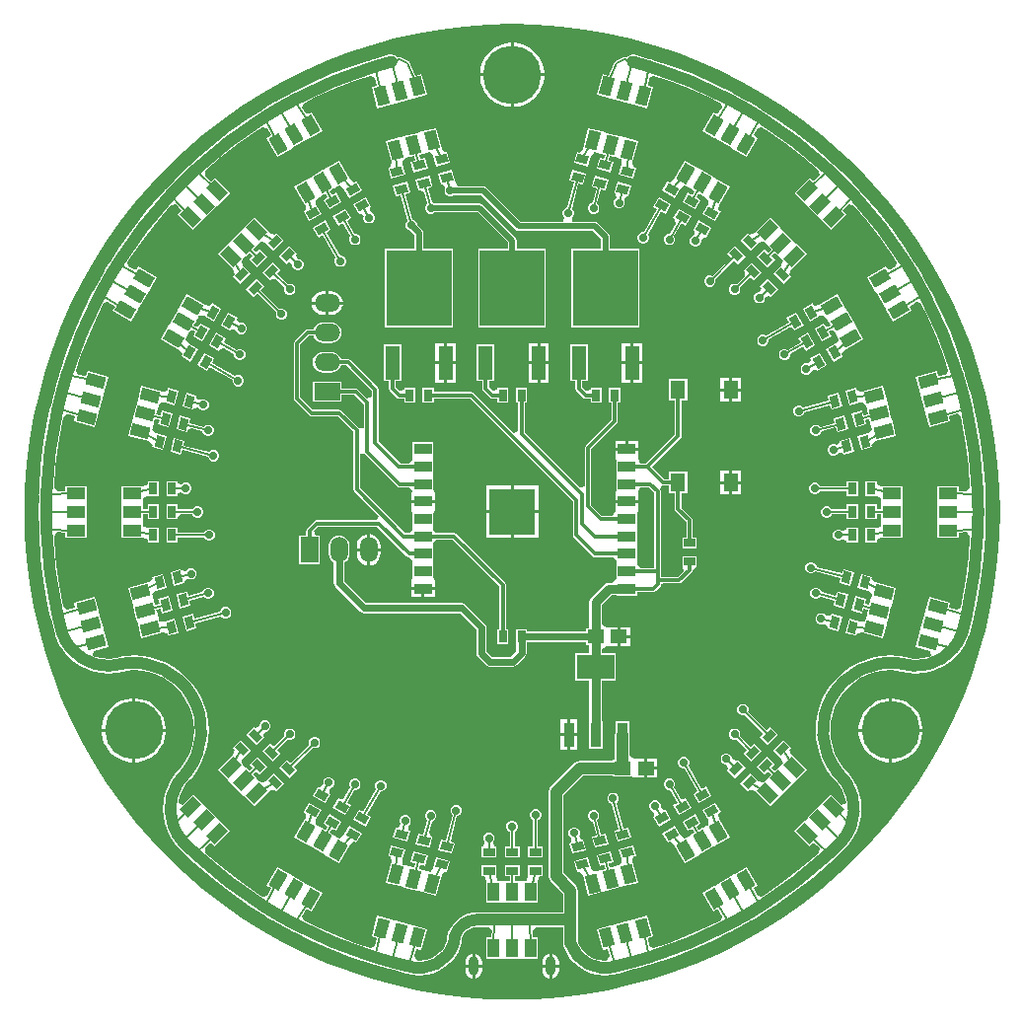
<source format=gbr>
%TF.GenerationSoftware,Altium Limited,Altium Designer,21.6.4 (81)*%
G04 Layer_Physical_Order=1*
G04 Layer_Color=6711008*
%FSLAX45Y45*%
%MOMM*%
%TF.SameCoordinates,213DF370-AA75-4346-93E6-04E6A5F56B15*%
%TF.FilePolarity,Positive*%
%TF.FileFunction,Copper,L1,Top,Signal*%
%TF.Part,Single*%
G01*
G75*
%TA.AperFunction,Conductor*%
%ADD10C,1.00000*%
%TA.AperFunction,SMDPad,CuDef*%
%ADD11R,0.70000X1.00000*%
%ADD12R,0.95000X2.15000*%
%ADD13R,3.25000X2.15000*%
G04:AMPARAMS|DCode=14|XSize=1.6mm|YSize=1mm|CornerRadius=0mm|HoleSize=0mm|Usage=FLASHONLY|Rotation=315.000|XOffset=0mm|YOffset=0mm|HoleType=Round|Shape=Rectangle|*
%AMROTATEDRECTD14*
4,1,4,-0.91924,0.21213,-0.21213,0.91924,0.91924,-0.21213,0.21213,-0.91924,-0.91924,0.21213,0.0*
%
%ADD14ROTATEDRECTD14*%

G04:AMPARAMS|DCode=15|XSize=0.7mm|YSize=1mm|CornerRadius=0mm|HoleSize=0mm|Usage=FLASHONLY|Rotation=75.000|XOffset=0mm|YOffset=0mm|HoleType=Round|Shape=Rectangle|*
%AMROTATEDRECTD15*
4,1,4,0.39238,-0.46749,-0.57355,-0.20867,-0.39238,0.46749,0.57355,0.20867,0.39238,-0.46749,0.0*
%
%ADD15ROTATEDRECTD15*%

G04:AMPARAMS|DCode=16|XSize=0.7mm|YSize=1mm|CornerRadius=0mm|HoleSize=0mm|Usage=FLASHONLY|Rotation=60.000|XOffset=0mm|YOffset=0mm|HoleType=Round|Shape=Rectangle|*
%AMROTATEDRECTD16*
4,1,4,0.25801,-0.55311,-0.60802,-0.05311,-0.25801,0.55311,0.60802,0.05311,0.25801,-0.55311,0.0*
%
%ADD16ROTATEDRECTD16*%

G04:AMPARAMS|DCode=17|XSize=0.7mm|YSize=1mm|CornerRadius=0mm|HoleSize=0mm|Usage=FLASHONLY|Rotation=345.000|XOffset=0mm|YOffset=0mm|HoleType=Round|Shape=Rectangle|*
%AMROTATEDRECTD17*
4,1,4,-0.46749,-0.39238,-0.20867,0.57355,0.46749,0.39238,0.20867,-0.57355,-0.46749,-0.39238,0.0*
%
%ADD17ROTATEDRECTD17*%

G04:AMPARAMS|DCode=18|XSize=0.7mm|YSize=1mm|CornerRadius=0mm|HoleSize=0mm|Usage=FLASHONLY|Rotation=315.000|XOffset=0mm|YOffset=0mm|HoleType=Round|Shape=Rectangle|*
%AMROTATEDRECTD18*
4,1,4,-0.60104,-0.10607,0.10607,0.60104,0.60104,0.10607,-0.10607,-0.60104,-0.60104,-0.10607,0.0*
%
%ADD18ROTATEDRECTD18*%

G04:AMPARAMS|DCode=19|XSize=0.7mm|YSize=1mm|CornerRadius=0mm|HoleSize=0mm|Usage=FLASHONLY|Rotation=285.000|XOffset=0mm|YOffset=0mm|HoleType=Round|Shape=Rectangle|*
%AMROTATEDRECTD19*
4,1,4,-0.57355,0.20867,0.39238,0.46749,0.57355,-0.20867,-0.39238,-0.46749,-0.57355,0.20867,0.0*
%
%ADD19ROTATEDRECTD19*%

G04:AMPARAMS|DCode=20|XSize=0.7mm|YSize=1mm|CornerRadius=0mm|HoleSize=0mm|Usage=FLASHONLY|Rotation=120.000|XOffset=0mm|YOffset=0mm|HoleType=Round|Shape=Rectangle|*
%AMROTATEDRECTD20*
4,1,4,0.60802,-0.05311,-0.25801,-0.55311,-0.60802,0.05311,0.25801,0.55311,0.60802,-0.05311,0.0*
%
%ADD20ROTATEDRECTD20*%

G04:AMPARAMS|DCode=21|XSize=1.6mm|YSize=1mm|CornerRadius=0mm|HoleSize=0mm|Usage=FLASHONLY|Rotation=45.000|XOffset=0mm|YOffset=0mm|HoleType=Round|Shape=Rectangle|*
%AMROTATEDRECTD21*
4,1,4,-0.21213,-0.91924,-0.91924,-0.21213,0.21213,0.91924,0.91924,0.21213,-0.21213,-0.91924,0.0*
%
%ADD21ROTATEDRECTD21*%

G04:AMPARAMS|DCode=22|XSize=0.7mm|YSize=1mm|CornerRadius=0mm|HoleSize=0mm|Usage=FLASHONLY|Rotation=15.000|XOffset=0mm|YOffset=0mm|HoleType=Round|Shape=Rectangle|*
%AMROTATEDRECTD22*
4,1,4,-0.20867,-0.57355,-0.46749,0.39238,0.20867,0.57355,0.46749,-0.39238,-0.20867,-0.57355,0.0*
%
%ADD22ROTATEDRECTD22*%

%ADD23R,5.55000X6.50000*%
%ADD24R,1.25000X2.85000*%
%ADD25R,1.00000X0.70000*%
G04:AMPARAMS|DCode=26|XSize=0.7mm|YSize=1mm|CornerRadius=0mm|HoleSize=0mm|Usage=FLASHONLY|Rotation=45.000|XOffset=0mm|YOffset=0mm|HoleType=Round|Shape=Rectangle|*
%AMROTATEDRECTD26*
4,1,4,0.10607,-0.60104,-0.60104,0.10607,-0.10607,0.60104,0.60104,-0.10607,0.10607,-0.60104,0.0*
%
%ADD26ROTATEDRECTD26*%

%ADD27R,1.45000X1.15000*%
G04:AMPARAMS|DCode=28|XSize=0.7mm|YSize=1mm|CornerRadius=0mm|HoleSize=0mm|Usage=FLASHONLY|Rotation=210.000|XOffset=0mm|YOffset=0mm|HoleType=Round|Shape=Rectangle|*
%AMROTATEDRECTD28*
4,1,4,0.05311,0.60802,0.55311,-0.25801,-0.05311,-0.60802,-0.55311,0.25801,0.05311,0.60802,0.0*
%
%ADD28ROTATEDRECTD28*%

%ADD29R,1.30000X1.55000*%
%ADD30R,1.50000X0.90000*%
G04:AMPARAMS|DCode=31|XSize=0.7mm|YSize=1mm|CornerRadius=0mm|HoleSize=0mm|Usage=FLASHONLY|Rotation=330.000|XOffset=0mm|YOffset=0mm|HoleType=Round|Shape=Rectangle|*
%AMROTATEDRECTD31*
4,1,4,-0.55311,-0.25801,-0.05311,0.60802,0.55311,0.25801,0.05311,-0.60802,-0.55311,-0.25801,0.0*
%
%ADD31ROTATEDRECTD31*%

G04:AMPARAMS|DCode=32|XSize=1.6mm|YSize=1mm|CornerRadius=0mm|HoleSize=0mm|Usage=FLASHONLY|Rotation=105.000|XOffset=0mm|YOffset=0mm|HoleType=Round|Shape=Rectangle|*
%AMROTATEDRECTD32*
4,1,4,0.69002,-0.64333,-0.27591,-0.90215,-0.69002,0.64333,0.27591,0.90215,0.69002,-0.64333,0.0*
%
%ADD32ROTATEDRECTD32*%

G04:AMPARAMS|DCode=33|XSize=1.6mm|YSize=1mm|CornerRadius=0mm|HoleSize=0mm|Usage=FLASHONLY|Rotation=120.000|XOffset=0mm|YOffset=0mm|HoleType=Round|Shape=Rectangle|*
%AMROTATEDRECTD33*
4,1,4,0.83301,-0.44282,-0.03301,-0.94282,-0.83301,0.44282,0.03301,0.94282,0.83301,-0.44282,0.0*
%
%ADD33ROTATEDRECTD33*%

G04:AMPARAMS|DCode=34|XSize=1.6mm|YSize=1mm|CornerRadius=0mm|HoleSize=0mm|Usage=FLASHONLY|Rotation=150.000|XOffset=0mm|YOffset=0mm|HoleType=Round|Shape=Rectangle|*
%AMROTATEDRECTD34*
4,1,4,0.94282,0.03301,0.44282,-0.83301,-0.94282,-0.03301,-0.44282,0.83301,0.94282,0.03301,0.0*
%
%ADD34ROTATEDRECTD34*%

G04:AMPARAMS|DCode=35|XSize=1.6mm|YSize=1mm|CornerRadius=0mm|HoleSize=0mm|Usage=FLASHONLY|Rotation=165.000|XOffset=0mm|YOffset=0mm|HoleType=Round|Shape=Rectangle|*
%AMROTATEDRECTD35*
4,1,4,0.90215,0.27591,0.64333,-0.69002,-0.90215,-0.27591,-0.64333,0.69002,0.90215,0.27591,0.0*
%
%ADD35ROTATEDRECTD35*%

%ADD36R,1.60000X1.00000*%
G04:AMPARAMS|DCode=37|XSize=1.6mm|YSize=1mm|CornerRadius=0mm|HoleSize=0mm|Usage=FLASHONLY|Rotation=195.000|XOffset=0mm|YOffset=0mm|HoleType=Round|Shape=Rectangle|*
%AMROTATEDRECTD37*
4,1,4,0.64333,0.69002,0.90215,-0.27591,-0.64333,-0.69002,-0.90215,0.27591,0.64333,0.69002,0.0*
%
%ADD37ROTATEDRECTD37*%

G04:AMPARAMS|DCode=38|XSize=1.6mm|YSize=1mm|CornerRadius=0mm|HoleSize=0mm|Usage=FLASHONLY|Rotation=240.000|XOffset=0mm|YOffset=0mm|HoleType=Round|Shape=Rectangle|*
%AMROTATEDRECTD38*
4,1,4,-0.03301,0.94282,0.83301,0.44282,0.03301,-0.94282,-0.83301,-0.44282,-0.03301,0.94282,0.0*
%
%ADD38ROTATEDRECTD38*%

G04:AMPARAMS|DCode=39|XSize=1.6mm|YSize=1mm|CornerRadius=0mm|HoleSize=0mm|Usage=FLASHONLY|Rotation=255.000|XOffset=0mm|YOffset=0mm|HoleType=Round|Shape=Rectangle|*
%AMROTATEDRECTD39*
4,1,4,-0.27591,0.90215,0.69002,0.64333,0.27591,-0.90215,-0.69002,-0.64333,-0.27591,0.90215,0.0*
%
%ADD39ROTATEDRECTD39*%

%ADD40R,1.00000X1.60000*%
G04:AMPARAMS|DCode=41|XSize=1.6mm|YSize=1mm|CornerRadius=0mm|HoleSize=0mm|Usage=FLASHONLY|Rotation=30.000|XOffset=0mm|YOffset=0mm|HoleType=Round|Shape=Rectangle|*
%AMROTATEDRECTD41*
4,1,4,-0.44282,-0.83301,-0.94282,0.03301,0.44282,0.83301,0.94282,-0.03301,-0.44282,-0.83301,0.0*
%
%ADD41ROTATEDRECTD41*%

%TA.AperFunction,Conductor*%
%ADD42C,0.30000*%
%ADD43C,0.60000*%
%ADD44C,0.80000*%
%ADD45C,0.15000*%
%ADD46C,0.50000*%
%TA.AperFunction,ComponentPad*%
G04:AMPARAMS|DCode=47|XSize=0.9mm|YSize=1.6mm|CornerRadius=0.45mm|HoleSize=0mm|Usage=FLASHONLY|Rotation=180.000|XOffset=0mm|YOffset=0mm|HoleType=Round|Shape=RoundedRectangle|*
%AMROUNDEDRECTD47*
21,1,0.90000,0.70000,0,0,180.0*
21,1,0.00000,1.60000,0,0,180.0*
1,1,0.90000,0.00000,0.35000*
1,1,0.90000,0.00000,0.35000*
1,1,0.90000,0.00000,-0.35000*
1,1,0.90000,0.00000,-0.35000*
%
%ADD47ROUNDEDRECTD47*%
%ADD48R,1.50000X2.20000*%
%ADD49O,1.50000X2.20000*%
%ADD50R,4.00000X4.00000*%
%ADD51O,2.20000X1.50000*%
%ADD52R,2.20000X1.50000*%
%ADD53C,5.00000*%
%TA.AperFunction,ViaPad*%
%ADD54C,0.72000*%
G36*
X205398Y4180979D02*
X410302Y4165864D01*
X614217Y4140714D01*
X816652Y4105588D01*
X1017120Y4060571D01*
X1215138Y4005772D01*
X1410228Y3941323D01*
X1601921Y3867379D01*
X1789755Y3784118D01*
X1973276Y3691741D01*
X2152045Y3590470D01*
X2325629Y3480549D01*
X2493610Y3362243D01*
X2655583Y3235838D01*
X2811160Y3101637D01*
X2959964Y2959964D01*
X3101637Y2811160D01*
X3235838Y2655583D01*
X3362243Y2493610D01*
X3480549Y2325629D01*
X3590470Y2152045D01*
X3691741Y1973276D01*
X3784118Y1789755D01*
X3867379Y1601921D01*
X3941323Y1410228D01*
X4005772Y1215138D01*
X4060571Y1017120D01*
X4105588Y816652D01*
X4140714Y614217D01*
X4165864Y410302D01*
X4180979Y205398D01*
X4186021Y0D01*
X4180979Y-205398D01*
X4165864Y-410302D01*
X4140714Y-614217D01*
X4105588Y-816652D01*
X4060571Y-1017120D01*
X4005772Y-1215138D01*
X3941323Y-1410228D01*
X3867379Y-1601921D01*
X3784118Y-1789755D01*
X3691741Y-1973276D01*
X3590470Y-2152045D01*
X3480549Y-2325629D01*
X3362243Y-2493610D01*
X3235838Y-2655583D01*
X3101637Y-2811160D01*
X2959964Y-2959964D01*
X2811160Y-3101637D01*
X2655583Y-3235838D01*
X2493610Y-3362243D01*
X2325629Y-3480549D01*
X2152045Y-3590470D01*
X1973276Y-3691741D01*
X1789755Y-3784118D01*
X1601921Y-3867379D01*
X1410228Y-3941323D01*
X1215138Y-4005772D01*
X1017120Y-4060571D01*
X816652Y-4105588D01*
X614217Y-4140714D01*
X410302Y-4165864D01*
X205398Y-4180979D01*
X0Y-4186021D01*
X-205398Y-4180979D01*
X-410302Y-4165864D01*
X-614217Y-4140714D01*
X-816652Y-4105588D01*
X-1017120Y-4060571D01*
X-1215138Y-4005772D01*
X-1410228Y-3941323D01*
X-1601921Y-3867379D01*
X-1789755Y-3784118D01*
X-1973276Y-3691741D01*
X-2152045Y-3590470D01*
X-2325629Y-3480549D01*
X-2493610Y-3362243D01*
X-2655583Y-3235838D01*
X-2811160Y-3101637D01*
X-2959964Y-2959964D01*
X-3101637Y-2811160D01*
X-3235838Y-2655583D01*
X-3362243Y-2493610D01*
X-3480549Y-2325629D01*
X-3590470Y-2152045D01*
X-3691741Y-1973276D01*
X-3784118Y-1789755D01*
X-3867379Y-1601921D01*
X-3941323Y-1410228D01*
X-4005772Y-1215138D01*
X-4060571Y-1017120D01*
X-4105588Y-816652D01*
X-4140714Y-614217D01*
X-4165864Y-410302D01*
X-4180979Y-205398D01*
X-4186021Y0D01*
X-4180979Y205398D01*
X-4165864Y410302D01*
X-4140714Y614217D01*
X-4105588Y816652D01*
X-4060571Y1017120D01*
X-4005772Y1215138D01*
X-3941323Y1410228D01*
X-3867379Y1601921D01*
X-3784118Y1789755D01*
X-3691741Y1973276D01*
X-3590470Y2152045D01*
X-3480549Y2325629D01*
X-3362243Y2493610D01*
X-3235838Y2655583D01*
X-3101637Y2811160D01*
X-2959964Y2959964D01*
X-2811160Y3101637D01*
X-2655583Y3235838D01*
X-2493610Y3362243D01*
X-2325629Y3480549D01*
X-2152045Y3590470D01*
X-1973276Y3691741D01*
X-1789755Y3784118D01*
X-1601921Y3867379D01*
X-1410228Y3941323D01*
X-1215138Y4005772D01*
X-1017120Y4060571D01*
X-816652Y4105588D01*
X-614217Y4140714D01*
X-410302Y4165864D01*
X-205398Y4180979D01*
X0Y4186021D01*
X205398Y4180979D01*
D02*
G37*
%LPC*%
G36*
X1035275Y3927628D02*
X1010811Y3922762D01*
X990071Y3908904D01*
X984535Y3900618D01*
X970934Y3904745D01*
X970894Y3904749D01*
X970858Y3904768D01*
X966874Y3905145D01*
X962937Y3905533D01*
X962899Y3905522D01*
X962858Y3905526D01*
X959050Y3904355D01*
X955247Y3903201D01*
X955215Y3903176D01*
X955176Y3903164D01*
X890222Y3868127D01*
X888101Y3866372D01*
X885778Y3864897D01*
X885031Y3863833D01*
X884030Y3863005D01*
X882741Y3860572D01*
X881160Y3858320D01*
X831198Y3745181D01*
X776863Y3759740D01*
X728878Y3580658D01*
X849134Y3548435D01*
X850004Y3548202D01*
Y3548201D01*
X883427Y3539245D01*
X883427Y3539246D01*
X1003683Y3507023D01*
X1004553Y3506790D01*
Y3506790D01*
X1037976Y3497834D01*
X1037976Y3497834D01*
X1159102Y3465379D01*
X1207087Y3644461D01*
X1162988Y3656277D01*
X1178849Y3726107D01*
X1212023Y3744846D01*
X1326407Y3707059D01*
X1506706Y3637510D01*
X1683375Y3559198D01*
X1790976Y3505036D01*
X1801183Y3468328D01*
X1763022Y3407736D01*
X1723486Y3430563D01*
X1630786Y3270002D01*
X1738602Y3207754D01*
X1739384Y3207302D01*
X1739384Y3207301D01*
X1769349Y3190001D01*
X1769350Y3190001D01*
X1877166Y3127754D01*
X1877948Y3127302D01*
X1877948Y3127302D01*
X1907913Y3110001D01*
X1907914Y3110002D01*
X2016512Y3047302D01*
X2109212Y3207863D01*
X2069675Y3230690D01*
X2103033Y3293968D01*
X2139847Y3303783D01*
X2187398Y3273672D01*
X2345395Y3162398D01*
X2497741Y3043506D01*
X2630253Y2929201D01*
X2636222Y2882803D01*
X2584935Y2835316D01*
X2552653Y2867599D01*
X2421556Y2736501D01*
X2510227Y2647830D01*
X2510227D01*
X2534693Y2623364D01*
X2620890Y2537167D01*
X2623364Y2534693D01*
X2647830Y2510226D01*
X2647830Y2510227D01*
X2736501Y2421556D01*
X2867598Y2552653D01*
X2835316Y2584936D01*
X2882803Y2636222D01*
X2929200Y2630253D01*
X3043506Y2497741D01*
X3162398Y2345395D01*
X3273672Y2187398D01*
X3303783Y2139847D01*
X3293967Y2103033D01*
X3230690Y2069675D01*
X3207863Y2109212D01*
X3047302Y2016512D01*
X3110001Y1907913D01*
X3110001Y1907913D01*
X3127302Y1877947D01*
X3127302Y1877948D01*
X3127753Y1877166D01*
X3190002Y1769350D01*
X3190001Y1769349D01*
X3207302Y1739383D01*
X3207302Y1739384D01*
X3207754Y1738602D01*
X3270002Y1630785D01*
X3430563Y1723485D01*
X3407736Y1763023D01*
X3468328Y1801184D01*
X3505035Y1790977D01*
X3559198Y1683375D01*
X3637510Y1506706D01*
X3707059Y1326407D01*
X3744846Y1212023D01*
X3726107Y1178850D01*
X3656278Y1162988D01*
X3644462Y1207086D01*
X3465379Y1159101D01*
X3497835Y1037975D01*
X3497834Y1037975D01*
X3506790Y1004553D01*
X3506791D01*
X3507024Y1003681D01*
X3539246Y883427D01*
X3539246Y883427D01*
X3548201Y850005D01*
X3548201D01*
X3548435Y849133D01*
X3580657Y728878D01*
X3759740Y776863D01*
X3747923Y820962D01*
X3816256Y842118D01*
X3849228Y823027D01*
X3861560Y768112D01*
X3894598Y577709D01*
X3918253Y385914D01*
X3931127Y211389D01*
X3902540Y174360D01*
X3832697Y177046D01*
Y222700D01*
X3647297D01*
Y97301D01*
X3647297D01*
X3647297Y62700D01*
X3647298D01*
Y-62699D01*
X3647297D01*
X3647297Y-97300D01*
X3647297D01*
Y-222700D01*
X3832697D01*
Y-177045D01*
X3902541Y-174359D01*
X3931127Y-211388D01*
X3918253Y-385914D01*
X3894598Y-577709D01*
X3861560Y-768112D01*
X3849228Y-823027D01*
X3816256Y-842117D01*
X3747924Y-820962D01*
X3759740Y-776864D01*
X3580658Y-728879D01*
X3548429Y-849157D01*
X3548202Y-850005D01*
X3548201D01*
X3539246Y-883427D01*
X3539246Y-883427D01*
X3507024Y-1003682D01*
X3506791Y-1004553D01*
X3506790D01*
X3497835Y-1037975D01*
X3497835Y-1037975D01*
X3465379Y-1159101D01*
X3592725Y-1193223D01*
X3595357Y-1233373D01*
X3574097Y-1242179D01*
X3519068Y-1255390D01*
X3462650Y-1259830D01*
X3406231Y-1255390D01*
X3382837Y-1249774D01*
X3351665Y-1241596D01*
X3351019Y-1241164D01*
X3346886Y-1240342D01*
X3346878Y-1240340D01*
X3335133Y-1237788D01*
X3326556Y-1236298D01*
X3326467Y-1236315D01*
X3319681Y-1235162D01*
X3297654Y-1233926D01*
X3247589Y-1231114D01*
X3175497Y-1235163D01*
X3104312Y-1247258D01*
X3034928Y-1267247D01*
X2968219Y-1294879D01*
X2905023Y-1329806D01*
X2846135Y-1371589D01*
X2792296Y-1419703D01*
X2744182Y-1473542D01*
X2702398Y-1532431D01*
X2667471Y-1595626D01*
X2639839Y-1662336D01*
X2619850Y-1731719D01*
X2607755Y-1802904D01*
X2603707Y-1874997D01*
X2607755Y-1947089D01*
X2619850Y-2018274D01*
X2639839Y-2087657D01*
X2667471Y-2154367D01*
X2702398Y-2217562D01*
X2725270Y-2249797D01*
X2739308Y-2269582D01*
X2739307Y-2269582D01*
X2739310Y-2269585D01*
X2744103Y-2275973D01*
X2747145Y-2278837D01*
X2774384Y-2305056D01*
X2801810Y-2337168D01*
X2831380Y-2385421D01*
X2853037Y-2437706D01*
X2866249Y-2492735D01*
X2866649Y-2497822D01*
X2829769Y-2514824D01*
X2736501Y-2421556D01*
X2647830Y-2510227D01*
X2623364Y-2534693D01*
X2534693Y-2623364D01*
Y-2623364D01*
X2510227Y-2647830D01*
X2421556Y-2736501D01*
X2552654Y-2867598D01*
X2584936Y-2835316D01*
X2636222Y-2882803D01*
X2630253Y-2929201D01*
X2497741Y-3043506D01*
X2345395Y-3162398D01*
X2187398Y-3273672D01*
X2139847Y-3303783D01*
X2103033Y-3293968D01*
X2069674Y-3230690D01*
X2109212Y-3207863D01*
X2016512Y-3047302D01*
X1910944Y-3108252D01*
X1908695Y-3109550D01*
X1907913Y-3110001D01*
X1877947Y-3127302D01*
X1877948Y-3127302D01*
X1769349Y-3190001D01*
X1769349Y-3190001D01*
X1739383Y-3207302D01*
X1739384Y-3207302D01*
X1738602Y-3207754D01*
X1630785Y-3270002D01*
X1723485Y-3430563D01*
X1763023Y-3407736D01*
X1801183Y-3468328D01*
X1790976Y-3505035D01*
X1683375Y-3559198D01*
X1506706Y-3637510D01*
X1326407Y-3707059D01*
X1212023Y-3744846D01*
X1178849Y-3726107D01*
X1162988Y-3656278D01*
X1207086Y-3644462D01*
X1159101Y-3465379D01*
X1037975Y-3497835D01*
X1037975Y-3497834D01*
X1004552Y-3506790D01*
Y-3506790D01*
X1003680Y-3507024D01*
X883427Y-3539246D01*
X883426Y-3539245D01*
X850005Y-3548201D01*
Y-3548201D01*
X849133Y-3548435D01*
X728878Y-3580657D01*
X776863Y-3759740D01*
X820962Y-3747923D01*
X840047Y-3809566D01*
X812731Y-3850163D01*
X794690Y-3851939D01*
X746542Y-3847197D01*
X700244Y-3833153D01*
X657575Y-3810346D01*
X620176Y-3779653D01*
X589483Y-3742254D01*
X566676Y-3699585D01*
X563928Y-3690526D01*
Y-3500000D01*
Y-3249999D01*
X559062Y-3225535D01*
X545204Y-3204795D01*
X440438Y-3100029D01*
Y-2429720D01*
X606230Y-2263928D01*
X861080D01*
Y-2270200D01*
X1015541D01*
X1048380Y-2282901D01*
X1064319Y-2282900D01*
X1133581D01*
Y-2200001D01*
Y-2117100D01*
X1064320D01*
X1048380Y-2117100D01*
X1048309Y-2117128D01*
X1010208Y-2091012D01*
Y-1912620D01*
X1006480Y-1893877D01*
Y-1792420D01*
X886080D01*
Y-1893877D01*
X882352Y-1912620D01*
Y-2129800D01*
X861080D01*
Y-2136072D01*
X579750D01*
X555285Y-2140938D01*
X534546Y-2154796D01*
X331305Y-2358036D01*
X317447Y-2378776D01*
X312581Y-2403240D01*
Y-3126509D01*
X317447Y-3150973D01*
X331305Y-3171713D01*
X436071Y-3276479D01*
Y-3436072D01*
X-300000D01*
X-303461Y-3436760D01*
X-341223Y-3439732D01*
X-381430Y-3449385D01*
X-419632Y-3465209D01*
X-454889Y-3486814D01*
X-486332Y-3513669D01*
X-513186Y-3545112D01*
X-534791Y-3580368D01*
X-547825Y-3611833D01*
X-549442Y-3614253D01*
X-550561Y-3618439D01*
X-550616Y-3618570D01*
X-550784Y-3619273D01*
X-550784Y-3619273D01*
X-560268Y-3658777D01*
X-562360Y-3685356D01*
X-566676Y-3699585D01*
X-589483Y-3742254D01*
X-620176Y-3779653D01*
X-657575Y-3810346D01*
X-700244Y-3833153D01*
X-746542Y-3847197D01*
X-794690Y-3851939D01*
X-812731Y-3850163D01*
X-840047Y-3809566D01*
X-820962Y-3747924D01*
X-776864Y-3759740D01*
X-728879Y-3580658D01*
X-849133Y-3548435D01*
X-850005Y-3548202D01*
Y-3548201D01*
X-883427Y-3539246D01*
X-883427Y-3539246D01*
X-1003681Y-3507024D01*
X-1004553Y-3506791D01*
Y-3506790D01*
X-1037975Y-3497834D01*
X-1037975Y-3497835D01*
X-1159101Y-3465379D01*
X-1207086Y-3644462D01*
X-1162988Y-3656278D01*
X-1178849Y-3726107D01*
X-1212023Y-3744846D01*
X-1326407Y-3707059D01*
X-1506706Y-3637510D01*
X-1683375Y-3559198D01*
X-1790977Y-3505035D01*
X-1801184Y-3468328D01*
X-1763023Y-3407736D01*
X-1723485Y-3430563D01*
X-1630785Y-3270002D01*
X-1738603Y-3207753D01*
X-1739384Y-3207302D01*
X-1739383Y-3207302D01*
X-1769349Y-3190001D01*
X-1769350Y-3190001D01*
X-1877166Y-3127754D01*
X-1877948Y-3127302D01*
X-1877948Y-3127302D01*
X-1907913Y-3110001D01*
X-1907914Y-3110002D01*
X-2016512Y-3047302D01*
X-2109212Y-3207863D01*
X-2069675Y-3230690D01*
X-2103033Y-3293968D01*
X-2139847Y-3303783D01*
X-2187398Y-3273672D01*
X-2345395Y-3162398D01*
X-2497741Y-3043506D01*
X-2630253Y-2929201D01*
X-2636222Y-2882803D01*
X-2584936Y-2835316D01*
X-2552654Y-2867598D01*
X-2421556Y-2736501D01*
X-2510227Y-2647830D01*
X-2534693Y-2623364D01*
X-2623364Y-2534693D01*
X-2647830Y-2510227D01*
X-2736501Y-2421556D01*
X-2829771Y-2514826D01*
X-2866651Y-2497824D01*
X-2866251Y-2492736D01*
X-2853040Y-2437707D01*
X-2831382Y-2385422D01*
X-2801813Y-2337169D01*
X-2766528Y-2295856D01*
X-2762339Y-2291813D01*
X-2747147Y-2278838D01*
D01*
X-2745525Y-2276923D01*
X-2744105Y-2275974D01*
X-2739310Y-2269583D01*
X-2739310Y-2269583D01*
X-2702402Y-2217564D01*
X-2667474Y-2154368D01*
X-2639842Y-2087659D01*
X-2619853Y-2018276D01*
X-2607758Y-1947090D01*
X-2603710Y-1874998D01*
X-2607758Y-1802906D01*
X-2619853Y-1731721D01*
X-2639842Y-1662337D01*
X-2667474Y-1595628D01*
X-2702402Y-1532432D01*
X-2744185Y-1473544D01*
X-2792299Y-1419705D01*
X-2846138Y-1371591D01*
X-2905026Y-1329808D01*
X-2968222Y-1294880D01*
X-3034931Y-1267248D01*
X-3104315Y-1247259D01*
X-3175500Y-1235164D01*
X-3247592Y-1231116D01*
X-3297638Y-1233926D01*
X-3319684Y-1235164D01*
X-3326470Y-1236317D01*
X-3326557Y-1236299D01*
X-3335134Y-1237789D01*
X-3335105Y-1238000D01*
X-3351020Y-1241165D01*
X-3353289Y-1242681D01*
X-3406233Y-1255392D01*
X-3462652Y-1259832D01*
X-3519070Y-1255392D01*
X-3574100Y-1242181D01*
X-3595362Y-1233374D01*
X-3592730Y-1193224D01*
X-3465379Y-1159101D01*
X-3497835Y-1037975D01*
X-3497834Y-1037975D01*
X-3506790Y-1004553D01*
X-3506791D01*
X-3507024Y-1003681D01*
X-3538341Y-886807D01*
X-3548201Y-850005D01*
X-3548201D01*
X-3580657Y-728878D01*
X-3759739Y-776863D01*
X-3747923Y-820962D01*
X-3816256Y-842118D01*
X-3849228Y-823027D01*
X-3861560Y-768112D01*
X-3894598Y-577709D01*
X-3918253Y-385914D01*
X-3931127Y-211388D01*
X-3902540Y-174359D01*
X-3832697Y-177046D01*
Y-222700D01*
X-3647297D01*
Y-97301D01*
X-3647297D01*
Y-62699D01*
X-3647297D01*
Y62700D01*
X-3647297D01*
Y97301D01*
X-3647297D01*
Y222700D01*
X-3832697D01*
Y177045D01*
X-3902541Y174359D01*
X-3931127Y211388D01*
X-3918253Y385914D01*
X-3894598Y577709D01*
X-3861560Y768112D01*
X-3849228Y823027D01*
X-3816256Y842118D01*
X-3747923Y820962D01*
X-3759739Y776863D01*
X-3580657Y728878D01*
X-3548201Y850005D01*
X-3548201D01*
X-3539246Y883427D01*
X-3507024Y1003680D01*
X-3506790Y1004553D01*
X-3506790D01*
X-3497835Y1037974D01*
X-3497835Y1037975D01*
X-3465380Y1159101D01*
X-3644462Y1207086D01*
X-3656278Y1162988D01*
X-3726107Y1178849D01*
X-3744846Y1212023D01*
X-3707059Y1326407D01*
X-3637510Y1506706D01*
X-3559198Y1683375D01*
X-3505035Y1790976D01*
X-3468328Y1801183D01*
X-3407736Y1763023D01*
X-3430563Y1723485D01*
X-3270002Y1630785D01*
X-3207753Y1738603D01*
X-3207302Y1739384D01*
X-3207302Y1739384D01*
X-3190001Y1769350D01*
X-3190001Y1769350D01*
X-3127754Y1877166D01*
X-3127302Y1877948D01*
X-3127302Y1877948D01*
X-3110001Y1907913D01*
X-3110002Y1907914D01*
X-3047302Y2016512D01*
X-3207863Y2109212D01*
X-3230690Y2069675D01*
X-3293968Y2103033D01*
X-3303783Y2139847D01*
X-3273672Y2187398D01*
X-3162398Y2345395D01*
X-3043506Y2497741D01*
X-2929201Y2630253D01*
X-2882803Y2636222D01*
X-2835316Y2584935D01*
X-2867598Y2552653D01*
X-2736500Y2421556D01*
X-2647829Y2510227D01*
Y2510227D01*
X-2623364Y2534693D01*
X-2534693Y2623364D01*
Y2623364D01*
X-2510227Y2647830D01*
X-2421556Y2736501D01*
X-2552653Y2867599D01*
X-2584936Y2835316D01*
X-2636222Y2882803D01*
X-2630253Y2929200D01*
X-2497741Y3043506D01*
X-2345395Y3162398D01*
X-2187398Y3273672D01*
X-2139848Y3303783D01*
X-2103034Y3293967D01*
X-2069675Y3230690D01*
X-2109212Y3207863D01*
X-2016512Y3047302D01*
X-1907914Y3110002D01*
X-1907913Y3110001D01*
X-1877948Y3127302D01*
Y3127302D01*
X-1877166Y3127754D01*
X-1769349Y3190002D01*
X-1769349Y3190001D01*
X-1739384Y3207302D01*
Y3207302D01*
X-1738602Y3207754D01*
X-1630785Y3270002D01*
X-1723485Y3430563D01*
X-1763023Y3407736D01*
X-1801184Y3468328D01*
X-1790977Y3505035D01*
X-1683375Y3559198D01*
X-1506706Y3637510D01*
X-1326407Y3707059D01*
X-1212023Y3744846D01*
X-1178850Y3726107D01*
X-1162988Y3656277D01*
X-1207086Y3644461D01*
X-1159101Y3465379D01*
X-1037975Y3497835D01*
X-1037975Y3497834D01*
X-1004553Y3506790D01*
Y3506791D01*
X-1003681Y3507024D01*
X-883427Y3539246D01*
X-883427Y3539246D01*
X-850005Y3548201D01*
Y3548201D01*
X-849133Y3548435D01*
X-728879Y3580657D01*
X-776864Y3759740D01*
X-831199Y3745181D01*
X-881161Y3858319D01*
X-882742Y3860572D01*
X-884031Y3863005D01*
X-885032Y3863833D01*
X-885779Y3864896D01*
X-888103Y3866373D01*
X-890223Y3868126D01*
X-955177Y3903163D01*
X-955216Y3903175D01*
X-955248Y3903201D01*
X-959089Y3904366D01*
X-962859Y3905525D01*
X-962899Y3905521D01*
X-962938Y3905533D01*
X-966902Y3905142D01*
X-970859Y3904768D01*
X-970895Y3904749D01*
X-970935Y3904745D01*
X-984535Y3900618D01*
X-990072Y3908904D01*
X-1010812Y3922762D01*
X-1035276Y3927628D01*
X-1051539Y3924393D01*
X-1051539Y3924394D01*
X-1161810Y3893878D01*
X-1179694Y3888929D01*
X-1198263Y3882795D01*
X-1204004Y3881189D01*
X-1204867Y3880613D01*
X-1234338Y3870877D01*
X-1369094Y3826360D01*
X-1555195Y3754572D01*
X-1737550Y3673740D01*
X-1892040Y3595977D01*
X-1893056Y3595774D01*
X-1894932Y3594520D01*
X-1915719Y3584057D01*
X-1999684Y3536492D01*
X-2022544Y3523542D01*
X-2024463Y3523160D01*
X-2031416Y3518516D01*
X-2089272Y3485741D01*
X-2152331Y3445809D01*
X-2153052Y3445666D01*
X-2162009Y3439680D01*
X-2257793Y3379026D01*
X-2420874Y3264171D01*
X-2578124Y3141453D01*
X-2729162Y3011166D01*
X-2761255Y2980611D01*
X-2765494Y2977779D01*
X-2767703Y2974472D01*
X-2873608Y2873642D01*
X-2873628Y2873628D01*
X-2873628Y2873628D01*
X-2899639Y2846302D01*
X-2974472Y2767703D01*
X-2977779Y2765493D01*
X-2980611Y2761255D01*
X-3011166Y2729162D01*
X-3141453Y2578124D01*
X-3264171Y2420874D01*
X-3379026Y2257793D01*
X-3439681Y2162009D01*
X-3445666Y2153051D01*
X-3445809Y2152330D01*
X-3485741Y2089272D01*
X-3501034Y2062276D01*
X-3518516Y2031417D01*
X-3523161Y2024463D01*
X-3523542Y2022544D01*
X-3535997Y2000557D01*
X-3584057Y1915719D01*
X-3594520Y1894932D01*
X-3595774Y1893056D01*
X-3595977Y1892040D01*
X-3673740Y1737550D01*
X-3754572Y1555195D01*
X-3826360Y1369094D01*
X-3880614Y1204865D01*
X-3881189Y1204004D01*
X-3881630Y1201790D01*
X-3888929Y1179694D01*
X-3914333Y1087894D01*
X-3921674Y1061367D01*
X-3922762Y1059740D01*
X-3924394Y1051539D01*
X-3942129Y987452D01*
X-3958483Y914628D01*
X-3958891Y914017D01*
X-3960993Y903450D01*
X-3985833Y792832D01*
X-4019934Y596301D01*
X-4044351Y398334D01*
X-4059025Y199407D01*
X-4060112Y155109D01*
X-4061107Y150108D01*
X-4060331Y146207D01*
X-4063919Y25D01*
X-4063924Y0D01*
X-4063919Y-25D01*
X-4060331Y-146207D01*
X-4061107Y-150109D01*
X-4060112Y-155109D01*
X-4059025Y-199407D01*
X-4044351Y-398334D01*
X-4019934Y-596301D01*
X-3985833Y-792832D01*
X-3960993Y-903450D01*
X-3958891Y-914017D01*
X-3958483Y-914628D01*
X-3942129Y-987452D01*
X-3924396Y-1051532D01*
X-3924397Y-1051532D01*
X-3922764Y-1059734D01*
X-3920423Y-1063236D01*
X-3912815Y-1085645D01*
X-3912353Y-1086583D01*
X-3884625Y-1142807D01*
X-3857591Y-1183267D01*
X-3849216Y-1195802D01*
X-3835261Y-1212118D01*
X-3832163Y-1216756D01*
X-3828967Y-1218891D01*
X-3807192Y-1243720D01*
X-3759273Y-1285744D01*
X-3706279Y-1321154D01*
X-3649116Y-1349344D01*
X-3588762Y-1369831D01*
X-3526251Y-1382265D01*
X-3462652Y-1386434D01*
X-3399053Y-1382265D01*
X-3336542Y-1369831D01*
X-3313505Y-1362011D01*
X-3247592Y-1357691D01*
X-3180070Y-1362117D01*
X-3113703Y-1375318D01*
X-3049627Y-1397069D01*
X-2988938Y-1426997D01*
X-2932675Y-1464591D01*
X-2881801Y-1509207D01*
X-2837185Y-1560081D01*
X-2799591Y-1616345D01*
X-2769662Y-1677033D01*
X-2747912Y-1741109D01*
X-2734711Y-1807476D01*
X-2730285Y-1874998D01*
X-2734711Y-1942520D01*
X-2747912Y-2008887D01*
X-2769662Y-2072963D01*
X-2799591Y-2133652D01*
X-2836288Y-2188574D01*
X-2854579Y-2204615D01*
X-2896603Y-2252534D01*
X-2932013Y-2305528D01*
X-2960202Y-2362691D01*
X-2980689Y-2423044D01*
X-2993124Y-2485555D01*
X-2997292Y-2549154D01*
X-2993124Y-2612754D01*
X-2980689Y-2675265D01*
X-2968621Y-2710816D01*
X-2967691Y-2715495D01*
X-2967692Y-2715496D01*
X-2967136Y-2718291D01*
X-2966042Y-2719926D01*
X-2960203Y-2735618D01*
X-2954111Y-2747971D01*
X-2932013Y-2792781D01*
X-2896983Y-2845207D01*
X-2896604Y-2845776D01*
X-2873630Y-2873627D01*
X-2873629Y-2873629D01*
X-2873624Y-2873633D01*
X-2873623Y-2873632D01*
X-2873608Y-2873642D01*
X-2849684Y-2896419D01*
X-2767703Y-2974472D01*
X-2765493Y-2977779D01*
X-2761255Y-2980611D01*
X-2729162Y-3011166D01*
X-2578124Y-3141453D01*
X-2420874Y-3264171D01*
X-2257793Y-3379026D01*
X-2192149Y-3420595D01*
X-2161966Y-3439709D01*
X-2153052Y-3445666D01*
X-2152333Y-3445809D01*
X-2131782Y-3458821D01*
X-2089272Y-3485741D01*
X-2031402Y-3518523D01*
X-2024462Y-3523161D01*
X-2022542Y-3523543D01*
X-1931865Y-3574911D01*
X-1915719Y-3584058D01*
X-1898252Y-3592850D01*
X-1893056Y-3595775D01*
X-1892040Y-3595977D01*
X-1864320Y-3609929D01*
X-1737550Y-3673740D01*
X-1555195Y-3754572D01*
X-1369094Y-3826360D01*
X-1204865Y-3880614D01*
X-1204004Y-3881189D01*
X-1201790Y-3881630D01*
X-1179694Y-3888929D01*
X-1085719Y-3914935D01*
X-1061370Y-3921676D01*
X-1059740Y-3922766D01*
X-1051539Y-3924399D01*
X-1051538Y-3924398D01*
X-987453Y-3942133D01*
X-945133Y-3951636D01*
X-909093Y-3960534D01*
X-909093Y-3960534D01*
X-853108Y-3973974D01*
X-794690Y-3978572D01*
X-736272Y-3973974D01*
X-679293Y-3960295D01*
X-625155Y-3937870D01*
X-575192Y-3907253D01*
X-530633Y-3869196D01*
X-492576Y-3824637D01*
X-461958Y-3774674D01*
X-441524Y-3725341D01*
X-440937Y-3724463D01*
X-440012Y-3721691D01*
X-439534Y-3720536D01*
X-439295Y-3719542D01*
X-436072Y-3700001D01*
X-431677Y-3663720D01*
X-431317Y-3663181D01*
X-429915Y-3658180D01*
X-414907Y-3626296D01*
X-397018Y-3602982D01*
X-368602Y-3581178D01*
X-335511Y-3567471D01*
X-303425Y-3563247D01*
X-300000Y-3563928D01*
X-200797D01*
X-174423Y-3591424D01*
X-176751Y-3647297D01*
X-222700D01*
Y-3832697D01*
X-97301D01*
Y-3832697D01*
X-62700Y-3832697D01*
Y-3832697D01*
X62699D01*
Y-3832697D01*
X97301D01*
Y-3832697D01*
X222700D01*
Y-3647297D01*
X176751D01*
X174423Y-3591424D01*
X200797Y-3563928D01*
X436071D01*
Y-3700000D01*
X439918Y-3719340D01*
X439295Y-3719541D01*
X439533Y-3720536D01*
X440009Y-3721683D01*
X440937Y-3724465D01*
X441524Y-3725343D01*
X461958Y-3774674D01*
X492576Y-3824637D01*
X530633Y-3869196D01*
X575192Y-3907253D01*
X625155Y-3937870D01*
X679293Y-3960295D01*
X736272Y-3973974D01*
X794690Y-3978572D01*
X853108Y-3973974D01*
X909091Y-3960534D01*
X909091Y-3960534D01*
X945134Y-3951632D01*
X987452Y-3942129D01*
X1051539Y-3924394D01*
X1059740Y-3922762D01*
X1061367Y-3921674D01*
X1087894Y-3914333D01*
X1179694Y-3888929D01*
X1201790Y-3881630D01*
X1204004Y-3881189D01*
X1204865Y-3880614D01*
X1369094Y-3826360D01*
X1555195Y-3754572D01*
X1737550Y-3673740D01*
X1864320Y-3609930D01*
X1892042Y-3595976D01*
X1893056Y-3595775D01*
X1898251Y-3592850D01*
X1915719Y-3584057D01*
X1931864Y-3574911D01*
X2022543Y-3523542D01*
X2024463Y-3523160D01*
X2031417Y-3518515D01*
X2089272Y-3485741D01*
X2152331Y-3445809D01*
X2153051Y-3445666D01*
X2162011Y-3439679D01*
X2257793Y-3379026D01*
X2420874Y-3264171D01*
X2578124Y-3141453D01*
X2729162Y-3011166D01*
X2761254Y-2980612D01*
X2763474Y-2979129D01*
X2765494Y-2977779D01*
X2767703Y-2974472D01*
X2873618Y-2873633D01*
X2873626Y-2873627D01*
X2873628Y-2873629D01*
X2896601Y-2845775D01*
X2896984Y-2845201D01*
X2932010Y-2792780D01*
X2952895Y-2750430D01*
X2954109Y-2747970D01*
X2954112Y-2747962D01*
X2960201Y-2735618D01*
X2966041Y-2719923D01*
X2967134Y-2718290D01*
X2967690Y-2715494D01*
X2967689Y-2715494D01*
X2968619Y-2710814D01*
X2980687Y-2675264D01*
X2993122Y-2612753D01*
X2997290Y-2549154D01*
X2993122Y-2485554D01*
X2980687Y-2423043D01*
X2960200Y-2362690D01*
X2932010Y-2305527D01*
X2896601Y-2252533D01*
X2854577Y-2204614D01*
X2836286Y-2188573D01*
X2799588Y-2133650D01*
X2769659Y-2072962D01*
X2747909Y-2008885D01*
X2734708Y-1942519D01*
X2730282Y-1874997D01*
X2734708Y-1807474D01*
X2747909Y-1741108D01*
X2769659Y-1677031D01*
X2799588Y-1616343D01*
X2837182Y-1560080D01*
X2881798Y-1509205D01*
X2932672Y-1464589D01*
X2988935Y-1426995D01*
X3049624Y-1397067D01*
X3113700Y-1375316D01*
X3180067Y-1362115D01*
X3247589Y-1357689D01*
X3313504Y-1362009D01*
X3336539Y-1369829D01*
X3399050Y-1382263D01*
X3462650Y-1386432D01*
X3526249Y-1382263D01*
X3588760Y-1369829D01*
X3649113Y-1349342D01*
X3706276Y-1321152D01*
X3759270Y-1285742D01*
X3807189Y-1243719D01*
X3828964Y-1218890D01*
X3832159Y-1216754D01*
X3836393Y-1210418D01*
X3849213Y-1195799D01*
X3884623Y-1142805D01*
X3912813Y-1085642D01*
X3920419Y-1063246D01*
X3922762Y-1059739D01*
X3924395Y-1051538D01*
X3924395Y-1051537D01*
X3942129Y-987452D01*
X3958483Y-914628D01*
X3958891Y-914016D01*
X3960993Y-903450D01*
X3985833Y-792832D01*
X4019934Y-596301D01*
X4044351Y-398334D01*
X4059025Y-199407D01*
X4060112Y-155108D01*
X4061107Y-150108D01*
X4060331Y-146207D01*
X4062994Y-37714D01*
X4063924Y-1D01*
X4063925Y-0D01*
Y2D01*
X4063924D01*
X4062994Y37715D01*
X4060331Y146207D01*
X4061107Y150109D01*
X4060112Y155109D01*
X4059025Y199407D01*
X4044351Y398334D01*
X4019934Y596301D01*
X3985833Y792832D01*
X3960993Y903450D01*
X3958891Y914016D01*
X3958483Y914628D01*
X3942129Y987452D01*
X3924394Y1051539D01*
X3922762Y1059740D01*
X3921675Y1061367D01*
X3914333Y1087894D01*
X3888929Y1179694D01*
X3881630Y1201790D01*
X3881189Y1204004D01*
X3880614Y1204865D01*
X3826360Y1369094D01*
X3754572Y1555195D01*
X3673740Y1737550D01*
X3595977Y1892040D01*
X3595774Y1893056D01*
X3594520Y1894932D01*
X3584057Y1915719D01*
X3523542Y2022543D01*
X3523160Y2024463D01*
X3518515Y2031417D01*
X3485741Y2089272D01*
X3445809Y2152330D01*
X3445666Y2153051D01*
X3439681Y2162009D01*
X3379026Y2257793D01*
X3264171Y2420874D01*
X3141453Y2578124D01*
X3011166Y2729162D01*
X2980611Y2761255D01*
X2977779Y2765494D01*
X2974472Y2767703D01*
X2873641Y2873609D01*
X2873628Y2873629D01*
X2873607Y2873643D01*
X2767703Y2974472D01*
X2765493Y2977779D01*
X2761255Y2980611D01*
X2729162Y3011166D01*
X2578124Y3141453D01*
X2420874Y3264171D01*
X2257793Y3379026D01*
X2162009Y3439681D01*
X2153051Y3445666D01*
X2152330Y3445809D01*
X2089272Y3485741D01*
X2031398Y3518526D01*
X2024462Y3523160D01*
X2022543Y3523542D01*
X1915719Y3584057D01*
X1894932Y3594520D01*
X1893056Y3595774D01*
X1892040Y3595977D01*
X1737550Y3673740D01*
X1555195Y3754572D01*
X1369094Y3826360D01*
X1204865Y3880614D01*
X1204004Y3881189D01*
X1201790Y3881630D01*
X1179694Y3888929D01*
X1051538Y3924394D01*
X1051538Y3924393D01*
X1035275Y3927628D01*
D02*
G37*
G36*
X21675Y4025397D02*
X12700D01*
Y3762698D01*
X275400D01*
Y3771671D01*
X268619Y3814486D01*
X255223Y3855713D01*
X235543Y3894338D01*
X210063Y3929408D01*
X179411Y3960060D01*
X144341Y3985540D01*
X105717Y4005220D01*
X64490Y4018615D01*
X21675Y4025397D01*
D02*
G37*
G36*
X-12700D02*
X-21675D01*
X-64490Y4018615D01*
X-105717Y4005220D01*
X-144341Y3985540D01*
X-179411Y3960060D01*
X-210063Y3929408D01*
X-235543Y3894338D01*
X-255223Y3855713D01*
X-268619Y3814486D01*
X-275400Y3771671D01*
Y3762698D01*
X-12700D01*
Y4025397D01*
D02*
G37*
G36*
X275400Y3737298D02*
X12700D01*
Y3474597D01*
X21675D01*
X64490Y3481378D01*
X105717Y3494773D01*
X144341Y3514453D01*
X179411Y3539933D01*
X210063Y3570585D01*
X235543Y3605655D01*
X255223Y3644280D01*
X268619Y3685507D01*
X275400Y3728322D01*
Y3737298D01*
D02*
G37*
G36*
X-12700D02*
X-275400D01*
Y3728322D01*
X-268619Y3685507D01*
X-255223Y3644280D01*
X-235543Y3605655D01*
X-210063Y3570585D01*
X-179411Y3539933D01*
X-144341Y3514453D01*
X-105717Y3494773D01*
X-64490Y3481378D01*
X-21675Y3474597D01*
X-12700D01*
Y3737298D01*
D02*
G37*
G36*
X-652631Y3296096D02*
X-770377Y3264546D01*
X-773757Y3263640D01*
X-807178Y3254685D01*
X-810559Y3253779D01*
X-928305Y3222229D01*
Y3222229D01*
X-961726Y3213274D01*
X-962599Y3213040D01*
X-965107Y3212367D01*
X-1082853Y3180818D01*
X-1034868Y3001735D01*
X-1034868D01*
X-1033316Y3000597D01*
X-1041113Y2959064D01*
X-1063256Y2953131D01*
X-1038565Y2860981D01*
X-917438Y2893437D01*
X-942129Y2985586D01*
X-942129D01*
X-938998Y3011131D01*
X-913741Y3034191D01*
X-880320Y3043146D01*
X-879447Y3043380D01*
X-876939Y3044052D01*
X-839650Y3054043D01*
X-829401Y3015793D01*
X-870071Y3004895D01*
X-845380Y2912746D01*
X-724253Y2945202D01*
X-748944Y3037351D01*
X-789614Y3026454D01*
X-799863Y3064705D01*
X-762574Y3074696D01*
X-759194Y3075602D01*
X-725772Y3084557D01*
X-722392Y3085463D01*
X-703093Y3090635D01*
X-698066Y3084777D01*
X-676886Y3056660D01*
D01*
X-652195Y2964511D01*
X-531068Y2996967D01*
X-555759Y3089116D01*
X-577901Y3083183D01*
X-605419Y3115254D01*
X-604645Y3117014D01*
X-604646Y3117014D01*
X-652631Y3296096D01*
D02*
G37*
G36*
X652630Y3296096D02*
X604645Y3117014D01*
X604644Y3117014D01*
X605419Y3115253D01*
X577900Y3083182D01*
X555759Y3089115D01*
X531068Y2996965D01*
X652195Y2964509D01*
X676886Y3056659D01*
D01*
X698065Y3084776D01*
X703092Y3090635D01*
X722391Y3085464D01*
X725771Y3084558D01*
X759193Y3075602D01*
X762573Y3074697D01*
X799863Y3064705D01*
X789614Y3026454D01*
X748945Y3037352D01*
X724253Y2945202D01*
X845380Y2912747D01*
X870072Y3004896D01*
X829402Y3015793D01*
X839651Y3054044D01*
X876940Y3044052D01*
X880320Y3043146D01*
X913742Y3034190D01*
X917122Y3033285D01*
X936421Y3028114D01*
X937845Y3020527D01*
X942129Y2985588D01*
X942130D01*
X917438Y2893438D01*
X1038565Y2860983D01*
X1063257Y2953132D01*
X1041116Y2959064D01*
X1033319Y3000598D01*
X1034869Y3001735D01*
X1034869D01*
X1082854Y3180817D01*
X965107Y3212367D01*
X961727Y3213273D01*
X928305Y3222229D01*
X924925Y3223135D01*
X810558Y3253779D01*
X807178Y3254685D01*
X773756Y3263641D01*
X770376Y3264546D01*
X652630Y3296096D01*
D02*
G37*
G36*
X-1483485Y3014871D02*
X-1589053Y2953921D01*
X-1592084Y2952171D01*
X-1622049Y2934871D01*
X-1625080Y2933121D01*
X-1730648Y2872171D01*
X-1730648Y2872172D01*
X-1760613Y2854871D01*
X-1761395Y2854419D01*
X-1763644Y2853121D01*
X-1869212Y2792171D01*
X-1776512Y2631610D01*
X-1776513D01*
X-1774720Y2630912D01*
X-1771502Y2588776D01*
X-1791354Y2577315D01*
X-1743654Y2494696D01*
X-1635054Y2557396D01*
X-1682754Y2640015D01*
X-1686340Y2665498D01*
X-1667913Y2694309D01*
X-1637948Y2711610D01*
X-1637166Y2712061D01*
X-1634917Y2713360D01*
X-1601485Y2732662D01*
X-1581685Y2698367D01*
X-1618149Y2677315D01*
X-1570449Y2594697D01*
X-1461849Y2657397D01*
X-1509549Y2740015D01*
X-1546012Y2718963D01*
X-1565812Y2753258D01*
X-1532380Y2772560D01*
X-1529349Y2774310D01*
X-1499384Y2791610D01*
X-1496353Y2793360D01*
X-1479049Y2803351D01*
X-1472676Y2798992D01*
X-1444941Y2777314D01*
X-1397241Y2694696D01*
X-1288642Y2757396D01*
X-1336342Y2840015D01*
X-1356195Y2828552D01*
X-1391077Y2852408D01*
X-1390785Y2854310D01*
X-1390785Y2854310D01*
X-1483485Y3014871D01*
D02*
G37*
G36*
X1483485D02*
X1390785Y2854310D01*
X1390785Y2854310D01*
X1391076Y2852412D01*
X1356195Y2828557D01*
X1336346Y2840017D01*
X1288646Y2757398D01*
X1397245Y2694698D01*
X1444945Y2777317D01*
X1472682Y2798992D01*
X1479052Y2803348D01*
X1496353Y2793360D01*
X1499384Y2791610D01*
X1529349Y2774310D01*
X1565812Y2753258D01*
X1546013Y2718963D01*
X1509549Y2740015D01*
X1461849Y2657397D01*
X1570449Y2594697D01*
X1618149Y2677315D01*
X1581685Y2698367D01*
X1601485Y2732662D01*
X1634916Y2713360D01*
X1637165Y2712062D01*
X1637948Y2711610D01*
X1667912Y2694310D01*
X1686338Y2665496D01*
X1682755Y2640017D01*
X1635055Y2557399D01*
X1743655Y2494699D01*
X1791355Y2577318D01*
X1771505Y2588778D01*
X1774723Y2630914D01*
X1776512Y2631610D01*
X1776512D01*
X1869211Y2792171D01*
X1763644Y2853121D01*
X1761395Y2854419D01*
X1760612Y2854872D01*
X1730648Y2872172D01*
X1730648Y2872171D01*
X1625080Y2933121D01*
X1622049Y2934871D01*
X1589053Y2953921D01*
X1483485Y3014871D01*
D02*
G37*
G36*
X-514348Y2934567D02*
X-635475Y2902111D01*
X-610784Y2809962D01*
X-596943Y2813671D01*
X-581050Y2794104D01*
X-574303Y2780293D01*
X-580207Y2766040D01*
Y2746666D01*
X-572793Y2728767D01*
X-559093Y2715067D01*
X-541194Y2707653D01*
X-521820D01*
X-503921Y2715067D01*
X-501074Y2717915D01*
X-266076D01*
X27762Y2424076D01*
X40232Y2415744D01*
X54942Y2412818D01*
X54944Y2412818D01*
X692119D01*
X761561Y2343376D01*
Y2257700D01*
X509800D01*
Y1582300D01*
X1090200D01*
Y2257700D01*
X838439D01*
Y2359297D01*
X838439Y2359298D01*
X835513Y2374007D01*
X827180Y2386478D01*
X827179Y2386479D01*
X735222Y2478437D01*
X722751Y2486769D01*
X708041Y2489695D01*
X708040Y2489695D01*
X524922D01*
X519376Y2499842D01*
X513242Y2527795D01*
X521029Y2535582D01*
X528443Y2553482D01*
Y2572856D01*
X521029Y2590755D01*
X511114Y2600670D01*
X570114Y2820859D01*
X610784Y2809961D01*
X635475Y2902111D01*
X514348Y2934567D01*
X489657Y2842417D01*
X530326Y2831520D01*
X471471Y2611869D01*
X470056D01*
X452157Y2604454D01*
X438458Y2590755D01*
X431044Y2572856D01*
Y2553482D01*
X438458Y2535582D01*
X446245Y2527795D01*
X440111Y2499842D01*
X434565Y2489695D01*
X70864D01*
X-222974Y2783533D01*
X-235445Y2791866D01*
X-250154Y2794792D01*
X-250156Y2794792D01*
X-468748D01*
X-479382Y2805934D01*
X-489657Y2842418D01*
D01*
X-514348Y2934567D01*
D02*
G37*
G36*
X707533Y2882802D02*
X682842Y2790653D01*
X723512Y2779755D01*
X690538Y2656696D01*
X689124D01*
X671225Y2649282D01*
X657525Y2635583D01*
X650111Y2617684D01*
Y2598310D01*
X657525Y2580410D01*
X671225Y2566711D01*
X689124Y2559297D01*
X708498D01*
X726397Y2566711D01*
X740097Y2580410D01*
X747511Y2598310D01*
Y2617684D01*
X740097Y2635583D01*
X730182Y2645498D01*
X763300Y2769094D01*
X803969Y2758197D01*
X828660Y2850347D01*
X707533Y2882802D01*
D02*
G37*
G36*
X900718Y2831040D02*
X876026Y2738890D01*
X889878Y2735179D01*
X892509Y2695030D01*
X890292Y2694111D01*
X876592Y2680412D01*
X869178Y2662513D01*
Y2643138D01*
X876592Y2625239D01*
X890292Y2611540D01*
X908191Y2604126D01*
X927565D01*
X945464Y2611540D01*
X959164Y2625239D01*
X966578Y2643138D01*
Y2662513D01*
X960674Y2676765D01*
X967421Y2690577D01*
X983315Y2710143D01*
X997153Y2706435D01*
X1021845Y2798584D01*
X900718Y2831040D01*
D02*
G37*
G36*
X1256345Y2701453D02*
X1208645Y2618834D01*
X1245108Y2597782D01*
X1131128Y2400363D01*
X1117106D01*
X1099207Y2392949D01*
X1085507Y2379250D01*
X1078093Y2361351D01*
Y2341977D01*
X1085507Y2324077D01*
X1099207Y2310378D01*
X1117106Y2302964D01*
X1136480D01*
X1154379Y2310378D01*
X1168079Y2324077D01*
X1175493Y2341977D01*
Y2361351D01*
X1168079Y2379250D01*
X1167079Y2380249D01*
X1280781Y2577187D01*
X1317245Y2556134D01*
X1364944Y2638753D01*
X1256345Y2701453D01*
D02*
G37*
G36*
X-1256343Y2701451D02*
X-1364942Y2638751D01*
X-1317242Y2556132D01*
X-1304826Y2563301D01*
X-1274575Y2536772D01*
X-1275493Y2534556D01*
Y2515181D01*
X-1268079Y2497282D01*
X-1254380Y2483583D01*
X-1236480Y2476169D01*
X-1217106D01*
X-1199207Y2483583D01*
X-1185508Y2497282D01*
X-1178093Y2515181D01*
Y2534556D01*
X-1185508Y2552455D01*
X-1199207Y2566154D01*
X-1213459Y2572057D01*
X-1218455Y2586598D01*
X-1221050Y2611668D01*
X-1208643Y2618832D01*
X-1256343Y2701451D01*
D02*
G37*
G36*
X1429548Y2601451D02*
X1381848Y2518832D01*
X1394981Y2511250D01*
X1404842Y2474448D01*
X1354334Y2386966D01*
X1340311D01*
X1322412Y2379552D01*
X1308713Y2365852D01*
X1301298Y2347953D01*
Y2328579D01*
X1308713Y2310680D01*
X1322412Y2296980D01*
X1340311Y2289566D01*
X1359685D01*
X1377584Y2296980D01*
X1391284Y2310680D01*
X1398698Y2328579D01*
Y2347953D01*
X1391284Y2365852D01*
X1390284Y2366852D01*
X1453985Y2477184D01*
X1490448Y2456132D01*
X1538148Y2538751D01*
X1429548Y2601451D01*
D02*
G37*
G36*
X2213242Y2528187D02*
X2082145Y2397090D01*
Y2397090D01*
X2081935Y2395178D01*
X2042068Y2381164D01*
X2025859Y2397372D01*
X1958401Y2329914D01*
X2047072Y2241243D01*
X2114530Y2308701D01*
X2146930Y2322462D01*
X2154213Y2325022D01*
X2168341Y2310894D01*
X2170816Y2308419D01*
X2195281Y2283953D01*
X2197756Y2281478D01*
X2225054Y2254180D01*
X2197053Y2226179D01*
X2167280Y2255951D01*
X2099823Y2188493D01*
X2188493Y2099823D01*
X2255951Y2167280D01*
X2226179Y2197052D01*
X2254181Y2225054D01*
X2281478Y2197756D01*
X2283953Y2195281D01*
X2308419Y2170816D01*
X2310894Y2168341D01*
X2325022Y2154213D01*
X2322462Y2146931D01*
X2308702Y2114530D01*
X2241244Y2047072D01*
X2329915Y1958401D01*
X2397373Y2025859D01*
X2381165Y2042067D01*
X2395179Y2081935D01*
X2397090Y2082145D01*
X2397090D01*
X2528187Y2213242D01*
X2441991Y2299438D01*
X2439517Y2301913D01*
X2415050Y2326379D01*
X2412575Y2328854D01*
X2328854Y2412575D01*
X2326379Y2415050D01*
X2301914Y2439517D01*
X2299439Y2441991D01*
X2213242Y2528187D01*
D02*
G37*
G36*
X1602754Y2501454D02*
X1555054Y2418835D01*
X1567468Y2411668D01*
X1564867Y2386587D01*
X1559873Y2372059D01*
X1545617Y2366154D01*
X1531918Y2352455D01*
X1524504Y2334555D01*
Y2315181D01*
X1531918Y2297282D01*
X1545617Y2283583D01*
X1563517Y2276168D01*
X1582891D01*
X1600790Y2283583D01*
X1614489Y2297282D01*
X1621904Y2315181D01*
Y2334555D01*
X1620983Y2336777D01*
X1651234Y2363306D01*
X1663654Y2356135D01*
X1711354Y2438754D01*
X1602754Y2501454D01*
D02*
G37*
G36*
X-1429549Y2601451D02*
X-1538148Y2538751D01*
X-1490448Y2456133D01*
X-1453984Y2477185D01*
X-1390284Y2366852D01*
X-1391284Y2365852D01*
X-1398698Y2347953D01*
Y2328579D01*
X-1391284Y2310680D01*
X-1377584Y2296980D01*
X-1359685Y2289566D01*
X-1340311D01*
X-1322412Y2296980D01*
X-1308713Y2310680D01*
X-1301298Y2328579D01*
Y2347953D01*
X-1308713Y2365852D01*
X-1322412Y2379552D01*
X-1340311Y2386966D01*
X-1354333D01*
X-1418312Y2497781D01*
X-1381849Y2518833D01*
X-1429549Y2601451D01*
D02*
G37*
G36*
X-2213243Y2528187D02*
X-2299439Y2441991D01*
X-2301914Y2439516D01*
X-2326380Y2415051D01*
X-2328855Y2412575D01*
X-2412576Y2328854D01*
X-2415051Y2326379D01*
X-2439517Y2301913D01*
X-2441991Y2299438D01*
X-2528187Y2213242D01*
X-2397090Y2082145D01*
X-2397090D01*
X-2395177Y2081935D01*
X-2381163Y2042067D01*
X-2397372Y2025859D01*
X-2329914Y1958401D01*
X-2241243Y2047072D01*
X-2308700Y2114529D01*
X-2322462Y2146929D01*
X-2325023Y2154212D01*
X-2310894Y2168341D01*
X-2308419Y2170816D01*
X-2283953Y2195282D01*
X-2281478Y2197757D01*
X-2254181Y2225054D01*
X-2226179Y2197053D01*
X-2255951Y2167280D01*
X-2188493Y2099823D01*
X-2099823Y2188493D01*
X-2167280Y2255951D01*
X-2197052Y2226179D01*
X-2225054Y2254181D01*
X-2197757Y2281478D01*
X-2195282Y2283953D01*
X-2170816Y2308419D01*
X-2168341Y2310894D01*
X-2154212Y2325023D01*
X-2146929Y2322463D01*
X-2114529Y2308700D01*
X-2047072Y2241243D01*
X-1958401Y2329914D01*
X-2025859Y2397371D01*
X-2042068Y2381162D01*
X-2081935Y2395177D01*
X-2082145Y2397090D01*
Y2397090D01*
X-2213243Y2528187D01*
D02*
G37*
G36*
X1912722Y2284235D02*
X1845264Y2216777D01*
X1875036Y2187006D01*
X1713732Y2025702D01*
X1706741Y2028597D01*
X1687367D01*
X1669468Y2021183D01*
X1655768Y2007484D01*
X1648354Y1989585D01*
Y1970210D01*
X1655768Y1952311D01*
X1669468Y1938612D01*
X1687367Y1931198D01*
X1706741D01*
X1724640Y1938612D01*
X1738340Y1952311D01*
X1745754Y1970210D01*
Y1989585D01*
X1742858Y1996575D01*
X1904162Y2157879D01*
X1933935Y2128106D01*
X2001393Y2195564D01*
X1912722Y2284235D01*
D02*
G37*
G36*
X-1602754Y2501451D02*
X-1711353Y2438751D01*
X-1663653Y2356133D01*
X-1627191Y2377184D01*
X-1513490Y2180250D01*
X-1514490Y2179250D01*
X-1521904Y2161351D01*
Y2141977D01*
X-1514490Y2124078D01*
X-1500790Y2110378D01*
X-1482891Y2102964D01*
X-1463517D01*
X-1445618Y2110378D01*
X-1431919Y2124078D01*
X-1424504Y2141977D01*
Y2161351D01*
X-1431919Y2179250D01*
X-1445618Y2192949D01*
X-1463517Y2200364D01*
X-1477539D01*
X-1591518Y2397780D01*
X-1555054Y2418833D01*
X-1602754Y2501451D01*
D02*
G37*
G36*
X-1912721Y2284235D02*
X-2001391Y2195564D01*
X-1933934Y2128106D01*
X-1922375Y2139665D01*
X-1916875Y2138311D01*
X-1887175Y2120983D01*
Y2111631D01*
X-1879761Y2093732D01*
X-1866062Y2080032D01*
X-1848162Y2072618D01*
X-1828788D01*
X-1810889Y2080032D01*
X-1797190Y2093732D01*
X-1789775Y2111631D01*
Y2131005D01*
X-1797190Y2148904D01*
X-1810889Y2162604D01*
X-1828788Y2170018D01*
X-1838140D01*
X-1855469Y2199718D01*
X-1855985Y2201818D01*
Y2206054D01*
X-1845263Y2216777D01*
X-1912721Y2284235D01*
D02*
G37*
G36*
X2054143Y2142814D02*
X1986685Y2075357D01*
X1997408Y2064634D01*
Y2026534D01*
X1925864Y1954990D01*
X1918873Y1957886D01*
X1899499D01*
X1881600Y1950472D01*
X1867900Y1936772D01*
X1860486Y1918873D01*
Y1899499D01*
X1867900Y1881600D01*
X1881600Y1867900D01*
X1899499Y1860486D01*
X1918873D01*
X1936772Y1867900D01*
X1950472Y1881600D01*
X1957886Y1899499D01*
Y1918873D01*
X1954990Y1925863D01*
X2045585Y2016457D01*
X2075356Y1986686D01*
X2142814Y2054143D01*
X2054143Y2142814D01*
D02*
G37*
G36*
X-2054143Y2142814D02*
X-2142814Y2054143D01*
X-2075356Y1986685D01*
X-2064633Y1997408D01*
X-2026533D01*
X-1954990Y1925864D01*
X-1957886Y1918873D01*
Y1899499D01*
X-1950472Y1881600D01*
X-1936772Y1867900D01*
X-1918873Y1860486D01*
X-1899499D01*
X-1881600Y1867900D01*
X-1867900Y1881600D01*
X-1860486Y1899499D01*
Y1918873D01*
X-1867900Y1936772D01*
X-1881600Y1950472D01*
X-1899499Y1957886D01*
X-1918873D01*
X-1925864Y1954990D01*
X-2016457Y2045585D01*
X-1986685Y2075356D01*
X-2054143Y2142814D01*
D02*
G37*
G36*
X2195564Y2001393D02*
X2128106Y1933935D01*
X2139667Y1922375D01*
X2138311Y1916868D01*
X2120985Y1887175D01*
X2111631D01*
X2093732Y1879761D01*
X2080032Y1866062D01*
X2072618Y1848162D01*
Y1828788D01*
X2080032Y1810889D01*
X2093732Y1797190D01*
X2111631Y1789775D01*
X2131005D01*
X2148904Y1797190D01*
X2162604Y1810889D01*
X2170018Y1828788D01*
Y1838142D01*
X2199710Y1855469D01*
X2201814Y1855987D01*
X2206055D01*
X2216777Y1845265D01*
X2284235Y1912722D01*
X2195564Y2001393D01*
D02*
G37*
G36*
X-1552499Y1894506D02*
X-1574800D01*
Y1805941D01*
X-1452905D01*
X-1454684Y1819450D01*
X-1464800Y1843873D01*
X-1480893Y1864846D01*
X-1501866Y1880939D01*
X-1526290Y1891056D01*
X-1552499Y1894506D01*
D02*
G37*
G36*
X-1600200D02*
X-1622500D01*
X-1648709Y1891056D01*
X-1673133Y1880939D01*
X-1694106Y1864846D01*
X-1710199Y1843873D01*
X-1720315Y1819450D01*
X-1722094Y1805941D01*
X-1600200D01*
Y1894506D01*
D02*
G37*
G36*
X2792171Y1869212D02*
X2631610Y1776512D01*
Y1776513D01*
X2630912Y1774720D01*
X2588776Y1771502D01*
X2577315Y1791353D01*
X2494697Y1743653D01*
X2557396Y1635054D01*
X2640015Y1682753D01*
X2665498Y1686340D01*
X2694309Y1667913D01*
X2711609Y1637948D01*
X2712061Y1637166D01*
X2713360Y1634917D01*
X2732662Y1601485D01*
X2698367Y1581685D01*
X2677315Y1618148D01*
X2594697Y1570448D01*
X2657397Y1461849D01*
X2740015Y1509549D01*
X2718963Y1546012D01*
X2753258Y1565812D01*
X2772560Y1532380D01*
X2774309Y1529349D01*
X2791610Y1499384D01*
X2793360Y1496353D01*
X2803350Y1479050D01*
X2798993Y1472678D01*
X2777315Y1444943D01*
X2694697Y1397243D01*
X2757397Y1288644D01*
X2840015Y1336344D01*
X2828554Y1356195D01*
X2852409Y1391077D01*
X2854310Y1390785D01*
X2854310Y1390785D01*
X3014871Y1483485D01*
X2953921Y1589053D01*
X2952171Y1592084D01*
X2934871Y1622049D01*
X2933121Y1625080D01*
X2872171Y1730648D01*
X2872171Y1730648D01*
X2854871Y1760613D01*
X2854419Y1761395D01*
X2853121Y1763644D01*
X2792171Y1869212D01*
D02*
G37*
G36*
X-1452905Y1780541D02*
X-1574800D01*
Y1691974D01*
X-1552499D01*
X-1526290Y1695424D01*
X-1501866Y1705541D01*
X-1480893Y1721634D01*
X-1464800Y1742607D01*
X-1454684Y1767030D01*
X-1452905Y1780541D01*
D02*
G37*
G36*
X-1600200D02*
X-1722094D01*
X-1720315Y1767030D01*
X-1710199Y1742607D01*
X-1694106Y1721634D01*
X-1673133Y1705541D01*
X-1648709Y1695424D01*
X-1622500Y1691974D01*
X-1600200D01*
Y1780541D01*
D02*
G37*
G36*
X-2195565Y2001392D02*
X-2284235Y1912722D01*
X-2216778Y1845264D01*
X-2187006Y1875036D01*
X-2025702Y1713732D01*
X-2028597Y1706741D01*
Y1687367D01*
X-2021183Y1669468D01*
X-2007484Y1655769D01*
X-1989585Y1648354D01*
X-1970210D01*
X-1952311Y1655769D01*
X-1938612Y1669468D01*
X-1931198Y1687367D01*
Y1706741D01*
X-1938612Y1724640D01*
X-1952311Y1738340D01*
X-1970210Y1745754D01*
X-1989585D01*
X-1996575Y1742859D01*
X-2157879Y1904162D01*
X-2128107Y1933935D01*
X-2195565Y2001392D01*
D02*
G37*
G36*
X-2792171Y1869212D02*
X-2853121Y1763644D01*
X-2854871Y1760613D01*
X-2872171Y1730649D01*
X-2873921Y1727617D01*
X-2933121Y1625080D01*
X-2934871Y1622049D01*
X-2952171Y1592084D01*
X-3014871Y1483485D01*
X-2854310Y1390785D01*
X-2854310Y1390785D01*
X-2852409Y1391077D01*
X-2828554Y1356195D01*
X-2840015Y1336344D01*
X-2757397Y1288644D01*
X-2694697Y1397243D01*
X-2777315Y1444943D01*
X-2798992Y1472679D01*
X-2803349Y1479050D01*
X-2793360Y1496353D01*
X-2791610Y1499384D01*
X-2774310Y1529349D01*
X-2753258Y1565812D01*
X-2718963Y1546012D01*
X-2740015Y1509549D01*
X-2657397Y1461849D01*
X-2594697Y1570448D01*
X-2677315Y1618148D01*
X-2698367Y1581685D01*
X-2732662Y1601485D01*
X-2713360Y1634917D01*
X-2711610Y1637948D01*
X-2694309Y1667913D01*
X-2692560Y1670944D01*
X-2682570Y1688247D01*
X-2674873Y1687659D01*
X-2640015Y1682754D01*
X-2557397Y1635054D01*
X-2494697Y1743654D01*
X-2577315Y1791354D01*
X-2588776Y1771502D01*
X-2630912Y1774721D01*
X-2631610Y1776512D01*
Y1776512D01*
X-2792171Y1869212D01*
D02*
G37*
G36*
X-707533Y2882804D02*
X-828660Y2850348D01*
X-803969Y2758198D01*
X-789321Y2762123D01*
X-756326Y2743073D01*
X-730181Y2645498D01*
X-740096Y2635583D01*
X-747511Y2617684D01*
Y2598310D01*
X-740096Y2580410D01*
X-726397Y2566711D01*
X-708498Y2559297D01*
X-689124D01*
X-671224Y2566711D01*
X-668377Y2569558D01*
X-292842D01*
X-38439Y2315155D01*
Y2257700D01*
X-290200D01*
Y1582300D01*
X290200D01*
Y2257700D01*
X38439D01*
Y2331077D01*
X35513Y2345787D01*
X27180Y2358257D01*
X-249739Y2635177D01*
X-262210Y2643509D01*
X-276920Y2646435D01*
X-276921Y2646435D01*
X-668377D01*
X-671224Y2649282D01*
X-689124Y2656696D01*
X-690537D01*
X-723511Y2779757D01*
X-682842Y2790654D01*
X-707533Y2882804D01*
D02*
G37*
G36*
X-900718Y2831038D02*
X-1021845Y2798582D01*
X-997154Y2706433D01*
X-956484Y2717330D01*
X-897485Y2497142D01*
X-907400Y2487227D01*
X-914815Y2469328D01*
Y2449954D01*
X-907400Y2432055D01*
X-893701Y2418355D01*
X-875802Y2410941D01*
X-871775D01*
X-838439Y2377604D01*
Y2257700D01*
X-1090200D01*
Y1582300D01*
X-509800D01*
Y2257700D01*
X-761561D01*
Y2393526D01*
X-764487Y2408236D01*
X-772820Y2420706D01*
X-772820Y2420707D01*
X-817415Y2465301D01*
Y2469328D01*
X-824829Y2487227D01*
X-838528Y2500926D01*
X-856428Y2508341D01*
X-857841D01*
X-916697Y2727991D01*
X-876027Y2738889D01*
X-900718Y2831038D01*
D02*
G37*
G36*
X-1552500Y1627697D02*
X-1622500D01*
X-1645394Y1624683D01*
X-1666728Y1615846D01*
X-1685048Y1601789D01*
X-1699106Y1583469D01*
X-1705727Y1567483D01*
X-1755138D01*
X-1755139Y1567484D01*
X-1765947Y1565333D01*
X-1775110Y1559211D01*
X-1775111Y1559210D01*
X-1866551Y1467771D01*
X-1872673Y1458608D01*
X-1874823Y1447800D01*
X-1874823Y1447799D01*
Y975361D01*
X-1874823Y975360D01*
X-1872673Y964552D01*
X-1866551Y955389D01*
X-1739551Y828390D01*
X-1739551Y828389D01*
X-1730388Y822267D01*
X-1719580Y820117D01*
X-1719579Y820117D01*
X-1495059D01*
X-1361743Y686801D01*
Y193041D01*
X-1361743Y193040D01*
X-1359593Y182232D01*
X-1353471Y173069D01*
X-1147684Y-32717D01*
X-1163466Y-70817D01*
X-1676399D01*
X-1676400Y-70817D01*
X-1687208Y-72967D01*
X-1696371Y-79089D01*
X-1759872Y-142591D01*
X-1765994Y-151753D01*
X-1768145Y-162562D01*
X-1768144Y-162563D01*
Y-202422D01*
X-1827601D01*
Y-447822D01*
X-1652202D01*
Y-202422D01*
X-1687665D01*
X-1701720Y-164322D01*
X-1664701Y-127303D01*
X-1157239D01*
X-903571Y-380970D01*
X-903570Y-380971D01*
X-894408Y-387093D01*
X-883600Y-389243D01*
X-880047D01*
X-852700Y-418700D01*
X-852700Y-453300D01*
X-852699Y-456800D01*
X-852700Y-557761D01*
X-865400Y-590600D01*
X-865400Y-601539D01*
Y-648300D01*
X-765001D01*
X-664600D01*
Y-601540D01*
X-664600Y-590600D01*
X-677299Y-557761D01*
X-677300Y-552500D01*
Y-456800D01*
X-677299Y-453300D01*
X-677300Y-418700D01*
X-677300Y-415200D01*
Y-306800D01*
X-677300Y-303300D01*
Y-268700D01*
X-649953Y-239243D01*
X-509359D01*
X-108243Y-640358D01*
Y-1009180D01*
X-127700D01*
Y-1134580D01*
X-32300D01*
Y-1009180D01*
X-51757D01*
Y-628660D01*
X-53907Y-617852D01*
X-60029Y-608689D01*
X-60030Y-608689D01*
X-477689Y-191029D01*
X-486852Y-184907D01*
X-497660Y-182757D01*
X-497661Y-182757D01*
X-649952D01*
X-677300Y-153300D01*
Y-118700D01*
X-677300Y-115200D01*
X-677300Y-14239D01*
X-664600Y18600D01*
X-664600Y29539D01*
Y76300D01*
X-765001D01*
X-865400D01*
Y29539D01*
X-865400Y18600D01*
X-852700Y-14239D01*
X-852700Y-19500D01*
Y-115200D01*
X-852700Y-118700D01*
Y-153300D01*
X-880047Y-182757D01*
X-917762D01*
X-1305257Y204739D01*
Y495722D01*
X-1288726Y501284D01*
X-1267157Y502060D01*
X-1264571Y498189D01*
X-985412Y219031D01*
X-985411Y219030D01*
X-976248Y212908D01*
X-965441Y210758D01*
X-965439Y210758D01*
X-883680D01*
X-860273Y172658D01*
X-865400Y159400D01*
X-865400Y148461D01*
Y101700D01*
X-765001D01*
X-664600D01*
Y148461D01*
X-664600Y159400D01*
X-677300Y192239D01*
X-677300Y197500D01*
Y293200D01*
X-677300Y296700D01*
X-677299Y331300D01*
X-677300Y334800D01*
Y443200D01*
X-677299Y446700D01*
Y481300D01*
X-677300Y484800D01*
Y596700D01*
X-852699D01*
Y484800D01*
X-852700Y481300D01*
Y446700D01*
X-880046Y417242D01*
X-958961D01*
X-1147777Y606059D01*
Y1051560D01*
X-1149927Y1062368D01*
X-1156049Y1071531D01*
X-1156050Y1071531D01*
X-1389729Y1305211D01*
X-1398892Y1311333D01*
X-1409700Y1313483D01*
X-1409701Y1313483D01*
X-1469273D01*
X-1475894Y1329468D01*
X-1489952Y1347788D01*
X-1508272Y1361846D01*
X-1529606Y1370683D01*
X-1552500Y1373697D01*
X-1622500D01*
X-1645394Y1370683D01*
X-1666728Y1361846D01*
X-1685048Y1347788D01*
X-1699106Y1329468D01*
X-1707943Y1308134D01*
X-1710957Y1285240D01*
X-1707943Y1262346D01*
X-1699106Y1241012D01*
X-1685048Y1222692D01*
X-1666728Y1208634D01*
X-1645394Y1199797D01*
X-1622500Y1196783D01*
X-1552500D01*
X-1529606Y1199797D01*
X-1508272Y1208634D01*
X-1489952Y1222692D01*
X-1475894Y1241012D01*
X-1469273Y1256997D01*
X-1421399D01*
X-1204263Y1039862D01*
Y988206D01*
X-1242363Y972424D01*
X-1321150Y1051211D01*
X-1330312Y1057333D01*
X-1341120Y1059483D01*
X-1341122Y1059483D01*
X-1464800D01*
Y1118940D01*
X-1710200D01*
Y943540D01*
X-1464800D01*
Y1002997D01*
X-1352819D01*
X-1272843Y923022D01*
Y720938D01*
X-1289374Y715376D01*
X-1310943Y714600D01*
X-1313529Y718471D01*
X-1463389Y868331D01*
X-1472552Y874453D01*
X-1483360Y876603D01*
X-1483361Y876603D01*
X-1707882D01*
X-1818337Y987059D01*
Y1436101D01*
X-1743441Y1510998D01*
X-1705727D01*
X-1699106Y1495012D01*
X-1685048Y1476692D01*
X-1666728Y1462635D01*
X-1645394Y1453798D01*
X-1622500Y1450784D01*
X-1552500D01*
X-1529606Y1453798D01*
X-1508272Y1462635D01*
X-1489952Y1476692D01*
X-1475894Y1495012D01*
X-1467057Y1516346D01*
X-1464043Y1539241D01*
X-1467057Y1562135D01*
X-1475894Y1583469D01*
X-1489952Y1601789D01*
X-1508272Y1615846D01*
X-1529606Y1624683D01*
X-1552500Y1627697D01*
D02*
G37*
G36*
X2438751Y1711353D02*
X2356132Y1663653D01*
X2377184Y1627190D01*
X2180250Y1513490D01*
X2179250Y1514490D01*
X2161351Y1521904D01*
X2141976D01*
X2124077Y1514490D01*
X2110378Y1500790D01*
X2102964Y1482891D01*
Y1463517D01*
X2110378Y1445618D01*
X2124077Y1431919D01*
X2141976Y1424504D01*
X2161351D01*
X2179250Y1431919D01*
X2192949Y1445618D01*
X2200363Y1463517D01*
Y1477539D01*
X2397780Y1591518D01*
X2418832Y1555054D01*
X2501451Y1602753D01*
X2438751Y1711353D01*
D02*
G37*
G36*
X-2438752Y1711353D02*
X-2501452Y1602753D01*
X-2418833Y1555053D01*
X-2411668Y1567463D01*
X-2386593Y1564866D01*
X-2372058Y1559870D01*
X-2366154Y1545617D01*
X-2352455Y1531918D01*
X-2334555Y1524504D01*
X-2315181D01*
X-2297282Y1531918D01*
X-2283583Y1545617D01*
X-2276168Y1563517D01*
Y1582891D01*
X-2283583Y1600790D01*
X-2297282Y1614489D01*
X-2315181Y1621904D01*
X-2334555D01*
X-2336774Y1620985D01*
X-2363303Y1651235D01*
X-2356133Y1663653D01*
X-2438752Y1711353D01*
D02*
G37*
G36*
X2538751Y1538149D02*
X2456132Y1490449D01*
X2477185Y1453984D01*
X2366852Y1390284D01*
X2365852Y1391284D01*
X2347953Y1398698D01*
X2328579D01*
X2310680Y1391284D01*
X2296980Y1377584D01*
X2289566Y1359685D01*
Y1340311D01*
X2296980Y1322412D01*
X2310680Y1308713D01*
X2328579Y1301298D01*
X2347953D01*
X2365852Y1308713D01*
X2379552Y1322412D01*
X2386966Y1340311D01*
Y1354333D01*
X2497780Y1418312D01*
X2518832Y1381849D01*
X2601451Y1429549D01*
X2538751Y1538149D01*
D02*
G37*
G36*
X-2538751Y1538148D02*
X-2601451Y1429549D01*
X-2518832Y1381849D01*
X-2511250Y1394981D01*
X-2474448Y1404843D01*
X-2386966Y1354334D01*
Y1340311D01*
X-2379552Y1322412D01*
X-2365852Y1308713D01*
X-2347953Y1301298D01*
X-2328579D01*
X-2310680Y1308713D01*
X-2296980Y1322412D01*
X-2289566Y1340311D01*
Y1359685D01*
X-2296980Y1377584D01*
X-2310680Y1391284D01*
X-2328579Y1398698D01*
X-2347953D01*
X-2365852Y1391284D01*
X-2366852Y1390284D01*
X-2477184Y1453986D01*
X-2456133Y1490448D01*
X-2538751Y1538148D01*
D02*
G37*
G36*
X315900Y1447900D02*
X240701D01*
Y1292701D01*
X315900D01*
Y1447900D01*
D02*
G37*
G36*
X1115900D02*
X1040700D01*
Y1292701D01*
X1115900D01*
Y1447900D01*
D02*
G37*
G36*
X1015300D02*
X940100D01*
Y1292701D01*
X1015300D01*
Y1447900D01*
D02*
G37*
G36*
X215301D02*
X140100D01*
Y1292701D01*
X215301D01*
Y1447900D01*
D02*
G37*
G36*
X-484100Y1447900D02*
X-559300D01*
Y1292700D01*
X-484100D01*
Y1447900D01*
D02*
G37*
G36*
X-584700D02*
X-659900D01*
Y1292700D01*
X-584700D01*
Y1447900D01*
D02*
G37*
G36*
X2638751Y1364943D02*
X2556132Y1317243D01*
X2563302Y1304825D01*
X2536773Y1274575D01*
X2534556Y1275493D01*
X2515181D01*
X2497282Y1268079D01*
X2483583Y1254380D01*
X2476169Y1236480D01*
Y1217106D01*
X2483583Y1199207D01*
X2497282Y1185508D01*
X2515181Y1178093D01*
X2534556D01*
X2552455Y1185508D01*
X2566154Y1199207D01*
X2572058Y1213459D01*
X2586596Y1218455D01*
X2611668Y1221052D01*
X2618832Y1208644D01*
X2701451Y1256344D01*
X2638751Y1364943D01*
D02*
G37*
G36*
X-484100Y1267300D02*
X-559300D01*
Y1112101D01*
X-484100D01*
Y1267300D01*
D02*
G37*
G36*
X-584700D02*
X-659900D01*
Y1112101D01*
X-584700D01*
Y1267300D01*
D02*
G37*
G36*
X1115900Y1267301D02*
X1040700D01*
Y1112100D01*
X1115900D01*
Y1267301D01*
D02*
G37*
G36*
X1015300D02*
X940100D01*
Y1112100D01*
X1015300D01*
Y1267301D01*
D02*
G37*
G36*
X315900D02*
X240701D01*
Y1112100D01*
X315900D01*
Y1267301D01*
D02*
G37*
G36*
X215301D02*
X140100D01*
Y1112100D01*
X215301D01*
Y1267301D01*
D02*
G37*
G36*
X-2638751Y1364942D02*
X-2701451Y1256342D01*
X-2618832Y1208642D01*
X-2597780Y1245106D01*
X-2400364Y1131129D01*
Y1117106D01*
X-2392950Y1099207D01*
X-2379250Y1085508D01*
X-2361351Y1078094D01*
X-2341977D01*
X-2324078Y1085508D01*
X-2310378Y1099207D01*
X-2302964Y1117106D01*
Y1136481D01*
X-2310378Y1154380D01*
X-2324078Y1168079D01*
X-2341977Y1175493D01*
X-2361351D01*
X-2379250Y1168079D01*
X-2380250Y1167079D01*
X-2577184Y1280779D01*
X-2556133Y1317242D01*
X-2638751Y1364942D01*
D02*
G37*
G36*
X1965400Y1150400D02*
X1887700D01*
Y1060200D01*
X1965400D01*
Y1150400D01*
D02*
G37*
G36*
X1862300D02*
X1784600D01*
Y1060200D01*
X1862300D01*
Y1150400D01*
D02*
G37*
G36*
X3180818Y1082853D02*
X3001735Y1034868D01*
Y1034869D01*
X3000598Y1033318D01*
X2959064Y1041115D01*
X2953132Y1063257D01*
X2860982Y1038565D01*
X2893438Y917438D01*
X2985587Y942130D01*
Y942129D01*
X3011128Y938998D01*
X3034191Y913742D01*
X3043146Y880320D01*
X3043380Y879448D01*
X3044052Y876940D01*
X3054043Y839650D01*
X3015793Y829401D01*
X3004895Y870071D01*
X2912746Y845380D01*
X2945202Y724253D01*
X3037351Y748944D01*
X3026454Y789614D01*
X3064705Y799863D01*
X3074696Y762574D01*
X3075602Y759194D01*
X3084557Y725772D01*
X3085463Y722392D01*
X3090635Y703092D01*
X3084776Y698065D01*
X3056659Y676886D01*
D01*
X2964510Y652195D01*
X2996966Y531068D01*
X3089115Y555759D01*
X3083182Y577901D01*
X3115253Y605420D01*
X3117014Y604645D01*
X3117013Y604646D01*
X3296096Y652631D01*
X3264546Y770377D01*
X3263640Y773757D01*
X3254685Y807178D01*
X3253779Y810559D01*
X3222229Y928305D01*
X3222229D01*
X3213274Y961727D01*
X3213040Y962599D01*
X3212368Y965107D01*
X3180818Y1082853D01*
D02*
G37*
G36*
X1965400Y1034800D02*
X1887700D01*
Y944600D01*
X1965400D01*
Y1034800D01*
D02*
G37*
G36*
X1862300D02*
X1784600D01*
Y944600D01*
X1862300D01*
Y1034800D01*
D02*
G37*
G36*
X647200Y1435200D02*
X496800D01*
Y1124800D01*
X543757D01*
Y1059721D01*
X543757Y1059719D01*
X545907Y1048911D01*
X552029Y1039749D01*
X611748Y980030D01*
X611748Y980030D01*
X620911Y973907D01*
X631719Y971757D01*
X631720Y971758D01*
X672300D01*
Y937300D01*
X767700D01*
Y1062700D01*
X672300D01*
Y1050496D01*
X634200Y1037461D01*
X600242Y1071418D01*
Y1124800D01*
X647200D01*
Y1435200D01*
D02*
G37*
G36*
X-152800D02*
X-303200D01*
Y1124800D01*
X-256243D01*
Y1059721D01*
X-256243Y1059719D01*
X-254093Y1048911D01*
X-247971Y1039749D01*
X-188252Y980030D01*
X-188252Y980030D01*
X-179089Y973907D01*
X-168281Y971757D01*
X-168280Y971758D01*
X-127700D01*
Y937300D01*
X-32300D01*
Y1062700D01*
X-127700D01*
Y1050497D01*
X-165800Y1037461D01*
X-199757Y1071418D01*
Y1124800D01*
X-152800D01*
Y1435200D01*
D02*
G37*
G36*
X-952800D02*
X-1103200D01*
Y1124800D01*
X-1056243D01*
Y1059721D01*
X-1056243Y1059719D01*
X-1054093Y1048911D01*
X-1047971Y1039749D01*
X-988252Y980030D01*
X-988252Y980030D01*
X-979089Y973907D01*
X-968281Y971757D01*
X-968279Y971758D01*
X-927700D01*
Y937300D01*
X-832300D01*
Y1062700D01*
X-927700D01*
Y1050497D01*
X-965800Y1037461D01*
X-999757Y1071418D01*
Y1124800D01*
X-952800D01*
Y1435200D01*
D02*
G37*
G36*
X-3180818Y1082853D02*
X-3212368Y965107D01*
X-3213040Y962600D01*
X-3213274Y961727D01*
X-3222229Y928305D01*
X-3222229D01*
X-3253779Y810559D01*
X-3254685Y807179D01*
X-3263639Y773757D01*
X-3296095Y652631D01*
X-3117013Y604646D01*
X-3117013Y604646D01*
X-3115254Y605419D01*
X-3083183Y577900D01*
X-3089116Y555760D01*
X-2996967Y531068D01*
X-2964511Y652195D01*
X-3056660Y676887D01*
D01*
X-3084776Y698067D01*
X-3090634Y703094D01*
X-3085463Y722392D01*
X-3084557Y725773D01*
X-3075602Y759194D01*
X-3064705Y799863D01*
X-3026454Y789614D01*
X-3037351Y748944D01*
X-2945202Y724253D01*
X-2912746Y845380D01*
X-3004895Y870071D01*
X-3015793Y829401D01*
X-3054044Y839651D01*
X-3044052Y876940D01*
X-3043380Y879448D01*
X-3043146Y880320D01*
X-3034191Y913742D01*
X-3011131Y938998D01*
X-2985586Y942129D01*
Y942129D01*
X-2893437Y917438D01*
X-2860981Y1038565D01*
X-2953131Y1063256D01*
X-2959064Y1041114D01*
X-3000597Y1033317D01*
X-3001735Y1034869D01*
Y1034868D01*
X-3180818Y1082853D01*
D02*
G37*
G36*
X2798583Y1021846D02*
X2706434Y997154D01*
X2717331Y956484D01*
X2497142Y897485D01*
X2487227Y907400D01*
X2469328Y914815D01*
X2449953D01*
X2432054Y907400D01*
X2418355Y893701D01*
X2410941Y875802D01*
Y856428D01*
X2418355Y838528D01*
X2432054Y824829D01*
X2449953Y817415D01*
X2469328D01*
X2487227Y824829D01*
X2500926Y838528D01*
X2508340Y856428D01*
Y857842D01*
X2727992Y916697D01*
X2738890Y876027D01*
X2831039Y900719D01*
X2798583Y1021846D01*
D02*
G37*
G36*
X-2798583Y1021845D02*
X-2831039Y900718D01*
X-2738889Y876026D01*
X-2735178Y889876D01*
X-2695029Y892508D01*
X-2694111Y890292D01*
X-2680412Y876592D01*
X-2662513Y869178D01*
X-2643138D01*
X-2625239Y876592D01*
X-2611540Y890292D01*
X-2604126Y908191D01*
Y927565D01*
X-2611540Y945464D01*
X-2625239Y959163D01*
X-2643138Y966578D01*
X-2662513D01*
X-2676764Y960674D01*
X-2690578Y967422D01*
X-2710141Y983315D01*
X-2706433Y997153D01*
X-2798583Y1021845D01*
D02*
G37*
G36*
X2850347Y828660D02*
X2758198Y803969D01*
X2769095Y763298D01*
X2645498Y730181D01*
X2635583Y740096D01*
X2617684Y747511D01*
X2598310D01*
X2580410Y740096D01*
X2566711Y726397D01*
X2559297Y708498D01*
Y689124D01*
X2566711Y671224D01*
X2580410Y657525D01*
X2598310Y650111D01*
X2617684D01*
X2635583Y657525D01*
X2649282Y671224D01*
X2656696Y689124D01*
Y690538D01*
X2779756Y723511D01*
X2790654Y682842D01*
X2882803Y707533D01*
X2850347Y828660D01*
D02*
G37*
G36*
X-2850347Y828660D02*
X-2882803Y707533D01*
X-2790653Y682842D01*
X-2786728Y697489D01*
X-2753733Y716539D01*
X-2656696Y690538D01*
Y689124D01*
X-2649282Y671224D01*
X-2635583Y657525D01*
X-2617684Y650111D01*
X-2598310D01*
X-2580410Y657525D01*
X-2566711Y671224D01*
X-2559297Y689124D01*
Y708498D01*
X-2566711Y726397D01*
X-2580410Y740096D01*
X-2598310Y747511D01*
X-2617684D01*
X-2635583Y740096D01*
X-2645498Y730181D01*
X-2769095Y763300D01*
X-2758197Y803969D01*
X-2850347Y828660D01*
D02*
G37*
G36*
X2902111Y635475D02*
X2809961Y610784D01*
X2813670Y596944D01*
X2794105Y581051D01*
X2780292Y574304D01*
X2766040Y580207D01*
X2746666D01*
X2728767Y572793D01*
X2715067Y559093D01*
X2707653Y541194D01*
Y521820D01*
X2715067Y503921D01*
X2728767Y490222D01*
X2746666Y482807D01*
X2766040D01*
X2783939Y490222D01*
X2797639Y503921D01*
X2798557Y506138D01*
X2838706Y503506D01*
X2842417Y489657D01*
X2934567Y514348D01*
X2902111Y635475D01*
D02*
G37*
G36*
X1085400Y609400D02*
X997699D01*
Y551700D01*
X1085400D01*
Y609400D01*
D02*
G37*
G36*
X972299D02*
X884600D01*
Y551700D01*
X972299D01*
Y609400D01*
D02*
G37*
G36*
X-2902111Y635475D02*
X-2934567Y514348D01*
X-2842417Y489657D01*
X-2831520Y530326D01*
X-2611869Y471470D01*
Y470056D01*
X-2604454Y452157D01*
X-2590755Y438458D01*
X-2572856Y431044D01*
X-2553482D01*
X-2535582Y438458D01*
X-2521883Y452157D01*
X-2514469Y470056D01*
Y489431D01*
X-2521883Y507330D01*
X-2535582Y521029D01*
X-2553482Y528443D01*
X-2572856D01*
X-2590755Y521029D01*
X-2600670Y511114D01*
X-2820859Y570113D01*
X-2809962Y610784D01*
X-2902111Y635475D01*
D02*
G37*
G36*
X1502700Y1137700D02*
X1347300D01*
Y957300D01*
X1396757D01*
Y664698D01*
X1149301Y417243D01*
X1103681D01*
X1080273Y455343D01*
X1085400Y468600D01*
X1085400Y479539D01*
Y526300D01*
X984999D01*
Y539000D01*
D01*
Y526300D01*
X884600D01*
Y479540D01*
X884600Y468600D01*
X897300Y435761D01*
X897300Y430500D01*
Y334800D01*
X897300Y331300D01*
Y296700D01*
X897300Y293200D01*
X897300Y192239D01*
X884600Y159400D01*
X884600Y148460D01*
Y101701D01*
X985000D01*
X1085400D01*
Y148460D01*
X1085400Y159400D01*
X1080273Y172657D01*
X1103681Y210757D01*
X1171701D01*
X1220082Y162377D01*
Y-482757D01*
X1100048D01*
X1072700Y-453300D01*
Y-418700D01*
X1072700Y-415200D01*
Y-303301D01*
X1072700D01*
X1072700Y-268699D01*
X1072700D01*
Y-153300D01*
X1072700D01*
Y-118699D01*
X1072700D01*
X1072700Y-14239D01*
X1085400Y18600D01*
X1085400Y29540D01*
Y76301D01*
X985000D01*
X884600D01*
Y29540D01*
X884600Y18600D01*
X889727Y5343D01*
X866319Y-32757D01*
X772698D01*
X678243Y61699D01*
Y538301D01*
X899970Y760029D01*
X899971Y760029D01*
X906093Y769192D01*
X908243Y780000D01*
Y937300D01*
X927700D01*
Y1062700D01*
X832300D01*
Y937300D01*
X851757D01*
Y791698D01*
X630029Y569971D01*
X623907Y560808D01*
X621757Y550000D01*
X621757Y549999D01*
Y222066D01*
X583657Y206284D01*
X108243Y681699D01*
Y937300D01*
X127700D01*
Y1062700D01*
X32300D01*
Y937300D01*
X51757D01*
Y692066D01*
X13657Y676284D01*
X-330029Y1019971D01*
X-339191Y1026093D01*
X-350000Y1028243D01*
X-350001Y1028243D01*
X-672300D01*
Y1062700D01*
X-767700D01*
Y937300D01*
X-672300D01*
Y971757D01*
X-361698D01*
X80029Y530030D01*
X80030Y530029D01*
X80035Y530026D01*
X521757Y88304D01*
Y-199999D01*
X521757Y-200000D01*
X523907Y-210808D01*
X530029Y-219971D01*
X691029Y-380970D01*
X691030Y-380971D01*
X700192Y-387093D01*
X711000Y-389243D01*
X869953D01*
X897300Y-418700D01*
Y-453300D01*
X897300Y-456800D01*
Y-568700D01*
X897300D01*
Y-569168D01*
X860843Y-607268D01*
X829980D01*
X809417Y-611358D01*
X791985Y-623005D01*
X678286Y-736705D01*
X666638Y-754137D01*
X662548Y-774699D01*
Y-1001680D01*
X631081D01*
Y-1028343D01*
X127700D01*
Y-1009180D01*
X32300D01*
Y-1134580D01*
X36464D01*
Y-1197366D01*
X-7873Y-1241704D01*
X-175007D01*
X-220624Y-1196087D01*
Y-993140D01*
X-223938Y-976479D01*
X-233375Y-962355D01*
X-401015Y-794715D01*
X-415139Y-785278D01*
X-431800Y-781964D01*
X-1257047D01*
X-1442364Y-596646D01*
Y-437013D01*
X-1441673Y-436727D01*
X-1423353Y-422669D01*
X-1409295Y-404349D01*
X-1400458Y-383015D01*
X-1397444Y-360121D01*
Y-290121D01*
X-1400458Y-267227D01*
X-1409295Y-245893D01*
X-1423353Y-227573D01*
X-1441673Y-213515D01*
X-1463006Y-204678D01*
X-1485901Y-201664D01*
X-1508795Y-204678D01*
X-1530129Y-213515D01*
X-1548449Y-227573D01*
X-1562506Y-245893D01*
X-1571343Y-267227D01*
X-1574357Y-290121D01*
Y-360121D01*
X-1571343Y-383015D01*
X-1562506Y-404349D01*
X-1548449Y-422669D01*
X-1530129Y-436727D01*
X-1529437Y-437013D01*
Y-614679D01*
X-1526123Y-631340D01*
X-1516686Y-645464D01*
X-1305865Y-856285D01*
X-1291741Y-865722D01*
X-1275080Y-869036D01*
X-449833D01*
X-307696Y-1011173D01*
Y-1214120D01*
X-304382Y-1230781D01*
X-294945Y-1244905D01*
X-223825Y-1316025D01*
X-209701Y-1325462D01*
X-193040Y-1328776D01*
X10160D01*
X26821Y-1325462D01*
X40945Y-1316025D01*
X110785Y-1246185D01*
X120223Y-1232061D01*
X123536Y-1215400D01*
Y-1134580D01*
X127700D01*
Y-1115416D01*
X631081D01*
Y-1142080D01*
X662548D01*
Y-1212421D01*
X541081D01*
Y-1452821D01*
X662548D01*
Y-1792420D01*
X656080D01*
Y-2032820D01*
X776480D01*
Y-1792420D01*
X770012D01*
Y-1452821D01*
X891481D01*
Y-1212421D01*
X770013D01*
Y-1175913D01*
X808113Y-1150810D01*
X818380Y-1154781D01*
X834320Y-1154781D01*
X903581D01*
Y-1071881D01*
Y-988980D01*
X834321D01*
X818380Y-988980D01*
X808113Y-992951D01*
X770013Y-967847D01*
Y-796956D01*
X852237Y-714732D01*
X897300D01*
Y-718700D01*
X1072700D01*
Y-689243D01*
X1210765D01*
X1210767Y-689243D01*
X1221575Y-687093D01*
X1230737Y-680971D01*
X1268296Y-643412D01*
X1274418Y-634250D01*
X1276568Y-623442D01*
X1312757Y-614243D01*
X1433799D01*
X1433800Y-614243D01*
X1444608Y-612093D01*
X1453771Y-605971D01*
X1542970Y-516771D01*
X1542971Y-516770D01*
X1549093Y-507607D01*
X1551243Y-496800D01*
X1578144Y-473700D01*
X1585700D01*
Y-378300D01*
X1460300D01*
Y-473700D01*
X1460300D01*
X1468058Y-511800D01*
X1422101Y-557757D01*
X1276568D01*
Y-511000D01*
X1276568Y-510999D01*
Y174074D01*
X1276568Y174075D01*
X1274418Y184883D01*
X1268296Y194046D01*
X1289909Y225058D01*
X1290592Y225631D01*
X1297500Y224257D01*
X1347300D01*
Y162300D01*
X1396757D01*
Y25001D01*
X1396757Y25000D01*
X1398907Y14192D01*
X1405029Y5029D01*
X1494757Y-84699D01*
Y-218300D01*
X1460300D01*
Y-313700D01*
X1585700D01*
Y-218300D01*
X1551243D01*
Y-73000D01*
X1549093Y-62192D01*
X1542971Y-53030D01*
X1542970Y-53029D01*
X1453243Y36699D01*
Y162300D01*
X1502700D01*
Y342700D01*
X1347300D01*
Y280743D01*
X1309199D01*
X1200942Y389000D01*
X1444970Y633028D01*
X1444971Y633029D01*
X1451093Y642192D01*
X1453243Y653000D01*
X1453243Y653001D01*
Y957300D01*
X1502700D01*
Y1137700D01*
D02*
G37*
G36*
X1965400Y355400D02*
X1887700D01*
Y265199D01*
X1965400D01*
Y355400D01*
D02*
G37*
G36*
X1862300D02*
X1784600D01*
Y265199D01*
X1862300D01*
Y355400D01*
D02*
G37*
G36*
X-3032300Y262700D02*
X-3127700D01*
Y239780D01*
X-3165800Y221499D01*
X-3167297Y222700D01*
Y222700D01*
X-3352697D01*
Y100800D01*
X-3352697Y97300D01*
Y62700D01*
X-3352697Y59200D01*
Y-59200D01*
X-3352697Y-62700D01*
Y-97300D01*
X-3352697Y-100800D01*
Y-222700D01*
X-3167297D01*
Y-222700D01*
X-3165800Y-221499D01*
X-3127700Y-239780D01*
Y-262700D01*
X-3032300D01*
Y-137300D01*
X-3127700D01*
Y-137300D01*
X-3160339Y-124116D01*
X-3167297Y-120777D01*
Y-100800D01*
X-3167297Y-97300D01*
Y-62700D01*
X-3167297Y-59200D01*
Y-20596D01*
X-3127700D01*
Y-62700D01*
X-3032300D01*
Y62700D01*
X-3127700D01*
Y20596D01*
X-3167297D01*
Y59200D01*
X-3167297Y62700D01*
Y97300D01*
X-3167297Y100800D01*
Y120777D01*
X-3160339Y124116D01*
X-3127700Y137300D01*
Y137300D01*
X-3032300D01*
Y262700D01*
D02*
G37*
G36*
X2967697D02*
X2872297D01*
Y220596D01*
X2644182Y220596D01*
X2641286Y227587D01*
X2627587Y241286D01*
X2609687Y248701D01*
X2590313D01*
X2572414Y241286D01*
X2558715Y227587D01*
X2551300Y209688D01*
Y190314D01*
X2558715Y172414D01*
X2572414Y158715D01*
X2590313Y151301D01*
X2609687D01*
X2627587Y158715D01*
X2641286Y172414D01*
X2644182Y179405D01*
X2872297Y179405D01*
Y137300D01*
X2967697D01*
Y262700D01*
D02*
G37*
G36*
X-2872300Y262700D02*
X-2967700D01*
Y137300D01*
X-2872300D01*
Y153648D01*
X-2867448Y156584D01*
X-2834200Y165328D01*
X-2827586Y158714D01*
X-2809687Y151300D01*
X-2790313D01*
X-2772414Y158714D01*
X-2758714Y172414D01*
X-2751300Y190313D01*
Y209687D01*
X-2758714Y227586D01*
X-2772414Y241286D01*
X-2790313Y248700D01*
X-2809687D01*
X-2827586Y241286D01*
X-2834200Y234672D01*
X-2867448Y243417D01*
X-2869302Y244538D01*
X-2872300Y247536D01*
Y262700D01*
D02*
G37*
G36*
X1965400Y239799D02*
X1887700D01*
Y149600D01*
X1965400D01*
Y239799D01*
D02*
G37*
G36*
X1862300D02*
X1784600D01*
Y149600D01*
X1862300D01*
Y239799D01*
D02*
G37*
G36*
X3127697Y262700D02*
X3032297D01*
Y137300D01*
X3127697D01*
Y137300D01*
X3160337Y124119D01*
X3167297Y120780D01*
Y100800D01*
X3167297Y97300D01*
X3167297Y62700D01*
X3167297Y59200D01*
Y20596D01*
X3127700D01*
Y62700D01*
X3032300D01*
Y-62700D01*
X3127700D01*
Y-20596D01*
X3167297D01*
Y-59200D01*
X3167297Y-62700D01*
X3167297Y-97300D01*
X3167297Y-100800D01*
Y-120777D01*
X3160339Y-124116D01*
X3127700Y-137300D01*
Y-137300D01*
X3032300D01*
Y-262700D01*
X3127700D01*
Y-239780D01*
X3165800Y-221499D01*
X3167297Y-222700D01*
Y-222700D01*
X3352697D01*
Y-100800D01*
X3352697Y-97300D01*
X3352697Y-62700D01*
X3352697Y-59200D01*
Y59200D01*
X3352697Y62700D01*
X3352697Y97300D01*
X3352697Y100800D01*
Y222700D01*
X3167297D01*
Y222700D01*
X3165797Y221496D01*
X3127697Y239777D01*
Y262700D01*
D02*
G37*
G36*
X2967700Y62700D02*
X2872300D01*
Y20595D01*
X2744181Y20595D01*
X2741286Y27586D01*
X2727586Y41286D01*
X2709687Y48700D01*
X2690313D01*
X2672414Y41286D01*
X2658714Y27586D01*
X2651300Y9687D01*
Y-9687D01*
X2658714Y-27586D01*
X2672414Y-41286D01*
X2690313Y-48700D01*
X2709687D01*
X2727586Y-41286D01*
X2741286Y-27586D01*
X2744181Y-20596D01*
X2872300Y-20596D01*
Y-62700D01*
X2967700D01*
Y62700D01*
D02*
G37*
G36*
X225400Y225400D02*
X12700D01*
Y12700D01*
X225400D01*
Y225400D01*
D02*
G37*
G36*
X-12700D02*
X-225400D01*
Y12700D01*
X-12700D01*
Y225400D01*
D02*
G37*
G36*
X-2872300Y62700D02*
X-2967700D01*
Y-62700D01*
X-2872300D01*
Y-47536D01*
X-2845359Y-20595D01*
X-2744181Y-20595D01*
X-2741286Y-27586D01*
X-2727586Y-41286D01*
X-2709687Y-48700D01*
X-2690313D01*
X-2672414Y-41286D01*
X-2658714Y-27586D01*
X-2651300Y-9687D01*
Y9687D01*
X-2658714Y27586D01*
X-2672414Y41286D01*
X-2690313Y48700D01*
X-2709687D01*
X-2727586Y41286D01*
X-2741286Y27586D01*
X-2744181Y20596D01*
X-2872300Y20597D01*
Y62700D01*
D02*
G37*
G36*
X2967700Y-137300D02*
X2872300D01*
Y-153648D01*
X2867447Y-156585D01*
X2834200Y-165329D01*
X2827586Y-158714D01*
X2809687Y-151300D01*
X2790313D01*
X2772414Y-158714D01*
X2758714Y-172414D01*
X2751300Y-190313D01*
Y-209687D01*
X2758714Y-227586D01*
X2772414Y-241286D01*
X2790313Y-248700D01*
X2809687D01*
X2827586Y-241286D01*
X2834200Y-234672D01*
X2867447Y-243416D01*
X2869302Y-244537D01*
X2872300Y-247536D01*
Y-262700D01*
X2967700D01*
Y-137300D01*
D02*
G37*
G36*
X225400Y-12700D02*
X12700D01*
Y-225400D01*
X225400D01*
Y-12700D01*
D02*
G37*
G36*
X-12700D02*
X-225400D01*
Y-225400D01*
X-12700D01*
Y-12700D01*
D02*
G37*
G36*
X-2872300Y-137300D02*
X-2967700D01*
Y-262700D01*
X-2872300D01*
Y-220596D01*
X-2644182Y-220596D01*
X-2641286Y-227587D01*
X-2627587Y-241286D01*
X-2609688Y-248700D01*
X-2590314D01*
X-2572414Y-241286D01*
X-2558715Y-227587D01*
X-2551301Y-209687D01*
Y-190313D01*
X-2558715Y-172414D01*
X-2572414Y-158715D01*
X-2590314Y-151300D01*
X-2609688D01*
X-2627587Y-158715D01*
X-2641286Y-172414D01*
X-2644182Y-179405D01*
X-2872300Y-179405D01*
Y-137300D01*
D02*
G37*
G36*
X-1219200Y-190526D02*
Y-312420D01*
X-1130634D01*
Y-290120D01*
X-1134084Y-263910D01*
X-1144201Y-239487D01*
X-1160294Y-218514D01*
X-1181267Y-202421D01*
X-1205690Y-192304D01*
X-1219200Y-190526D01*
D02*
G37*
G36*
X-1244600D02*
X-1258110Y-192304D01*
X-1282533Y-202421D01*
X-1303506Y-218514D01*
X-1319599Y-239487D01*
X-1329716Y-263910D01*
X-1333166Y-290120D01*
Y-312420D01*
X-1244600D01*
Y-190526D01*
D02*
G37*
G36*
X-1130634Y-337820D02*
X-1219200D01*
Y-459714D01*
X-1205690Y-457936D01*
X-1181267Y-447819D01*
X-1160294Y-431726D01*
X-1144201Y-410753D01*
X-1134084Y-386330D01*
X-1130634Y-360120D01*
Y-337820D01*
D02*
G37*
G36*
X-1244600D02*
X-1333166D01*
Y-360120D01*
X-1329716Y-386330D01*
X-1319599Y-410753D01*
X-1303506Y-431726D01*
X-1282533Y-447819D01*
X-1258110Y-457936D01*
X-1244600Y-459714D01*
Y-337820D01*
D02*
G37*
G36*
X-2746666Y-482807D02*
X-2766040D01*
X-2783939Y-490222D01*
X-2797639Y-503921D01*
X-2798557Y-506138D01*
X-2838707Y-503507D01*
X-2842418Y-489656D01*
X-2934567Y-514348D01*
X-2902111Y-635475D01*
X-2809962Y-610783D01*
X-2813670Y-596944D01*
X-2794104Y-581050D01*
X-2780292Y-574303D01*
X-2766040Y-580207D01*
X-2746666D01*
X-2728767Y-572793D01*
X-2715067Y-559093D01*
X-2707653Y-541194D01*
Y-521820D01*
X-2715067Y-503921D01*
X-2728767Y-490222D01*
X-2746666Y-482807D01*
D02*
G37*
G36*
X-2996966Y-531067D02*
X-3089115Y-555758D01*
X-3083182Y-577901D01*
X-3115253Y-605420D01*
X-3117014Y-604645D01*
X-3117013Y-604646D01*
X-3296096Y-652631D01*
X-3264546Y-770377D01*
X-3263640Y-773757D01*
X-3254685Y-807178D01*
X-3253779Y-810559D01*
X-3223134Y-924925D01*
X-3213274Y-961727D01*
X-3212368Y-965107D01*
X-3180818Y-1082854D01*
X-3001735Y-1034869D01*
Y-1034869D01*
X-3000598Y-1033318D01*
X-2959064Y-1041115D01*
X-2953132Y-1063256D01*
X-2860982Y-1038565D01*
X-2893438Y-917438D01*
X-2985587Y-942129D01*
Y-942129D01*
X-3020527Y-937846D01*
X-3028114Y-936422D01*
X-3033286Y-917122D01*
X-3043146Y-880320D01*
X-3044052Y-876940D01*
X-3054043Y-839651D01*
X-3015793Y-829401D01*
X-3004895Y-870071D01*
X-2912746Y-845380D01*
X-2945202Y-724253D01*
X-3037351Y-748944D01*
X-3026454Y-789614D01*
X-3064705Y-799863D01*
X-3074696Y-762574D01*
X-3075602Y-759194D01*
X-3084557Y-725772D01*
X-3085463Y-722392D01*
X-3090635Y-703092D01*
X-3084776Y-698065D01*
X-3056659Y-676885D01*
D01*
X-2964510Y-652194D01*
X-2996966Y-531067D01*
D02*
G37*
G36*
X2572855Y-431044D02*
X2553481D01*
X2535582Y-438458D01*
X2521882Y-452157D01*
X2514468Y-470056D01*
Y-489431D01*
X2521882Y-507330D01*
X2535582Y-521029D01*
X2553481Y-528443D01*
X2572855D01*
X2590754Y-521029D01*
X2600670Y-511114D01*
X2820861Y-570114D01*
X2809964Y-610785D01*
X2902113Y-635476D01*
X2934569Y-514349D01*
X2842420Y-489658D01*
X2831522Y-530326D01*
X2611868Y-471470D01*
Y-470056D01*
X2604454Y-452157D01*
X2590754Y-438458D01*
X2572855Y-431044D01*
D02*
G37*
G36*
X-2598310Y-650110D02*
X-2617684D01*
X-2635583Y-657525D01*
X-2649282Y-671224D01*
X-2656697Y-689123D01*
Y-690537D01*
X-2779756Y-723511D01*
X-2790654Y-682841D01*
X-2882803Y-707533D01*
X-2850347Y-828660D01*
X-2758198Y-803968D01*
X-2769095Y-763299D01*
X-2645498Y-730181D01*
X-2635583Y-740096D01*
X-2617684Y-747510D01*
X-2598310D01*
X-2580411Y-740096D01*
X-2566711Y-726397D01*
X-2559297Y-708497D01*
Y-689123D01*
X-2566711Y-671224D01*
X-2580411Y-657525D01*
X-2598310Y-650110D01*
D02*
G37*
G36*
X-664600Y-673700D02*
X-752301D01*
Y-731400D01*
X-664600D01*
Y-673700D01*
D02*
G37*
G36*
X-777701D02*
X-865400D01*
Y-731400D01*
X-777701D01*
Y-673700D01*
D02*
G37*
G36*
X2996968Y-531069D02*
X2964512Y-652196D01*
X3056661Y-676887D01*
D01*
X3084776Y-698069D01*
X3090633Y-703095D01*
X3085463Y-722392D01*
X3084557Y-725773D01*
X3075601Y-759194D01*
X3074696Y-762575D01*
X3064704Y-799863D01*
X3026454Y-789614D01*
X3037352Y-748944D01*
X2945202Y-724253D01*
X2912747Y-845380D01*
X3004896Y-870071D01*
X3015793Y-829402D01*
X3054043Y-839651D01*
X3044052Y-876940D01*
X3043146Y-880320D01*
X3034191Y-913742D01*
X3028115Y-936418D01*
X3020530Y-937842D01*
X2985590Y-942130D01*
Y-942130D01*
X2893441Y-917439D01*
X2860985Y-1038566D01*
X2953135Y-1063257D01*
X2959067Y-1041118D01*
X3000600Y-1033321D01*
X3001735Y-1034869D01*
Y-1034868D01*
X3180818Y-1082853D01*
X3212368Y-965107D01*
X3213274Y-961727D01*
X3222228Y-928305D01*
X3253778Y-810559D01*
X3254684Y-807178D01*
X3263640Y-773758D01*
X3264545Y-770377D01*
X3296095Y-652631D01*
X3117013Y-604646D01*
X3117013Y-604646D01*
X3115256Y-605418D01*
X3083185Y-577900D01*
X3089118Y-555760D01*
X2996968Y-531069D01*
D02*
G37*
G36*
X2617684Y-650111D02*
X2598310D01*
X2580410Y-657525D01*
X2566711Y-671224D01*
X2559297Y-689124D01*
Y-708498D01*
X2566711Y-726397D01*
X2580410Y-740096D01*
X2598310Y-747511D01*
X2617684D01*
X2635583Y-740096D01*
X2645498Y-730181D01*
X2769095Y-763300D01*
X2758198Y-803968D01*
X2850347Y-828660D01*
X2882803Y-707533D01*
X2790654Y-682841D01*
X2779756Y-723512D01*
X2656696Y-690538D01*
Y-689124D01*
X2649282Y-671224D01*
X2635583Y-657525D01*
X2617684Y-650111D01*
D02*
G37*
G36*
X-2449953Y-817414D02*
X-2469327D01*
X-2487226Y-824828D01*
X-2500926Y-838528D01*
X-2508340Y-856427D01*
Y-857841D01*
X-2727992Y-916697D01*
X-2738890Y-876027D01*
X-2831039Y-900718D01*
X-2798583Y-1021845D01*
X-2706434Y-997154D01*
X-2717331Y-956484D01*
X-2497141Y-897485D01*
X-2487226Y-907400D01*
X-2469327Y-914814D01*
X-2449953D01*
X-2432054Y-907400D01*
X-2418355Y-893700D01*
X-2410940Y-875801D01*
Y-856427D01*
X-2418355Y-838528D01*
X-2432054Y-824828D01*
X-2449953Y-817414D01*
D02*
G37*
G36*
X2662513Y-869178D02*
X2643138D01*
X2625239Y-876592D01*
X2611540Y-890292D01*
X2604126Y-908191D01*
Y-927565D01*
X2611540Y-945464D01*
X2625239Y-959163D01*
X2643138Y-966578D01*
X2662513D01*
X2676768Y-960673D01*
X2690571Y-967413D01*
X2710147Y-983310D01*
X2706437Y-997154D01*
X2798587Y-1021846D01*
X2831043Y-900719D01*
X2738893Y-876027D01*
X2735181Y-889882D01*
X2695032Y-892514D01*
X2694111Y-890292D01*
X2680412Y-876592D01*
X2662513Y-869178D01*
D02*
G37*
G36*
X928981Y-988980D02*
Y-1059181D01*
X1014180D01*
Y-988980D01*
X928981D01*
D02*
G37*
G36*
X1014180Y-1084581D02*
X928981D01*
Y-1154781D01*
X1014180D01*
Y-1084581D01*
D02*
G37*
G36*
X-2111631Y-1789775D02*
X-2131005D01*
X-2148904Y-1797190D01*
X-2162604Y-1810889D01*
X-2170018Y-1828788D01*
Y-1838142D01*
X-2199712Y-1855469D01*
X-2205218Y-1856824D01*
X-2216777Y-1845264D01*
X-2284235Y-1912722D01*
X-2195564Y-2001393D01*
X-2128106Y-1933935D01*
X-2139666Y-1922375D01*
X-2138311Y-1916869D01*
X-2120984Y-1887175D01*
X-2111631D01*
X-2093732Y-1879761D01*
X-2080032Y-1866062D01*
X-2072618Y-1848162D01*
Y-1828788D01*
X-2080032Y-1810889D01*
X-2093732Y-1797190D01*
X-2111631Y-1789775D01*
D02*
G37*
G36*
X3234892Y-1599598D02*
X3225918D01*
X3183103Y-1606380D01*
X3141876Y-1619775D01*
X3103251Y-1639455D01*
X3068181Y-1664935D01*
X3037529Y-1695587D01*
X3012049Y-1730657D01*
X2992369Y-1769281D01*
X2978973Y-1810508D01*
X2972192Y-1853323D01*
Y-1862299D01*
X3234892Y-1862299D01*
X3234892Y-1599598D01*
D02*
G37*
G36*
X-3225918D02*
X-3234892D01*
X-3234892Y-1862299D01*
X-2972192Y-1862299D01*
Y-1853323D01*
X-2978973Y-1810508D01*
X-2992369Y-1769281D01*
X-3012049Y-1730657D01*
X-3037529Y-1695587D01*
X-3068181Y-1664935D01*
X-3103251Y-1639455D01*
X-3141876Y-1619775D01*
X-3183103Y-1606380D01*
X-3225918Y-1599598D01*
D02*
G37*
G36*
X-3260292D02*
X-3269267D01*
X-3312082Y-1606380D01*
X-3353309Y-1619775D01*
X-3391933Y-1639455D01*
X-3427003Y-1664935D01*
X-3457656Y-1695587D01*
X-3483136Y-1730657D01*
X-3502815Y-1769282D01*
X-3516211Y-1810509D01*
X-3522992Y-1853324D01*
Y-1862299D01*
X-3260292Y-1862299D01*
X-3260292Y-1599598D01*
D02*
G37*
G36*
X3269267D02*
X3260292D01*
X3260292Y-1862299D01*
X3522992Y-1862299D01*
Y-1853324D01*
X3516211Y-1810509D01*
X3502815Y-1769282D01*
X3483136Y-1730657D01*
X3457656Y-1695587D01*
X3427004Y-1664935D01*
X3391934Y-1639455D01*
X3353309Y-1619775D01*
X3312082Y-1606380D01*
X3269267Y-1599598D01*
D02*
G37*
G36*
X559180Y-1779720D02*
X498980D01*
Y-1899920D01*
X559180D01*
Y-1779720D01*
D02*
G37*
G36*
X473580D02*
X413380D01*
Y-1899920D01*
X473580D01*
Y-1779720D01*
D02*
G37*
G36*
X-1899499Y-1860486D02*
X-1918873D01*
X-1936772Y-1867900D01*
X-1950472Y-1881600D01*
X-1957886Y-1899499D01*
Y-1918873D01*
X-1954991Y-1925864D01*
X-2045584Y-2016457D01*
X-2075356Y-1986685D01*
X-2142814Y-2054143D01*
X-2054143Y-2142814D01*
X-1986685Y-2075356D01*
X-2016457Y-2045584D01*
X-1925864Y-1954990D01*
X-1918873Y-1957886D01*
X-1899499D01*
X-1881600Y-1950472D01*
X-1867901Y-1936772D01*
X-1860486Y-1918873D01*
Y-1899499D01*
X-1867901Y-1881600D01*
X-1881600Y-1867900D01*
X-1899499Y-1860486D01*
D02*
G37*
G36*
X1989584Y-1648354D02*
X1970210D01*
X1952311Y-1655768D01*
X1938611Y-1669468D01*
X1931197Y-1687367D01*
Y-1706741D01*
X1938611Y-1724640D01*
X1952311Y-1738340D01*
X1970210Y-1745754D01*
X1989584D01*
X1996575Y-1742858D01*
X2157880Y-1904164D01*
X2128108Y-1933936D01*
X2195565Y-2001394D01*
X2284236Y-1912723D01*
X2216778Y-1845266D01*
X2187007Y-1875037D01*
X2025701Y-1713731D01*
X2028597Y-1706741D01*
Y-1687367D01*
X2021183Y-1669468D01*
X2007483Y-1655768D01*
X1989584Y-1648354D01*
D02*
G37*
G36*
X-1687367Y-1931197D02*
X-1706741D01*
X-1724640Y-1938611D01*
X-1738339Y-1952311D01*
X-1745754Y-1970210D01*
Y-1989584D01*
X-1742858Y-1996575D01*
X-1904163Y-2157879D01*
X-1933935Y-2128106D01*
X-2001393Y-2195564D01*
X-1912722Y-2284235D01*
X-1845264Y-2216777D01*
X-1875036Y-2187006D01*
X-1713731Y-2025701D01*
X-1706741Y-2028597D01*
X-1687367D01*
X-1669468Y-2021183D01*
X-1655768Y-2007483D01*
X-1648354Y-1989584D01*
Y-1970210D01*
X-1655768Y-1952311D01*
X-1669468Y-1938611D01*
X-1687367Y-1931197D01*
D02*
G37*
G36*
X559180Y-1925320D02*
X498980D01*
Y-2045520D01*
X559180D01*
Y-1925320D01*
D02*
G37*
G36*
X473580D02*
X413380D01*
Y-2045520D01*
X473580D01*
Y-1925320D01*
D02*
G37*
G36*
X1918873Y-1860486D02*
X1899499D01*
X1881600Y-1867900D01*
X1867900Y-1881600D01*
X1860486Y-1899499D01*
Y-1918873D01*
X1867900Y-1936772D01*
X1881600Y-1950472D01*
X1899499Y-1957886D01*
X1918873D01*
X1925863Y-1954990D01*
X2016457Y-2045585D01*
X1986686Y-2075356D01*
X2054143Y-2142814D01*
X2142814Y-2054143D01*
X2075357Y-1986685D01*
X2045584Y-2016458D01*
X1954990Y-1925864D01*
X1957886Y-1918873D01*
Y-1899499D01*
X1950472Y-1881600D01*
X1936772Y-1867900D01*
X1918873Y-1860486D01*
D02*
G37*
G36*
X3260292Y-1887699D02*
X3260292Y-2150398D01*
X3269267D01*
X3312082Y-2143617D01*
X3353309Y-2130222D01*
X3391933Y-2110542D01*
X3427003Y-2085062D01*
X3457656Y-2054410D01*
X3483136Y-2019340D01*
X3502815Y-1980715D01*
X3516211Y-1939488D01*
X3522992Y-1896673D01*
Y-1887699D01*
X3260292Y-1887699D01*
D02*
G37*
G36*
X2972192Y-1887699D02*
Y-1896673D01*
X2978973Y-1939488D01*
X2992369Y-1980715D01*
X3012049Y-2019339D01*
X3037529Y-2054409D01*
X3068181Y-2085062D01*
X3103251Y-2110542D01*
X3141875Y-2130222D01*
X3183102Y-2143617D01*
X3225917Y-2150398D01*
X3234892D01*
X3234892Y-1887699D01*
X2972192Y-1887699D01*
D02*
G37*
G36*
X-2972192D02*
X-3234892Y-1887699D01*
X-3234892Y-2150398D01*
X-3225917D01*
X-3183102Y-2143617D01*
X-3141875Y-2130222D01*
X-3103251Y-2110542D01*
X-3068181Y-2085062D01*
X-3037529Y-2054409D01*
X-3012049Y-2019339D01*
X-2992369Y-1980715D01*
X-2978973Y-1939488D01*
X-2972192Y-1896673D01*
Y-1887699D01*
D02*
G37*
G36*
X-3260292Y-1887699D02*
X-3522992Y-1887699D01*
Y-1896673D01*
X-3516211Y-1939488D01*
X-3502815Y-1980715D01*
X-3483136Y-2019339D01*
X-3457656Y-2054409D01*
X-3427003Y-2085062D01*
X-3391933Y-2110542D01*
X-3353309Y-2130222D01*
X-3312082Y-2143617D01*
X-3269267Y-2150398D01*
X-3260292D01*
X-3260292Y-1887699D01*
D02*
G37*
G36*
X1158981Y-2117100D02*
Y-2187301D01*
X1244180D01*
Y-2117100D01*
X1158981D01*
D02*
G37*
G36*
X2329916Y-1958404D02*
X2241245Y-2047074D01*
X2308703Y-2114532D01*
X2322460Y-2146934D01*
X2325019Y-2154215D01*
X2310894Y-2168341D01*
X2308418Y-2170816D01*
X2283953Y-2195282D01*
X2281478Y-2197757D01*
X2254181Y-2225054D01*
X2226179Y-2197053D01*
X2255951Y-2167281D01*
X2188493Y-2099823D01*
X2099823Y-2188494D01*
X2167280Y-2255952D01*
X2197053Y-2226179D01*
X2225054Y-2254181D01*
X2197757Y-2281478D01*
X2195282Y-2283953D01*
X2170816Y-2308419D01*
X2168341Y-2310894D01*
X2154215Y-2325020D01*
X2146934Y-2322461D01*
X2114532Y-2308704D01*
X2047074Y-2241246D01*
X1958403Y-2329917D01*
X2025861Y-2397375D01*
X2042068Y-2381168D01*
X2081935Y-2395182D01*
X2082145Y-2397090D01*
Y-2397090D01*
X2213242Y-2528187D01*
X2299438Y-2441992D01*
X2301914Y-2439517D01*
X2326379Y-2415051D01*
X2328854Y-2412576D01*
X2412575Y-2328855D01*
X2415051Y-2326380D01*
X2439516Y-2301914D01*
X2441991Y-2299438D01*
X2528187Y-2213242D01*
X2397089Y-2082145D01*
X2397090D01*
X2395182Y-2081935D01*
X2381167Y-2042068D01*
X2397374Y-2025861D01*
X2329916Y-1958404D01*
D02*
G37*
G36*
X-2329915Y-1958401D02*
X-2397373Y-2025859D01*
X-2381164Y-2042068D01*
X-2395178Y-2081935D01*
X-2397090Y-2082145D01*
X-2397089D01*
X-2528187Y-2213242D01*
X-2441991Y-2299438D01*
X-2439516Y-2301914D01*
X-2415051Y-2326379D01*
X-2412575Y-2328854D01*
X-2328854Y-2412575D01*
X-2326379Y-2415050D01*
X-2301913Y-2439517D01*
X-2299438Y-2441991D01*
X-2213242Y-2528187D01*
X-2082145Y-2397090D01*
Y-2397090D01*
X-2081935Y-2395178D01*
X-2042067Y-2381164D01*
X-2025859Y-2397372D01*
X-1958401Y-2329915D01*
X-2047072Y-2241244D01*
X-2114530Y-2308701D01*
X-2146930Y-2322462D01*
X-2154213Y-2325022D01*
X-2168341Y-2310894D01*
X-2170816Y-2308419D01*
X-2195282Y-2283953D01*
X-2197757Y-2281478D01*
X-2225054Y-2254181D01*
X-2197053Y-2226179D01*
X-2167280Y-2255951D01*
X-2099823Y-2188493D01*
X-2188493Y-2099823D01*
X-2255951Y-2167280D01*
X-2226179Y-2197053D01*
X-2254181Y-2225054D01*
X-2281477Y-2197757D01*
X-2283953Y-2195281D01*
X-2308418Y-2170816D01*
X-2310894Y-2168341D01*
X-2325022Y-2154213D01*
X-2322462Y-2146931D01*
X-2308702Y-2114530D01*
X-2241244Y-2047072D01*
X-2329915Y-1958401D01*
D02*
G37*
G36*
X1244180Y-2212701D02*
X1158981D01*
Y-2282900D01*
X1244180D01*
Y-2212701D01*
D02*
G37*
G36*
X1848162Y-2072618D02*
X1828788D01*
X1810889Y-2080032D01*
X1797190Y-2093732D01*
X1789775Y-2111631D01*
Y-2131005D01*
X1797190Y-2148904D01*
X1810889Y-2162604D01*
X1828788Y-2170018D01*
X1838146D01*
X1855469Y-2199697D01*
X1855988Y-2201808D01*
Y-2206057D01*
X1845266Y-2216780D01*
X1912724Y-2284237D01*
X2001395Y-2195567D01*
X1933937Y-2128109D01*
X1922375Y-2139671D01*
X1916855Y-2138311D01*
X1887175Y-2120989D01*
Y-2111631D01*
X1879761Y-2093732D01*
X1866062Y-2080032D01*
X1848162Y-2072618D01*
D02*
G37*
G36*
X-1563517Y-2276168D02*
X-1582891D01*
X-1600790Y-2283583D01*
X-1614489Y-2297282D01*
X-1621904Y-2315181D01*
Y-2334555D01*
X-1620985Y-2336773D01*
X-1651235Y-2363302D01*
X-1663653Y-2356132D01*
X-1711353Y-2438751D01*
X-1602754Y-2501451D01*
X-1555054Y-2418832D01*
X-1567462Y-2411668D01*
X-1564866Y-2386595D01*
X-1559870Y-2372058D01*
X-1545617Y-2366154D01*
X-1531918Y-2352455D01*
X-1524504Y-2334555D01*
Y-2315181D01*
X-1531918Y-2297282D01*
X-1545617Y-2283583D01*
X-1563517Y-2276168D01*
D02*
G37*
G36*
X-1340312Y-2289566D02*
X-1359686D01*
X-1377585Y-2296980D01*
X-1391284Y-2310680D01*
X-1398698Y-2328579D01*
Y-2347953D01*
X-1391284Y-2365852D01*
X-1390284Y-2366852D01*
X-1453985Y-2477184D01*
X-1490448Y-2456132D01*
X-1538148Y-2538751D01*
X-1429549Y-2601451D01*
X-1381849Y-2518832D01*
X-1418312Y-2497780D01*
X-1354334Y-2386966D01*
X-1340312D01*
X-1322412Y-2379552D01*
X-1308713Y-2365852D01*
X-1301299Y-2347953D01*
Y-2328579D01*
X-1308713Y-2310680D01*
X-1322412Y-2296980D01*
X-1340312Y-2289566D01*
D02*
G37*
G36*
X1482891Y-2102964D02*
X1463517D01*
X1445618Y-2110378D01*
X1431918Y-2124077D01*
X1424504Y-2141976D01*
Y-2161351D01*
X1431918Y-2179250D01*
X1445618Y-2192949D01*
X1463517Y-2200363D01*
X1477539D01*
X1591519Y-2397782D01*
X1555056Y-2418834D01*
X1602755Y-2501453D01*
X1711355Y-2438753D01*
X1663655Y-2356134D01*
X1627192Y-2377187D01*
X1513490Y-2180249D01*
X1514489Y-2179250D01*
X1521904Y-2161351D01*
Y-2141976D01*
X1514489Y-2124077D01*
X1500790Y-2110378D01*
X1482891Y-2102964D01*
D02*
G37*
G36*
X-1117106Y-2302964D02*
X-1136480D01*
X-1154379Y-2310378D01*
X-1168079Y-2324077D01*
X-1175493Y-2341977D01*
Y-2361351D01*
X-1168079Y-2379250D01*
X-1167079Y-2380250D01*
X-1280780Y-2577185D01*
X-1317243Y-2556133D01*
X-1364943Y-2638751D01*
X-1256344Y-2701451D01*
X-1208644Y-2618832D01*
X-1245107Y-2597780D01*
X-1131128Y-2400363D01*
X-1117106D01*
X-1099207Y-2392949D01*
X-1085507Y-2379250D01*
X-1078093Y-2361351D01*
Y-2341977D01*
X-1085507Y-2324077D01*
X-1099207Y-2310378D01*
X-1117106Y-2302964D01*
D02*
G37*
G36*
X1359685Y-2289566D02*
X1340311D01*
X1322412Y-2296980D01*
X1308713Y-2310680D01*
X1301298Y-2328579D01*
Y-2347953D01*
X1308713Y-2365852D01*
X1322412Y-2379552D01*
X1340311Y-2386966D01*
X1354333D01*
X1418312Y-2497781D01*
X1381849Y-2518832D01*
X1429549Y-2601451D01*
X1538149Y-2538751D01*
X1490449Y-2456132D01*
X1453984Y-2477185D01*
X1390284Y-2366852D01*
X1391284Y-2365852D01*
X1398698Y-2347953D01*
Y-2328579D01*
X1391284Y-2310680D01*
X1377584Y-2296980D01*
X1359685Y-2289566D01*
D02*
G37*
G36*
X1236480Y-2476169D02*
X1217106D01*
X1199207Y-2483583D01*
X1185508Y-2497282D01*
X1178093Y-2515181D01*
Y-2534556D01*
X1185508Y-2552455D01*
X1199207Y-2566154D01*
X1213463Y-2572059D01*
X1218456Y-2586587D01*
X1221058Y-2611668D01*
X1208646Y-2618834D01*
X1256346Y-2701453D01*
X1364945Y-2638753D01*
X1317246Y-2556134D01*
X1304823Y-2563306D01*
X1274573Y-2536777D01*
X1275493Y-2534556D01*
Y-2515181D01*
X1268079Y-2497282D01*
X1254380Y-2483583D01*
X1236480Y-2476169D01*
D02*
G37*
G36*
X-908191Y-2604126D02*
X-927565D01*
X-945464Y-2611540D01*
X-959163Y-2625239D01*
X-966578Y-2643138D01*
Y-2662513D01*
X-960674Y-2676765D01*
X-967421Y-2690577D01*
X-983315Y-2710142D01*
X-997154Y-2706434D01*
X-1021845Y-2798583D01*
X-900718Y-2831039D01*
X-876027Y-2738890D01*
X-889877Y-2735179D01*
X-892509Y-2695029D01*
X-890292Y-2694111D01*
X-876592Y-2680412D01*
X-869178Y-2662513D01*
Y-2643138D01*
X-876592Y-2625239D01*
X-890292Y-2611540D01*
X-908191Y-2604126D01*
D02*
G37*
G36*
X1743654Y-2494699D02*
X1635055Y-2557399D01*
X1682754Y-2640018D01*
X1687657Y-2674876D01*
X1688245Y-2682571D01*
X1670944Y-2692560D01*
X1667913Y-2694310D01*
X1637948Y-2711610D01*
X1634917Y-2713360D01*
X1601485Y-2732662D01*
X1581685Y-2698368D01*
X1618148Y-2677316D01*
X1570448Y-2594698D01*
X1461849Y-2657398D01*
X1509549Y-2740016D01*
X1546012Y-2718964D01*
X1565812Y-2753258D01*
X1532380Y-2772560D01*
X1529349Y-2774310D01*
X1499384Y-2791610D01*
X1496353Y-2793360D01*
X1479053Y-2803348D01*
X1472682Y-2798992D01*
X1444945Y-2777318D01*
X1397245Y-2694699D01*
X1288645Y-2757399D01*
X1336345Y-2840018D01*
X1356194Y-2828558D01*
X1391076Y-2852413D01*
X1390785Y-2854310D01*
X1390785Y-2854310D01*
X1483485Y-3014871D01*
X1589053Y-2953921D01*
X1592084Y-2952171D01*
X1622049Y-2934871D01*
X1625080Y-2933121D01*
X1727617Y-2873921D01*
X1730648Y-2872171D01*
X1760613Y-2854871D01*
X1763643Y-2853121D01*
X1869212Y-2792171D01*
X1776512Y-2631610D01*
X1776513D01*
X1774724Y-2630914D01*
X1771505Y-2588778D01*
X1791354Y-2577318D01*
X1743654Y-2494699D01*
D02*
G37*
G36*
X-689124Y-2559297D02*
X-708498D01*
X-726397Y-2566711D01*
X-740096Y-2580410D01*
X-747511Y-2598310D01*
Y-2617684D01*
X-740096Y-2635583D01*
X-730181Y-2645498D01*
X-763300Y-2769095D01*
X-803969Y-2758198D01*
X-828660Y-2850347D01*
X-707533Y-2882803D01*
X-682842Y-2790654D01*
X-697489Y-2786729D01*
X-716539Y-2753733D01*
X-690538Y-2656696D01*
X-689124D01*
X-671224Y-2649282D01*
X-657525Y-2635583D01*
X-650111Y-2617684D01*
Y-2598310D01*
X-657525Y-2580410D01*
X-671224Y-2566711D01*
X-689124Y-2559297D01*
D02*
G37*
G36*
X-470056Y-2514468D02*
X-489431D01*
X-507330Y-2521883D01*
X-521029Y-2535582D01*
X-528443Y-2553481D01*
Y-2572855D01*
X-521029Y-2590755D01*
X-511114Y-2600670D01*
X-570113Y-2820859D01*
X-610783Y-2809962D01*
X-635475Y-2902111D01*
X-514348Y-2934567D01*
X-489656Y-2842418D01*
X-530326Y-2831520D01*
X-471470Y-2611868D01*
X-470056D01*
X-452157Y-2604454D01*
X-438458Y-2590755D01*
X-431044Y-2572855D01*
Y-2553481D01*
X-438458Y-2535582D01*
X-452157Y-2521883D01*
X-470056Y-2514468D01*
D02*
G37*
G36*
X875801Y-2410940D02*
X856427D01*
X838528Y-2418355D01*
X824829Y-2432054D01*
X817414Y-2449953D01*
Y-2469327D01*
X824829Y-2487226D01*
X838528Y-2500926D01*
X856427Y-2508340D01*
X857842D01*
X916697Y-2727993D01*
X876027Y-2738890D01*
X900718Y-2831039D01*
X1021845Y-2798583D01*
X997154Y-2706434D01*
X956484Y-2717331D01*
X897485Y-2497142D01*
X907400Y-2487226D01*
X914814Y-2469327D01*
Y-2449953D01*
X907400Y-2432054D01*
X893701Y-2418355D01*
X875801Y-2410940D01*
D02*
G37*
G36*
X-1743654Y-2494697D02*
X-1791354Y-2577315D01*
X-1771503Y-2588776D01*
X-1774721Y-2630912D01*
X-1776513Y-2631610D01*
X-1776512D01*
X-1869212Y-2792171D01*
X-1763644Y-2853121D01*
X-1760613Y-2854871D01*
X-1730649Y-2872171D01*
X-1727617Y-2873921D01*
X-1625080Y-2933121D01*
X-1622049Y-2934871D01*
X-1592084Y-2952171D01*
X-1483485Y-3014871D01*
X-1390785Y-2854310D01*
X-1390785Y-2854310D01*
X-1391077Y-2852409D01*
X-1356195Y-2828554D01*
X-1336344Y-2840015D01*
X-1288644Y-2757397D01*
X-1397243Y-2694697D01*
X-1444943Y-2777315D01*
X-1472678Y-2798992D01*
X-1479050Y-2803350D01*
X-1496353Y-2793360D01*
X-1499384Y-2791610D01*
X-1529349Y-2774310D01*
X-1565812Y-2753258D01*
X-1546012Y-2718963D01*
X-1509549Y-2740015D01*
X-1461849Y-2657397D01*
X-1570448Y-2594697D01*
X-1618148Y-2677315D01*
X-1581685Y-2698367D01*
X-1601485Y-2732662D01*
X-1634917Y-2713360D01*
X-1637948Y-2711610D01*
X-1667913Y-2694309D01*
X-1670944Y-2692560D01*
X-1688247Y-2682570D01*
X-1687659Y-2674873D01*
X-1682754Y-2640015D01*
X-1635054Y-2557397D01*
X-1743654Y-2494697D01*
D02*
G37*
G36*
X708498Y-2559297D02*
X689124D01*
X671224Y-2566711D01*
X657525Y-2580410D01*
X650111Y-2598310D01*
Y-2617684D01*
X657525Y-2635583D01*
X671224Y-2649282D01*
X689124Y-2656696D01*
X690538D01*
X723511Y-2779756D01*
X682842Y-2790654D01*
X707533Y-2882803D01*
X828660Y-2850347D01*
X803969Y-2758198D01*
X763298Y-2769095D01*
X730181Y-2645498D01*
X740096Y-2635583D01*
X747511Y-2617684D01*
Y-2598310D01*
X740096Y-2580410D01*
X726397Y-2566711D01*
X708498Y-2559297D01*
D02*
G37*
G36*
X541194Y-2707653D02*
X521820D01*
X503921Y-2715067D01*
X490222Y-2728767D01*
X482807Y-2746666D01*
Y-2766040D01*
X490222Y-2783939D01*
X503921Y-2797639D01*
X506138Y-2798557D01*
X503506Y-2838707D01*
X489657Y-2842417D01*
X514348Y-2934567D01*
X635475Y-2902111D01*
X610784Y-2809962D01*
X596944Y-2813670D01*
X581050Y-2794104D01*
X574304Y-2780292D01*
X580207Y-2766040D01*
Y-2746666D01*
X572793Y-2728767D01*
X559093Y-2715067D01*
X541194Y-2707653D01*
D02*
G37*
G36*
X9687Y-2651297D02*
X-9687D01*
X-27586Y-2658711D01*
X-41286Y-2672411D01*
X-48700Y-2690310D01*
Y-2709684D01*
X-41286Y-2727583D01*
X-27586Y-2741283D01*
X-20596Y-2744178D01*
X-20596Y-2872297D01*
X-62700D01*
Y-2967697D01*
X62700D01*
Y-2872297D01*
X20595D01*
X20595Y-2744178D01*
X27586Y-2741283D01*
X41286Y-2727583D01*
X48700Y-2709684D01*
Y-2690310D01*
X41286Y-2672411D01*
X27586Y-2658711D01*
X9687Y-2651297D01*
D02*
G37*
G36*
X209687Y-2551297D02*
X190313D01*
X172414Y-2558712D01*
X158714Y-2572411D01*
X151300Y-2590310D01*
Y-2609684D01*
X158714Y-2627584D01*
X172414Y-2641283D01*
X179405Y-2644179D01*
X179405Y-2872300D01*
X137300D01*
Y-2967700D01*
X262700D01*
Y-2872300D01*
X220596D01*
X220596Y-2644179D01*
X227586Y-2641283D01*
X241286Y-2627584D01*
X248700Y-2609684D01*
Y-2590310D01*
X241286Y-2572411D01*
X227586Y-2558712D01*
X209687Y-2551297D01*
D02*
G37*
G36*
X-190313Y-2751297D02*
X-209687D01*
X-227586Y-2758711D01*
X-241286Y-2772411D01*
X-248700Y-2790310D01*
Y-2809684D01*
X-241286Y-2827583D01*
X-234669Y-2834200D01*
X-243406Y-2867435D01*
X-244532Y-2869296D01*
X-247536Y-2872300D01*
X-262700D01*
Y-2967700D01*
X-137300D01*
Y-2872300D01*
X-153651D01*
X-156594Y-2867435D01*
X-165331Y-2834200D01*
X-158714Y-2827583D01*
X-151300Y-2809684D01*
Y-2790310D01*
X-158714Y-2772411D01*
X-172414Y-2758711D01*
X-190313Y-2751297D01*
D02*
G37*
G36*
X1038565Y-2860982D02*
X917438Y-2893438D01*
X942129Y-2985587D01*
X942129D01*
X938998Y-3011127D01*
X913742Y-3034191D01*
X880320Y-3043146D01*
X879448Y-3043379D01*
X876940Y-3044052D01*
X839650Y-3054043D01*
X829401Y-3015793D01*
X870071Y-3004895D01*
X845380Y-2912746D01*
X724253Y-2945202D01*
X748944Y-3037351D01*
X789614Y-3026454D01*
X799863Y-3064705D01*
X762574Y-3074696D01*
X759193Y-3075602D01*
X725772Y-3084557D01*
X722391Y-3085463D01*
X703092Y-3090635D01*
X698065Y-3084776D01*
X676886Y-3056659D01*
D01*
X652195Y-2964510D01*
X531068Y-2996966D01*
X555759Y-3089115D01*
X577901Y-3083182D01*
X605420Y-3115253D01*
X604645Y-3117014D01*
X604646Y-3117013D01*
X652631Y-3296096D01*
X770377Y-3264546D01*
X773757Y-3263640D01*
X807178Y-3254685D01*
X810559Y-3253778D01*
X928305Y-3222229D01*
Y-3222229D01*
X961727Y-3213274D01*
X962599Y-3213040D01*
X965107Y-3212368D01*
X1082853Y-3180818D01*
X1034868Y-3001735D01*
X1034869D01*
X1033318Y-3000598D01*
X1041115Y-2959064D01*
X1063256Y-2953132D01*
X1038565Y-2860982D01*
D02*
G37*
G36*
X-1038565Y-2860982D02*
X-1063256Y-2953132D01*
X-1041115Y-2959064D01*
X-1033318Y-3000598D01*
X-1034868Y-3001735D01*
X-1034868D01*
X-1082853Y-3180817D01*
X-965107Y-3212367D01*
X-961726Y-3213273D01*
X-928305Y-3222229D01*
X-924924Y-3223134D01*
X-810559Y-3253779D01*
X-807178Y-3254685D01*
X-773757Y-3263640D01*
X-770377Y-3264546D01*
X-652630Y-3296096D01*
X-604645Y-3117013D01*
X-604645Y-3117014D01*
X-605419Y-3115253D01*
X-577901Y-3083182D01*
X-555759Y-3089115D01*
X-531067Y-2996966D01*
X-652194Y-2964510D01*
X-676886Y-3056659D01*
D01*
X-698065Y-3084776D01*
X-703092Y-3090635D01*
X-722392Y-3085463D01*
X-725772Y-3084557D01*
X-759194Y-3075602D01*
X-762574Y-3074696D01*
X-799863Y-3064705D01*
X-789614Y-3026454D01*
X-748944Y-3037351D01*
X-724253Y-2945202D01*
X-845380Y-2912746D01*
X-870071Y-3004895D01*
X-829401Y-3015793D01*
X-839651Y-3054043D01*
X-876940Y-3044052D01*
X-880320Y-3043146D01*
X-913741Y-3034191D01*
X-917122Y-3033285D01*
X-936421Y-3028114D01*
X-937845Y-3020527D01*
X-942129Y-2985587D01*
X-942129D01*
X-917438Y-2893438D01*
X-1038565Y-2860982D01*
D02*
G37*
G36*
X62700Y-3032297D02*
X-62700D01*
Y-3127697D01*
X-20596D01*
Y-3167297D01*
X-59200D01*
X-62700Y-3167297D01*
X-97300D01*
X-100800Y-3167297D01*
X-120777D01*
X-124116Y-3160339D01*
X-137300Y-3127700D01*
X-137300D01*
Y-3032300D01*
X-262700D01*
Y-3127700D01*
X-239780D01*
X-221499Y-3165800D01*
X-222700Y-3167297D01*
X-222700D01*
Y-3352697D01*
X-100800D01*
X-97300Y-3352697D01*
X-62700D01*
X-59200Y-3352697D01*
X59200D01*
X62700Y-3352697D01*
X97300Y-3352697D01*
X100800Y-3352697D01*
X222700D01*
Y-3167297D01*
X222700D01*
X221499Y-3165800D01*
X239780Y-3127700D01*
X262700D01*
Y-3032300D01*
X137300D01*
Y-3127700D01*
X137300D01*
X124116Y-3160339D01*
X120777Y-3167297D01*
X100800D01*
X97300Y-3167297D01*
X62700Y-3167297D01*
X59200Y-3167297D01*
X20596D01*
Y-3127697D01*
X62700D01*
Y-3032297D01*
D02*
G37*
G36*
X-317300Y-3795665D02*
Y-3887300D01*
X-258993D01*
Y-3865000D01*
X-261412Y-3846622D01*
X-268506Y-3829497D01*
X-279790Y-3814790D01*
X-294496Y-3803506D01*
X-311622Y-3796412D01*
X-317300Y-3795665D01*
D02*
G37*
G36*
X342700D02*
Y-3887300D01*
X401008D01*
Y-3865000D01*
X398588Y-3846622D01*
X391494Y-3829497D01*
X380210Y-3814790D01*
X365504Y-3803506D01*
X348378Y-3796412D01*
X342700Y-3795665D01*
D02*
G37*
G36*
X317300D02*
X311622Y-3796412D01*
X294496Y-3803506D01*
X279790Y-3814790D01*
X268506Y-3829497D01*
X261412Y-3846622D01*
X258993Y-3865000D01*
Y-3887300D01*
X317300D01*
Y-3795665D01*
D02*
G37*
G36*
X-342700D02*
X-348378Y-3796412D01*
X-365504Y-3803506D01*
X-380210Y-3814790D01*
X-391494Y-3829497D01*
X-398588Y-3846622D01*
X-401008Y-3865000D01*
Y-3887300D01*
X-342700D01*
Y-3795665D01*
D02*
G37*
G36*
X-258993Y-3912700D02*
X-317300D01*
Y-4004335D01*
X-311622Y-4003588D01*
X-294496Y-3996494D01*
X-279790Y-3985210D01*
X-268506Y-3970504D01*
X-261412Y-3953378D01*
X-258993Y-3935000D01*
Y-3912700D01*
D02*
G37*
G36*
X317300D02*
X258993D01*
Y-3935000D01*
X261412Y-3953378D01*
X268506Y-3970504D01*
X279790Y-3985210D01*
X294496Y-3996494D01*
X311622Y-4003588D01*
X317300Y-4004335D01*
Y-3912700D01*
D02*
G37*
G36*
X401008D02*
X342700D01*
Y-4004335D01*
X348378Y-4003588D01*
X365504Y-3996494D01*
X380210Y-3985210D01*
X391494Y-3970504D01*
X398588Y-3953378D01*
X401008Y-3935000D01*
Y-3912700D01*
D02*
G37*
G36*
X-342700D02*
X-401008D01*
Y-3935000D01*
X-398588Y-3953378D01*
X-391494Y-3970504D01*
X-380210Y-3985210D01*
X-365504Y-3996494D01*
X-348378Y-4003588D01*
X-342700Y-4004335D01*
Y-3912700D01*
D02*
G37*
%LPD*%
D10*
X3464098Y1999999D02*
G03*
X3386604Y2128587I-3464098J-1999999D01*
G01*
X3863699Y1035276D02*
G03*
X3822127Y1179540I-3863699J-1035276D01*
G01*
D02*
G03*
X3536712Y1868592I-3822127J-1179540D01*
G01*
D02*
G03*
X3464098Y1999999I-3536712J-1868592D01*
G01*
X3386604Y2128587D02*
G03*
X2932575Y2720289I-3386604J-2128587D01*
G01*
D02*
G03*
X2828424Y2828425I-2932575J-2720289D01*
G01*
X3997178Y150109D02*
G03*
X3899829Y889552I-3997178J-150109D01*
G01*
D02*
G03*
X3863699Y1035276I-3899829J-889552D01*
G01*
X1999998Y3464098D02*
G03*
X1868591Y3536712I-1999998J-3464098D01*
G01*
D02*
G03*
X1179539Y3822127I-1868591J-3536712D01*
G01*
X2128587Y3386604D02*
G03*
X1999998Y3464098I-2128587J-3386604D01*
G01*
X1179539Y3822127D02*
G03*
X1035275Y3863699I-1179539J-3822127D01*
G01*
X2828424Y2828425D02*
G03*
X2720289Y2932575I-2828424J-2828425D01*
G01*
D02*
G03*
X2128587Y3386604I-2720289J-2932575D01*
G01*
X3997178Y-150108D02*
G03*
X3999996Y0I-3997178J150108D01*
G01*
Y1D02*
G03*
X3997178Y150109I-3999996J-1D01*
G01*
X3899829Y-889552D02*
G03*
X3997178Y-150108I-3899829J889552D01*
G01*
X3863700Y-1035275D02*
G03*
X3899829Y-889552I-3863700J1035275D01*
G01*
X3786955Y-1171550D02*
G03*
X3863697Y-1035274I-324306J272372D01*
G01*
X3326556Y-1300226D02*
G03*
X3786955Y-1171550I136094J401047D01*
G01*
X2908071Y-2693825D02*
G03*
X2789307Y-2230769I-398034J144672D01*
G01*
X2828423Y-2828422D02*
G03*
X2908070Y-2693825I-318386J279269D01*
G01*
X3326554Y-1300226D02*
G03*
X2789306Y-2230768I-78965J-574771D01*
G01*
X2720289Y-2932575D02*
G03*
X2828424Y-2828424I-2720289J2932575D01*
G01*
X2128587Y-3386604D02*
G03*
X2720289Y-2932575I-2128587J3386604D01*
G01*
X1999999Y-3464098D02*
G03*
X2128587Y-3386604I-1999999J3464098D01*
G01*
X1868591Y-3536712D02*
G03*
X1999999Y-3464098I-1868591J3536712D01*
G01*
X1179539Y-3822127D02*
G03*
X1868591Y-3536713I-1179539J3822127D01*
G01*
X1035276Y-3863699D02*
G03*
X1179539Y-3822127I-1035276J3863699D01*
G01*
X889552Y-3899829D02*
G03*
X1035276Y-3863699I-889552J3899829D01*
G01*
X500000Y-3700000D02*
G03*
X889551Y-3899829I294691J94862D01*
G01*
X-1035276Y3863699D02*
G03*
X-1179540Y3822127I1035276J-3863699D01*
G01*
D02*
G03*
X-1868592Y3536712I1179540J-3822127D01*
G01*
D02*
G03*
X-1999998Y3464098I1868592J-3536712D01*
G01*
X-1999998Y3464098D02*
G03*
X-2128587Y3386604I1999998J-3464098D01*
G01*
D02*
G03*
X-2720289Y2932575I2128587J-3386604D01*
G01*
D02*
G03*
X-2828424Y2828424I2720289J-2932575D01*
G01*
Y2828424D02*
G03*
X-2932575Y2720289I2828424J-2828424D01*
G01*
D02*
G03*
X-3386604Y2128587I2932575J-2720289D01*
G01*
D02*
G03*
X-3464098Y1999998I3386604J-2128587D01*
G01*
X-3464098D02*
G03*
X-3536712Y1868592I3464098J-1999998D01*
G01*
D02*
G03*
X-3822127Y1179540I3536712J-1868592D01*
G01*
D02*
G03*
X-3863699Y1035276I3822127J-1179540D01*
G01*
D02*
G03*
X-3899829Y889552I3863699J-1035276D01*
G01*
D02*
G03*
X-3997178Y150108I3899829J-889552D01*
G01*
D02*
G03*
X-3999996Y0I3997178J-150108D01*
G01*
X-300000Y-3500000D02*
G03*
X-490380Y-3638717I0J-200000D01*
G01*
X-1868591Y-3536712D02*
G03*
X-1179540Y-3822127I1868591J3536712D01*
G01*
X-2128587Y-3386604D02*
G03*
X-1999998Y-3464098I2128587J3386604D01*
G01*
D02*
G03*
X-1868592Y-3536712I1999998J3464098D01*
G01*
X-490380Y-3638717D02*
G03*
X-500000Y-3699999I190379J-61282D01*
G01*
X-889552Y-3899829D02*
G03*
X-500000Y-3700001I94862J294691D01*
G01*
X-1035276Y-3863703D02*
G03*
X-889554Y-3899832I1035274J3863700D01*
G01*
X-1179540Y-3822127D02*
G03*
X-1035275Y-3863700I1179540J3822127D01*
G01*
X-3786959Y-1171551D02*
G03*
X-3326557Y-1300228I324307J272371D01*
G01*
X-3999996Y0D02*
G03*
X-3997178Y-150109I3999996J0D01*
G01*
X-3899829Y-889552D02*
G03*
X-3863701Y-1035269I3899829J889552D01*
G01*
X-3863699Y-1035275D02*
G03*
X-3786959Y-1171551I401047J136095D01*
G01*
X-3997178Y-150109D02*
G03*
X-3899829Y-889552I3997178J150109D01*
G01*
X-2720289Y-2932575D02*
G03*
X-2128587Y-3386604I2720289J2932575D01*
G01*
X-2789309Y-2230769D02*
G03*
X-3326556Y-1300228I-458283J355771D01*
G01*
X-2789309Y-2230770D02*
G03*
X-2908073Y-2693827I279270J-318385D01*
G01*
X-2828420Y-2828428D02*
G03*
X-2720289Y-2932575I2828420J2828428D01*
G01*
X-2908072Y-2693827D02*
G03*
X-2828424Y-2828424I398033J144673D01*
G01*
X376509Y-2403240D02*
X579750Y-2200000D01*
X946280D01*
X376509Y-3126509D02*
Y-2403240D01*
X500000Y-3700000D02*
Y-3500000D01*
X-300000D02*
X-300000D01*
X-150000D01*
X946280Y-2167760D02*
Y-1912620D01*
X-150000Y-3500000D02*
X0D01*
X130000D01*
X376509Y-3126509D02*
X500000Y-3249999D01*
Y-3500000D02*
Y-3249999D01*
X150000Y-3500000D02*
X500000D01*
X130000D02*
X150000D01*
D11*
X-80000Y-1071880D02*
D03*
X80000D02*
D03*
X-80000Y1000000D02*
D03*
X80000Y1000000D02*
D03*
X720000Y1000000D02*
D03*
X880000Y1000000D02*
D03*
X-880000Y1000000D02*
D03*
X-720000Y1000000D02*
D03*
X2919997Y200000D02*
D03*
X3079997Y200000D02*
D03*
X2920000Y0D02*
D03*
X3080000Y-0D02*
D03*
X2920000Y-200000D02*
D03*
X3080000D02*
D03*
X-2920000Y-200000D02*
D03*
X-3080000Y-200000D02*
D03*
X-2920000Y0D02*
D03*
X-3080000Y0D02*
D03*
X-2920000Y200000D02*
D03*
X-3080000Y200000D02*
D03*
D12*
X486280Y-1912620D02*
D03*
X716280Y-1912620D02*
D03*
X946280Y-1912620D02*
D03*
D13*
X716281Y-1332621D02*
D03*
D14*
X2531441Y-2757714D02*
D03*
X2644577Y-2644577D02*
D03*
X2757714Y-2531440D02*
D03*
X2418303Y-2192029D02*
D03*
X2305166Y-2305166D02*
D03*
X2192029Y-2418303D02*
D03*
X-2192030Y2418303D02*
D03*
X-2305166Y2305166D02*
D03*
X-2418303Y2192029D02*
D03*
X-2757714Y2531440D02*
D03*
X-2644577Y2644577D02*
D03*
X-2531440Y2757714D02*
D03*
D15*
X-562566Y-2872265D02*
D03*
X-603976Y-3026813D02*
D03*
X-948936Y-2768737D02*
D03*
X-990347Y-2923285D02*
D03*
X562566Y2872264D02*
D03*
X603977Y3026812D02*
D03*
X755751Y2820500D02*
D03*
X797162Y2975049D02*
D03*
X-755751Y-2820500D02*
D03*
X-797162Y-2975049D02*
D03*
X948935Y2768737D02*
D03*
X990348Y2923285D02*
D03*
D16*
X-1286793Y-2628792D02*
D03*
X-1366793Y-2767356D02*
D03*
X1286795Y2628794D02*
D03*
X1366795Y2767358D02*
D03*
X1459998Y2528791D02*
D03*
X1539999Y2667356D02*
D03*
X1633204Y2428794D02*
D03*
X1713205Y2567358D02*
D03*
X-1459998Y-2528791D02*
D03*
X-1539999Y-2667356D02*
D03*
X-1633203Y-2428792D02*
D03*
X-1713204Y-2567356D02*
D03*
D17*
X-2768736Y948936D02*
D03*
X-2923284Y990347D02*
D03*
X-2872264Y562566D02*
D03*
X-3026813Y603977D02*
D03*
X-2820500Y755751D02*
D03*
X-2975049Y797162D02*
D03*
X2820501Y-755751D02*
D03*
X2975049Y-797162D02*
D03*
X2768740Y-948936D02*
D03*
X2923288Y-990348D02*
D03*
X2872266Y-562567D02*
D03*
X3026815Y-603978D02*
D03*
D18*
X-1923327Y2206170D02*
D03*
X-2036465Y2319307D02*
D03*
X-2206171Y1923328D02*
D03*
X-2319307Y2036465D02*
D03*
X-2064750Y2064749D02*
D03*
X-2177887Y2177887D02*
D03*
X2206172Y-1923330D02*
D03*
X2319310Y-2036468D02*
D03*
X1923330Y-2206173D02*
D03*
X2036468Y-2319310D02*
D03*
X2064750Y-2064750D02*
D03*
X2177887Y-2177887D02*
D03*
D19*
X-948936Y2768736D02*
D03*
X-990347Y2923284D02*
D03*
X-562566Y2872265D02*
D03*
X-603977Y3026813D02*
D03*
X-755751Y2820501D02*
D03*
X-797162Y2975049D02*
D03*
X948936Y-2768737D02*
D03*
X990347Y-2923285D02*
D03*
X755751Y-2820500D02*
D03*
X797162Y-2975049D02*
D03*
X562566Y-2872264D02*
D03*
X603977Y-3026812D02*
D03*
D20*
X1633205Y-2428794D02*
D03*
X1713204Y-2567359D02*
D03*
X1459999Y-2528791D02*
D03*
X1539998Y-2667357D02*
D03*
X1286796Y-2628794D02*
D03*
X1366795Y-2767358D02*
D03*
X-1633203Y2428792D02*
D03*
X-1713204Y2567356D02*
D03*
X-1459999Y2528792D02*
D03*
X-1539999Y2667356D02*
D03*
X-1286792Y2628791D02*
D03*
X-1366792Y2767355D02*
D03*
D21*
X2757714Y2531440D02*
D03*
X2644577Y2644577D02*
D03*
X2531440Y2757714D02*
D03*
X2192029Y2418303D02*
D03*
X2305166Y2305166D02*
D03*
X2418303Y2192029D02*
D03*
X-2418303Y-2192029D02*
D03*
X-2305166Y-2305166D02*
D03*
X-2192029Y-2418303D02*
D03*
X-2531441Y-2757714D02*
D03*
X-2644577Y-2644577D02*
D03*
X-2757714Y-2531440D02*
D03*
D22*
X-2768737Y-948936D02*
D03*
X-2923285Y-990347D02*
D03*
X-2820500Y-755751D02*
D03*
X-2975049Y-797162D02*
D03*
X-2872265Y-562566D02*
D03*
X-3026813Y-603976D02*
D03*
X2768736Y948937D02*
D03*
X2923285Y990348D02*
D03*
X2820500Y755751D02*
D03*
X2975049Y797162D02*
D03*
X2872264Y562566D02*
D03*
X3026812Y603977D02*
D03*
D23*
X0Y1920000D02*
D03*
X800000D02*
D03*
X-800000D02*
D03*
D24*
X228000Y1280000D02*
D03*
X-228000D02*
D03*
X1028000D02*
D03*
X572000D02*
D03*
X-572000Y1280000D02*
D03*
X-1028000Y1280000D02*
D03*
D25*
X200000Y-2920000D02*
D03*
Y-3080000D02*
D03*
X0Y-2919997D02*
D03*
X0Y-3079997D02*
D03*
X-200000Y-2920000D02*
D03*
Y-3080000D02*
D03*
X1523000Y-426000D02*
D03*
Y-266000D02*
D03*
D26*
X-1923329Y-2206171D02*
D03*
X-2036465Y-2319308D02*
D03*
X-2064749Y-2064749D02*
D03*
X-2177887Y-2177887D02*
D03*
X-2206171Y-1923328D02*
D03*
X-2319309Y-2036466D02*
D03*
X1923328Y2206171D02*
D03*
X2036466Y2319308D02*
D03*
X2064750Y2064750D02*
D03*
X2177887Y2177887D02*
D03*
X2206171Y1923329D02*
D03*
X2319309Y2036466D02*
D03*
D27*
X1146280Y-2200000D02*
D03*
X946280Y-2200000D02*
D03*
X916280Y-1071881D02*
D03*
X716281Y-1071880D02*
D03*
D28*
X2428792Y1633203D02*
D03*
X2567356Y1713203D02*
D03*
X2528791Y1459999D02*
D03*
X2667356Y1539999D02*
D03*
X2628792Y1286793D02*
D03*
X2767356Y1366794D02*
D03*
D29*
X1425000Y1047500D02*
D03*
X1875000D02*
D03*
Y252500D02*
D03*
X1425000D02*
D03*
D30*
X-765000Y-661000D02*
D03*
X-764999Y-511000D02*
D03*
X-765000Y-361000D02*
D03*
Y-211000D02*
D03*
Y-61000D02*
D03*
Y89000D02*
D03*
X-765000Y239001D02*
D03*
X-764999Y389000D02*
D03*
Y539000D02*
D03*
X985000D02*
D03*
X985000Y389000D02*
D03*
Y239000D02*
D03*
Y89000D02*
D03*
Y-61000D02*
D03*
Y-211000D02*
D03*
X985000Y-361000D02*
D03*
Y-511000D02*
D03*
Y-661000D02*
D03*
D31*
X-2628792Y1286792D02*
D03*
X-2767356Y1366793D02*
D03*
X-2528792Y1459998D02*
D03*
X-2667356Y1539999D02*
D03*
X-2428793Y1633203D02*
D03*
X-2567356Y1713204D02*
D03*
D32*
X-689202Y3190327D02*
D03*
X-843749Y3148915D02*
D03*
X-998297Y3107504D02*
D03*
X-1122530Y3571148D02*
D03*
X-967982Y3612560D02*
D03*
X-813435Y3653971D02*
D03*
X689202Y-3190327D02*
D03*
X843749Y-3148915D02*
D03*
X998297Y-3107504D02*
D03*
X1122530Y-3571148D02*
D03*
X967982Y-3612559D02*
D03*
X813434Y-3653971D02*
D03*
D33*
X-1491434Y2903240D02*
D03*
X-1629999Y2823240D02*
D03*
X-1768563Y2743240D02*
D03*
X-2008563Y3158933D02*
D03*
X-1869999Y3238933D02*
D03*
X-1731435Y3318933D02*
D03*
X1491434Y-2903240D02*
D03*
X1629998Y-2823240D02*
D03*
X1768563Y-2743240D02*
D03*
X2008563Y-3158932D02*
D03*
X1869998Y-3238933D02*
D03*
X1731434Y-3318932D02*
D03*
D34*
X-2743240Y1768562D02*
D03*
X-2823240Y1629999D02*
D03*
X-2903240Y1491434D02*
D03*
X-3318933Y1731435D02*
D03*
X-3238932Y1869999D02*
D03*
X-3158932Y2008563D02*
D03*
D35*
X-3107505Y998297D02*
D03*
X-3148915Y843750D02*
D03*
X-3190326Y689202D02*
D03*
X-3653970Y813434D02*
D03*
X-3612559Y967983D02*
D03*
X-3571149Y1122530D02*
D03*
X3107504Y-998297D02*
D03*
X3148915Y-843749D02*
D03*
X3190326Y-689202D02*
D03*
X3653971Y-813435D02*
D03*
X3612560Y-967983D02*
D03*
X3571149Y-1122530D02*
D03*
D36*
X-3259997Y160000D02*
D03*
Y0D02*
D03*
Y-160000D02*
D03*
X-3739997Y-160000D02*
D03*
Y0D02*
D03*
Y160000D02*
D03*
X3259997Y-160000D02*
D03*
X3259997Y-0D02*
D03*
X3259997Y160000D02*
D03*
X3739997Y160000D02*
D03*
X3739997Y0D02*
D03*
X3739997Y-160000D02*
D03*
D37*
X-3190327Y-689202D02*
D03*
X-3148915Y-843749D02*
D03*
X-3107505Y-998298D02*
D03*
X-3571148Y-1122530D02*
D03*
X-3612560Y-967982D02*
D03*
X-3653970Y-813434D02*
D03*
X3190327Y689202D02*
D03*
X3148915Y843749D02*
D03*
X3107504Y998297D02*
D03*
X3571148Y1122530D02*
D03*
X3612560Y967982D02*
D03*
X3653971Y813434D02*
D03*
D38*
X-1768563Y-2743240D02*
D03*
X-1629999Y-2823240D02*
D03*
X-1491434Y-2903240D02*
D03*
X-1731434Y-3318933D02*
D03*
X-1869999Y-3238932D02*
D03*
X-2008563Y-3158932D02*
D03*
X1768562Y2743241D02*
D03*
X1629998Y2823240D02*
D03*
X1491434Y2903240D02*
D03*
X1731435Y3318932D02*
D03*
X1869999Y3238932D02*
D03*
X2008563Y3158932D02*
D03*
D39*
X-998297Y-3107504D02*
D03*
X-843749Y-3148915D02*
D03*
X-689201Y-3190327D02*
D03*
X-813434Y-3653971D02*
D03*
X-967983Y-3612560D02*
D03*
X-1122530Y-3571148D02*
D03*
X998298Y3107504D02*
D03*
X843749Y3148916D02*
D03*
X689201Y3190327D02*
D03*
X813434Y3653971D02*
D03*
X967983Y3612559D02*
D03*
X1122531Y3571148D02*
D03*
D40*
X-160000Y-3259997D02*
D03*
X-0D02*
D03*
X160000Y-3259997D02*
D03*
Y-3739997D02*
D03*
X-0D02*
D03*
X-160000Y-3739997D02*
D03*
D41*
X2903241Y1491435D02*
D03*
X2823240Y1629999D02*
D03*
X2743240Y1768563D02*
D03*
X3158932Y2008562D02*
D03*
X3238933Y1869999D02*
D03*
X3318933Y1731434D02*
D03*
D42*
X985000Y239000D02*
X1183400D01*
X1248325Y174075D01*
Y-511000D02*
Y174075D01*
Y-511000D02*
X1248325Y-511000D01*
Y-586000D02*
Y-511000D01*
X985000Y-511000D02*
X1248325D01*
X-765000Y-211000D02*
X-497660D01*
X-80000Y-628660D01*
Y-1071880D02*
Y-628660D01*
X-883600Y-361000D02*
X-765000D01*
X-1145540Y-99060D02*
X-883600Y-361000D01*
X-1676400Y-99060D02*
X-1145540D01*
X-1739902Y-162562D02*
X-1676400Y-99060D01*
X-1739902Y-325122D02*
Y-162562D01*
X-1755139Y1539241D02*
X-1587500D01*
X-1846580Y1447800D02*
X-1755139Y1539241D01*
X-1846580Y975360D02*
Y1447800D01*
Y975360D02*
X-1719580Y848360D01*
X-1483360D01*
X-1333500Y698500D01*
Y193040D02*
Y698500D01*
Y193040D02*
X-929460Y-211000D01*
X-765000D01*
X-965441Y239001D02*
X-765000D01*
X-1244600Y518160D02*
X-965441Y239001D01*
X-1244600Y518160D02*
Y934720D01*
X-1341120Y1031240D02*
X-1244600Y934720D01*
X-1587500Y1031240D02*
X-1341120D01*
X-1587500Y1285240D02*
X-1409700D01*
X-1176020Y1051560D01*
Y594360D02*
Y1051560D01*
Y594360D02*
X-970660Y389000D01*
X-764999D01*
X1433800Y-586000D02*
X1523000Y-496799D01*
Y-426000D01*
X1425000Y25000D02*
X1523000Y-73000D01*
Y-266000D02*
Y-73000D01*
X1248325Y-623441D02*
Y-586000D01*
X1433800D01*
X1210767Y-661000D02*
X1248325Y-623441D01*
X985000Y-661000D02*
X1210767D01*
X1425000Y653000D02*
Y1047500D01*
X1161000Y389000D02*
X1425000Y653000D01*
X985000Y389000D02*
X1161000D01*
X1297500Y252500D02*
X1425000D01*
X1161000Y389000D02*
X1297500Y252500D01*
X1425000Y25000D02*
Y252500D01*
X80000Y670000D02*
Y1000000D01*
X600000Y-100000D02*
Y150000D01*
X80000Y670000D02*
X600000Y150000D01*
X100000Y550000D02*
X100002D01*
X550000Y100002D01*
Y-200000D02*
Y100002D01*
X-720000Y1000000D02*
X-350000D01*
X100000Y550000D01*
X550000Y-200000D02*
X711000Y-361000D01*
X600000Y-100000D02*
X711000Y-211000D01*
X880000Y780000D02*
Y1000000D01*
X650000Y550000D02*
X880000Y780000D01*
X650000Y50000D02*
Y550000D01*
Y50000D02*
X761000Y-61000D01*
X985000D01*
X711000Y-211000D02*
X985000D01*
X711000Y-361000D02*
X985000D01*
X572000Y1059719D02*
Y1280000D01*
Y1059719D02*
X631719Y1000000D01*
X720000D01*
X-228000Y1059719D02*
Y1280000D01*
Y1059719D02*
X-168281Y1000000D01*
X-80000D01*
X-968281D02*
X-880000D01*
X-1028000Y1059719D02*
X-968281Y1000000D01*
X-1028000Y1059719D02*
Y1280000D01*
D43*
X-1485901Y-614679D02*
Y-325121D01*
Y-614679D02*
X-1275080Y-825500D01*
X-431800D01*
X-264160Y-993140D01*
Y-1214120D02*
Y-993140D01*
Y-1214120D02*
X-193040Y-1285240D01*
X10160D01*
X80000Y-1215400D01*
Y-1071880D01*
X80001Y-1071880D01*
X716281D01*
D44*
Y-774699D01*
X829980Y-661000D02*
X985000D01*
X716281Y-774699D02*
X829980Y-661000D01*
X716281Y-1332621D02*
Y-1071880D01*
X716280Y-1912620D02*
Y-1332621D01*
D45*
X3464098Y1999999D02*
X3464102Y2000001D01*
X3386604Y2128587D02*
X3389101Y2129904D01*
X3386604Y2128587D02*
X3386604D01*
X3536712Y1868592D02*
X3539101Y1870096D01*
X3158933Y2008563D02*
X3386604Y2128587D01*
X2932575Y2720289D02*
X2934493Y2722361D01*
X3238933Y1869999D02*
X3464098Y1999999D01*
X3318932Y1731435D02*
X3536712Y1868592D01*
X3863699Y1035276D02*
X3863703Y1035277D01*
X3899829Y889552D02*
X3899829D01*
X3822127Y1179540D02*
X3824880Y1180165D01*
X3822127Y1179540D02*
X3822127D01*
X3997178Y150109D02*
X4000000Y150000D01*
X3999996Y1D02*
X4000001Y1D01*
X3899829Y889552D02*
X3902526Y890387D01*
X3612560Y967982D02*
X3863699Y1035276D01*
X3653971Y813434D02*
X3899829Y889552D01*
X3571149Y1122531D02*
X3822127Y1179540D01*
X3739998Y160001D02*
X3997178Y150109D01*
X3739997Y0D02*
X3999996Y1D01*
X1179539Y3822127D02*
X1180165Y3824880D01*
X1122530Y3571148D02*
X1179539Y3822127D01*
X1868591Y3536712D02*
X1870096Y3539101D01*
X1035275Y3863700D02*
X1035275Y3863699D01*
X1731434Y3318933D02*
X1868591Y3536712D01*
X1035267Y3863702D02*
X1035269Y3863701D01*
X1035275Y3863699D01*
X1035264Y3863702D02*
X1035267Y3863702D01*
X964954Y3885037D02*
X1035264Y3863702D01*
X1035275Y3863699D02*
Y3863700D01*
X967983Y3612559D02*
X1035275Y3863699D01*
X2720289Y2932575D02*
X2722361Y2934493D01*
X2828424Y2828425D02*
X2828427Y2828428D01*
X2531440Y2757715D02*
X2720289Y2932575D01*
X2757714Y2531440D02*
X2932575Y2720289D01*
X2644577Y2644577D02*
X2828424Y2828425D01*
X2128587Y3386604D02*
X2129904Y3389101D01*
X1999998Y3464098D02*
X2000000Y3464102D01*
X1869999Y3238932D02*
X1999998Y3464098D01*
X2128587Y3386604D02*
Y3386604D01*
X2008563Y3158932D02*
X2128587Y3386604D01*
X3997178Y-150108D02*
X4000000Y-149999D01*
X3899829Y-889552D02*
X3902526Y-890387D01*
X3863696Y-1035274D02*
X3863699Y-1035275D01*
X3739997Y-159999D02*
X3997178Y-150108D01*
X3653971Y-813434D02*
X3899829Y-889552D01*
X3612560Y-967983D02*
X3863696Y-1035274D01*
X3571149Y-1122530D02*
X3786955Y-1171550D01*
X3822127Y-1179539D01*
X2908071Y-2693825D02*
X2932574Y-2720289D01*
X2757714Y-2531440D02*
X2908070Y-2693825D01*
X2908071Y-2693825D01*
X2828423Y-2828422D02*
X2828425Y-2828424D01*
X2644577Y-2644577D02*
X2828423Y-2828422D01*
X2531440Y-2757714D02*
X2720289Y-2932575D01*
X2008563Y-3158933D02*
X2128587Y-3386604D01*
X1869998Y-3238933D02*
X1999999Y-3464098D01*
X1731434Y-3318932D02*
X1868591Y-3536713D01*
X1122531Y-3571149D02*
X1179539Y-3822127D01*
Y-3822127D02*
Y-3822127D01*
X967982Y-3612559D02*
X1035276Y-3863699D01*
X889552Y-3899829D02*
Y-3899829D01*
X813434Y-3653970D02*
X889552Y-3899829D01*
X-1035260Y3863704D02*
X-964955Y3885036D01*
X-1035263Y3863703D02*
X-1035260Y3863704D01*
X-1035264Y3863702D02*
X-1035260Y3863704D01*
X-1035275Y3863699D02*
X-1035264Y3863702D01*
X-1035276Y3863699D02*
X-1035275Y3863699D01*
Y3863699D02*
Y3863699D01*
X-1035276Y3863699D02*
X-1035275Y3863699D01*
X-967982Y3612560D01*
X-1035276Y3863703D02*
X-1035275Y3863699D01*
X-1035276Y3863699D02*
X-1035275Y3863699D01*
X-1180165Y3824880D02*
X-1179540Y3822127D01*
Y3822127D02*
Y3822127D01*
Y3822127D02*
X-1122531Y3571149D01*
X-1870096Y3539102D02*
X-1868592Y3536712D01*
X-1731435Y3318933D01*
X-2000000Y3464102D02*
X-1999998Y3464098D01*
X-1869999Y3238933D01*
X-2128587Y3386604D02*
X-2008564Y3158933D01*
X-2129904Y3389101D02*
X-2128587Y3386604D01*
X-2720289Y2932575D02*
X-2531440Y2757714D01*
X-2828424Y2828424D02*
X-2644577Y2644577D01*
X-2722361Y2934493D02*
X-2720289Y2932575D01*
X-2932575Y2720289D02*
X-2757715Y2531440D01*
X-2828427Y2828427D02*
X-2828424Y2828424D01*
X-2934492Y2722361D02*
X-2932575Y2720289D01*
X-3386604Y2128587D02*
X-3158932Y2008563D01*
X-3389101Y2129904D02*
X-3386604Y2128587D01*
X-3464098Y1999998D02*
X-3238932Y1869999D01*
X-3464102Y2000000D02*
X-3464098Y1999998D01*
X-3539101Y1870096D02*
X-3536712Y1868592D01*
X-3318933Y1731435D01*
X-3822127Y1179540D02*
X-3571149Y1122531D01*
X-3863699Y1035276D02*
X-3612559Y967983D01*
X-3824880Y1180165D02*
X-3822127Y1179540D01*
X-3863703Y1035277D02*
X-3863699Y1035276D01*
X-3899829Y889552D02*
X-3653971Y813434D01*
X-3902526Y890388D02*
X-3899829Y889552D01*
X-3997178Y150108D02*
X-3739997Y160000D01*
X-4000000Y150000D02*
X-3997179Y150108D01*
X-3997178D01*
X-3999996Y0D02*
X-3739997Y0D01*
X-4000000Y0D02*
X-3999996D01*
X-1999998Y-3464098D02*
X-1869999Y-3238932D01*
X-2128587Y-3386604D02*
X-2008563Y-3158932D01*
X-1868592Y-3536712D02*
X-1731434Y-3318933D01*
X-889552Y-3899829D02*
X-813434Y-3653971D01*
X-889553Y-3899832D02*
X-889552Y-3899829D01*
X-889553Y-3899832D02*
X-889552Y-3899829D01*
Y-3899829D01*
X-1179540Y-3822127D02*
X-1122531Y-3571149D01*
X-1035275Y-3863700D02*
X-967983Y-3612560D01*
X-1035276Y-3863703D02*
X-1035275Y-3863700D01*
X-1868592Y-3536713D02*
Y-3536712D01*
X-1179540Y-3822127D02*
Y-3822127D01*
X-3863700Y-1035275D02*
X-3863699D01*
X-3863699D01*
X-3612560Y-967982D01*
X-3786959Y-1171551D02*
X-3571149Y-1122531D01*
X-3997178Y-150109D02*
X-3739997Y-160000D01*
X-3899829Y-889552D02*
X-3653971Y-813434D01*
X-4000000Y-150000D02*
X-3997179Y-150109D01*
X-3997178D01*
X-3902526Y-890387D02*
X-3899829Y-889552D01*
X-2828424Y-2828424D02*
X-2644577Y-2644577D01*
X-2828424Y-2828425D02*
X-2828424Y-2828424D01*
X-2828427Y-2828427D02*
X-2828424Y-2828425D01*
X-2720289Y-2932575D02*
X-2531440Y-2757715D01*
X-2720289Y-2932575D02*
X-2720289Y-2932575D01*
X-2908072Y-2693827D02*
X-2757714Y-2531440D01*
X-3824880Y-1180165D02*
X-3786959Y-1171551D01*
X-3786959D01*
X-2908073Y-2693827D02*
X-2908072Y-2693827D01*
X-2934493Y-2722361D02*
X-2908073Y-2693827D01*
X0Y-3500000D02*
Y-3499997D01*
X-0Y-3739997D02*
X0Y-3500000D01*
X-900001Y3850000D02*
X-813435Y3653971D01*
X-964955Y3885036D02*
X-900001Y3850000D01*
X813434Y3653971D02*
X900000Y3850000D01*
X964954Y3885037D01*
X-160000Y-3739997D02*
X-150000Y-3500000D01*
X150000D02*
X160000Y-3739997D01*
X-813434Y-3653971D02*
X-813434Y-3653971D01*
X1126793Y2351664D02*
Y2351664D01*
X1286793Y2628792D01*
X1349998Y2338266D02*
X1459999Y2528791D01*
X1573204Y2324868D02*
X1633203Y2428792D01*
X2563168Y-479744D02*
Y-479743D01*
X2872264Y-562565D01*
X2607997Y-698811D02*
X2820500Y-755752D01*
X2652826Y-917878D02*
X2768737Y-948935D01*
X1979897Y-1697054D02*
Y-1697054D01*
X2206171Y-1923327D01*
X1909186Y-1909186D02*
X2064749Y-2064750D01*
X1838475Y-2121318D02*
X1923329Y-2206170D01*
X1473204Y-2151663D02*
Y-2151663D01*
X1633204Y-2428791D01*
X1349998Y-2338266D02*
X1459998Y-2528792D01*
X1226793Y-2524868D02*
X1286794Y-2628791D01*
X200000Y-2599997D02*
Y-2599997D01*
X200001Y-2919996D01*
X-1Y-2919997D02*
X0Y-2699997D01*
X-200000Y-2799997D02*
X-199999Y-2919997D01*
X-479744Y-2563168D02*
Y-2563168D01*
X-562565Y-2872264D02*
X-479744Y-2563168D01*
X-755752Y-2820500D02*
X-698811Y-2607997D01*
X-948935Y-2768737D02*
X-917878Y-2652826D01*
X-1286793Y-2628791D02*
X-1126793Y-2351664D01*
Y-2351664D01*
X-2600001Y-200000D02*
X-2600000Y-200000D01*
X-2919999Y-200001D02*
X-2600000Y-200000D01*
X-2920000Y1D02*
X-2700000Y0D01*
X-2920000Y199999D02*
X-2800000Y200000D01*
X-1473204Y2151664D02*
X-1473204D01*
X-1633203Y2428790D02*
X-1473204Y2151664D01*
X-1459998Y2528792D02*
X-1349998Y2338266D01*
X-1286794Y2628791D02*
X-1226793Y2524868D01*
X-2563169Y479744D02*
X-2563168D01*
X-2872263Y562565D02*
X-2563168Y479744D01*
X-2820500Y755752D02*
X-2607997Y698811D01*
X-2768737Y948935D02*
X-2652826Y917878D01*
X-3190326Y689200D02*
X-3026815Y603978D01*
X-2428792Y1633203D02*
X-2324868Y1573204D01*
X-2528791Y1460000D02*
X-2338266Y1349998D01*
X-2628791Y1286792D02*
X-2351664Y1126794D01*
X-2351664D02*
X-2351664D01*
X-562566Y2872264D02*
X-531507Y2756353D01*
X-755750Y2820501D02*
X-698811Y2607997D01*
X-1923329Y2206170D02*
X-1838475Y2121318D01*
X-2064749Y2064751D02*
X-1909186Y1909186D01*
X-2206171Y1923327D02*
X-1979897Y1697054D01*
X-1979897D02*
X-1979897D01*
X-948936Y2768736D02*
X-866114Y2459641D01*
X917878Y2652826D02*
X948936Y2768737D01*
X698811Y2607997D02*
X755752Y2820500D01*
X479744Y2563169D02*
X562565Y2872263D01*
X479744Y2563169D02*
X479744D01*
X2121318Y1838475D02*
X2206170Y1923329D01*
X1909186Y1909186D02*
X2064750Y2064749D01*
X1697054Y1979897D02*
X1923327Y2206171D01*
X1697054Y1979897D02*
X1697054D01*
X2524868Y1226793D02*
X2628791Y1286794D01*
X2338266Y1349998D02*
X2528792Y1459998D01*
X2151664Y1473204D02*
X2428791Y1633203D01*
X2151663Y1473204D02*
X2151664D01*
X2756353Y531507D02*
X2872264Y562566D01*
X2607997Y698811D02*
X2820501Y755750D01*
X2459641Y866115D02*
X2768736Y948936D01*
X2459640Y866115D02*
X2459641D01*
X2800000Y-200000D02*
X2920000Y-199999D01*
X2700000Y0D02*
X2920000Y-1D01*
X2600001Y200001D02*
X2919999Y200000D01*
X2600000Y200001D02*
X2600001D01*
X531507Y-2756353D02*
X562566Y-2872264D01*
X698811Y-2607997D02*
X755750Y-2820501D01*
X866115Y-2459640D02*
X948936Y-2768736D01*
X866114Y-2459640D02*
X866115Y-2459640D01*
X-1633203Y-2428791D02*
X-1573204Y-2324868D01*
X-1459999Y-2528791D02*
X-1349999Y-2338266D01*
X-2206171Y-1923328D02*
X-2121318Y-1838475D01*
X-2064750Y-2064749D02*
X-1909186Y-1909186D01*
X-1923328Y-2206171D02*
X-1697054Y-1979897D01*
Y-1979897D01*
X-2872264Y-562566D02*
X-2756353Y-531507D01*
X-2820500Y-755751D02*
X-2607997Y-698810D01*
X-2768736Y-948936D02*
X-2459640Y-866114D01*
Y-866114D01*
X-3107504Y998298D02*
X-2923288Y990348D01*
X-3148915Y843750D02*
X-2975051Y797163D01*
X-2743240Y1768563D02*
X-2567358Y1713205D01*
X-2823240Y1629999D02*
X-2667358Y1540000D01*
X-2903240Y1491434D02*
X-2767358Y1366795D01*
X-2192029Y2418304D02*
X-2036468Y2319310D01*
X-2305166Y2305166D02*
X-2177889Y2177889D01*
X-2418303Y2192028D02*
X-2319310Y2036468D01*
X-1491434Y2903241D02*
X-1366795Y2767358D01*
X-1629998Y2823240D02*
X-1540000Y2667358D01*
X-1768563Y2743240D02*
X-1713204Y2567358D01*
X-689201Y3190327D02*
X-603978Y3026815D01*
X-843749Y3148915D02*
X-797162Y2975051D01*
X-998298Y3107504D02*
X-990347Y2923288D01*
X990348Y2923288D02*
X998298Y3107505D01*
X797163Y2975051D02*
X843750Y3148915D01*
X603978Y3026815D02*
X689201Y3190326D01*
X1713205Y2567358D02*
X1768563Y2743241D01*
X1540000Y2667358D02*
X1629999Y2823240D01*
X1366795Y2767358D02*
X1491434Y2903240D01*
X2319310Y2036468D02*
X2418304Y2192029D01*
X2177889Y2177889D02*
X2305166Y2305166D01*
X2036468Y2319310D02*
X2192028Y2418303D01*
X2767358Y1366795D02*
X2903241Y1491435D01*
X2667358Y1540000D02*
X2823240Y1629998D01*
X2567358Y1713204D02*
X2743240Y1768563D01*
X3026815Y603978D02*
X3190327Y689201D01*
X2975051Y797162D02*
X3148915Y843749D01*
X2923288Y990347D02*
X3107504Y998297D01*
X3080000Y-200000D02*
X3259998Y-160000D01*
X3080000Y0D02*
X3259997Y-0D01*
X3080000Y199999D02*
X3259997Y160000D01*
X2923288Y-990348D02*
X3107505Y-998297D01*
X2975051Y-797163D02*
X3148915Y-843750D01*
X3026815Y-603978D02*
X3190326Y-689201D01*
X2036468Y-2319310D02*
X2192029Y-2418303D01*
X2177889Y-2177889D02*
X2305166Y-2305166D01*
X2319310Y-2036468D02*
X2418303Y-2192029D01*
X1366795Y-2767358D02*
X1491435Y-2903241D01*
X1540000Y-2667358D02*
X1629998Y-2823240D01*
X1713204Y-2567359D02*
X1768563Y-2743240D01*
X603978Y-3026815D02*
X689201Y-3190327D01*
X797162Y-2975051D02*
X843749Y-3148915D01*
X990347Y-2923288D02*
X998297Y-3107504D01*
X-200000Y-3080000D02*
X-160000Y-3259997D01*
X-0Y-3259997D02*
X0Y-3080000D01*
X160000Y-3259997D02*
X200000Y-3080000D01*
X-998297Y-3107504D02*
X-990348Y-2923288D01*
X-843750Y-3148915D02*
X-797162Y-2975051D01*
X-689201Y-3190326D02*
X-603978Y-3026815D01*
X-1768563Y-2743240D02*
X-1713205Y-2567358D01*
X-1629999Y-2823240D02*
X-1540000Y-2667358D01*
X-1491434Y-2903240D02*
X-1366795Y-2767358D01*
X-2418303Y-2192029D02*
X-2319310Y-2036468D01*
X-2305166Y-2305166D02*
X-2177889Y-2177889D01*
X-2192029Y-2418303D02*
X-2036468Y-2319310D01*
X-3190326Y-689201D02*
X-3026815Y-603977D01*
X-3148915Y-843749D02*
X-2975052Y-797163D01*
X-3107504Y-998297D02*
X-2923288Y-990348D01*
X-3259997Y-160000D02*
X-3080000Y-200000D01*
X-3259997Y0D02*
X-3080000Y0D01*
X-3259997Y160000D02*
X-3080000Y200000D01*
D46*
X54942Y2451256D02*
X708041D01*
X-531507Y2756353D02*
X-250154D01*
X54942Y2451256D01*
X0Y1920000D02*
Y2331077D01*
X-276920Y2607997D02*
X0Y2331077D01*
X-698811Y2607997D02*
X-276920D01*
X800000Y1920000D02*
Y2359298D01*
X708041Y2451256D02*
X800000Y2359298D01*
X-866115Y2459641D02*
X-800000Y2393526D01*
Y1920000D02*
Y2393526D01*
D47*
X330000Y-3900000D02*
D03*
X-330000D02*
D03*
D48*
X-1739902Y-325122D02*
D03*
D49*
X-1485901Y-325121D02*
D03*
X-1231900Y-325120D02*
D03*
D50*
X0Y0D02*
D03*
D51*
X-1587499Y1793240D02*
D03*
X-1587500Y1285240D02*
D03*
Y1539241D02*
D03*
D52*
X-1587500Y1031240D02*
D03*
D53*
X3247592Y-1874998D02*
D03*
X0Y3749997D02*
D03*
X-3247592Y-1874998D02*
D03*
D54*
X130000Y-3500000D02*
D03*
X1126793Y2351664D02*
D03*
X1349998Y2338266D02*
D03*
X1573204Y2324868D02*
D03*
X2563168Y-479744D02*
D03*
X2607997Y-698811D02*
D03*
X2652826Y-917878D02*
D03*
X1979897Y-1697054D02*
D03*
X1909186Y-1909186D02*
D03*
X1838475Y-2121318D02*
D03*
X1473204Y-2151663D02*
D03*
X1349998Y-2338266D02*
D03*
X1226793Y-2524868D02*
D03*
X200000Y-2599997D02*
D03*
X0Y-2699997D02*
D03*
X-200000Y-2799997D02*
D03*
X-479744Y-2563168D02*
D03*
X-698811Y-2607997D02*
D03*
X-917878Y-2652826D02*
D03*
X-1126793Y-2351664D02*
D03*
X-2600001Y-200000D02*
D03*
X-2700000Y0D02*
D03*
X-2800000Y200000D02*
D03*
X-1473204Y2151664D02*
D03*
X-1349998Y2338266D02*
D03*
X-1226793Y2524868D02*
D03*
X-2563169Y479744D02*
D03*
X-2607997Y698811D02*
D03*
X-2652826Y917878D02*
D03*
X-2324868Y1573204D02*
D03*
X-2338266Y1349998D02*
D03*
X-2351664Y1126794D02*
D03*
X-531507Y2756353D02*
D03*
X-698811Y2607997D02*
D03*
X-1838475Y2121318D02*
D03*
X-1909186Y1909186D02*
D03*
X-1979897Y1697054D02*
D03*
X-866115Y2459641D02*
D03*
X917878Y2652826D02*
D03*
X698811Y2607997D02*
D03*
X479744Y2563169D02*
D03*
X2121318Y1838475D02*
D03*
X1909186Y1909186D02*
D03*
X1697054Y1979897D02*
D03*
X2524868Y1226793D02*
D03*
X2338266Y1349998D02*
D03*
X2151663Y1473204D02*
D03*
X2756353Y531507D02*
D03*
X2607997Y698811D02*
D03*
X2459640Y866115D02*
D03*
X2800000Y-200000D02*
D03*
X2700000Y0D02*
D03*
X2600000Y200001D02*
D03*
X531507Y-2756353D02*
D03*
X698811Y-2607997D02*
D03*
X866114Y-2459640D02*
D03*
X-1573204Y-2324868D02*
D03*
X-1349999Y-2338266D02*
D03*
X-2121318Y-1838475D02*
D03*
X-1909186Y-1909186D02*
D03*
X-1697054Y-1979897D02*
D03*
X-2756353Y-531507D02*
D03*
X-2607997Y-698810D02*
D03*
X-2459640Y-866114D02*
D03*
%TF.MD5,b9e9bd48812709f6a89021225db5a2f5*%
M02*

</source>
